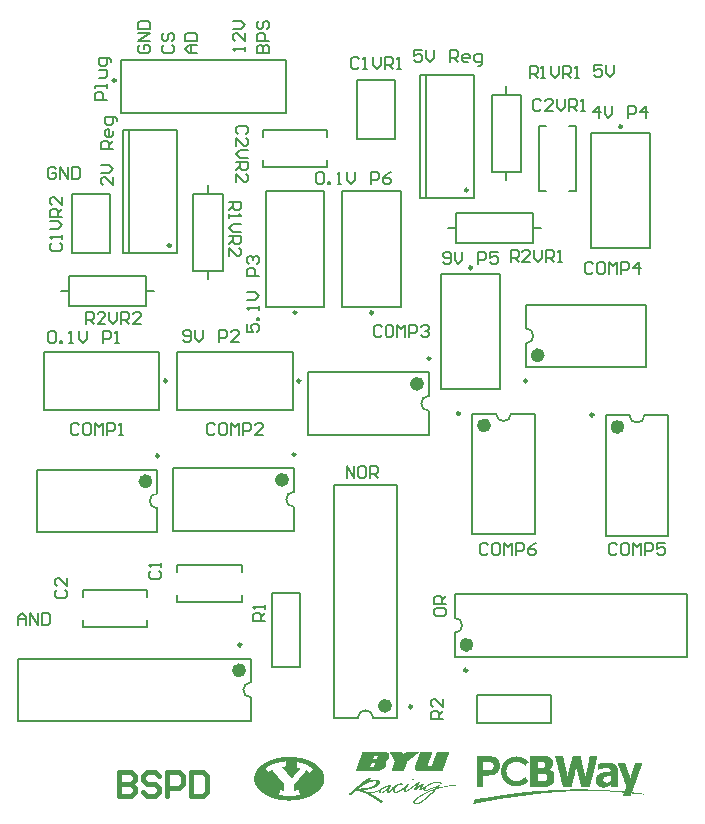
<source format=gbr>
%TF.GenerationSoftware,Altium Limited,Altium Designer,25.1.2 (22)*%
G04 Layer_Color=65535*
%FSLAX45Y45*%
%MOMM*%
%TF.SameCoordinates,1C06C3B9-49BF-4118-97EA-890E98B7FEE3*%
%TF.FilePolarity,Positive*%
%TF.FileFunction,Legend,Top*%
%TF.Part,Single*%
G01*
G75*
%TA.AperFunction,NonConductor*%
%ADD47C,0.25000*%
%ADD48C,0.60000*%
%ADD49C,0.20000*%
%ADD50C,0.20320*%
%ADD51C,0.38100*%
G36*
X6241591Y8162713D02*
X6270813D01*
Y8161879D01*
X6282502D01*
Y8160209D01*
X6281667D01*
Y8156869D01*
X6280832D01*
Y8154364D01*
X6279997D01*
Y8152695D01*
X6279162D01*
Y8149355D01*
X6278327D01*
Y8147685D01*
X6277492D01*
Y8145180D01*
X6276658D01*
Y8141841D01*
X6275823D01*
Y8141006D01*
X6274988D01*
Y8137666D01*
X6274153D01*
Y8135162D01*
X6273318D01*
Y8133492D01*
X6272483D01*
Y8130152D01*
X6271648D01*
Y8129317D01*
X6270813D01*
Y8125978D01*
X6269978D01*
Y8123473D01*
X6269143D01*
Y8121803D01*
X6268309D01*
Y8118463D01*
X6267474D01*
Y8116794D01*
X6266639D01*
Y8115124D01*
X6265804D01*
Y8111784D01*
X6264969D01*
Y8110114D01*
X6264134D01*
Y8107610D01*
X6263299D01*
Y8104270D01*
X6262464D01*
Y8103435D01*
X6261629D01*
Y8100095D01*
X6260794D01*
Y8098426D01*
X6259959D01*
Y8095921D01*
X6259124D01*
Y8092581D01*
X6258289D01*
Y8091746D01*
X6257455D01*
Y8088407D01*
X6256620D01*
Y8085902D01*
X6255785D01*
Y8084232D01*
X6254950D01*
Y8081728D01*
X6254115D01*
Y8079223D01*
X6253280D01*
Y8077553D01*
X6252445D01*
Y8074213D01*
X6251610D01*
Y8072543D01*
X6250775D01*
Y8070039D01*
X6249941D01*
Y8066699D01*
X6249106D01*
Y8065029D01*
X6248271D01*
Y8061690D01*
X6247436D01*
Y8060020D01*
X6246601D01*
Y8057515D01*
X6245766D01*
Y8055010D01*
X6244931D01*
Y8053341D01*
X6244096D01*
Y8050001D01*
X6243261D01*
Y8047496D01*
X6242426D01*
Y8045826D01*
X6241591D01*
Y8039982D01*
X6274988D01*
Y8040817D01*
X6275823D01*
Y8041652D01*
X6276658D01*
Y8044157D01*
X6277492D01*
Y8046661D01*
X6278327D01*
Y8048331D01*
X6279162D01*
Y8050836D01*
X6279997D01*
Y8053341D01*
X6280832D01*
Y8055010D01*
X6281667D01*
Y8058350D01*
X6282502D01*
Y8059185D01*
X6283337D01*
Y8062525D01*
X6284172D01*
Y8065029D01*
X6285006D01*
Y8066699D01*
X6285841D01*
Y8069204D01*
X6286676D01*
Y8071709D01*
X6287511D01*
Y8073378D01*
X6288346D01*
Y8076718D01*
X6289181D01*
Y8077553D01*
X6290016D01*
Y8080893D01*
X6290851D01*
Y8083397D01*
X6291686D01*
Y8085067D01*
X6292521D01*
Y8087572D01*
X6293356D01*
Y8089242D01*
X6294191D01*
Y8091746D01*
X6295026D01*
Y8095086D01*
X6295860D01*
Y8095921D01*
X6296695D01*
Y8099260D01*
X6297530D01*
Y8101765D01*
X6298365D01*
Y8102600D01*
X6299200D01*
Y8105940D01*
X6300035D01*
Y8107610D01*
X6300870D01*
Y8110114D01*
X6301705D01*
Y8112619D01*
X6302540D01*
Y8114289D01*
X6303374D01*
Y8116794D01*
X6304209D01*
Y8120133D01*
X6305044D01*
Y8120968D01*
X6305879D01*
Y8124308D01*
X6306714D01*
Y8125978D01*
X6307549D01*
Y8128482D01*
X6308384D01*
Y8130987D01*
X6309219D01*
Y8132657D01*
X6310054D01*
Y8135162D01*
X6310889D01*
Y8137666D01*
X6311724D01*
Y8139336D01*
X6312559D01*
Y8142676D01*
X6313394D01*
Y8143511D01*
X6314228D01*
Y8146015D01*
X6315063D01*
Y8149355D01*
X6315898D01*
Y8150190D01*
X6316733D01*
Y8153530D01*
X6317568D01*
Y8156034D01*
X6318403D01*
Y8157704D01*
X6319238D01*
Y8161044D01*
X6320073D01*
Y8161879D01*
X6339276D01*
Y8162713D01*
X6419427D01*
Y8161879D01*
X6426106D01*
Y8160209D01*
X6425271D01*
Y8157704D01*
X6424436D01*
Y8156034D01*
X6423601D01*
Y8152695D01*
X6422766D01*
Y8151025D01*
X6421931D01*
Y8148520D01*
X6421096D01*
Y8146015D01*
X6420261D01*
Y8144345D01*
X6419427D01*
Y8141841D01*
X6418592D01*
Y8138501D01*
X6417757D01*
Y8137666D01*
X6416922D01*
Y8134327D01*
X6416087D01*
Y8132657D01*
X6415252D01*
Y8130152D01*
X6414417D01*
Y8126813D01*
X6413582D01*
Y8125978D01*
X6412747D01*
Y8122638D01*
X6411912D01*
Y8120133D01*
X6411078D01*
Y8118463D01*
X6410243D01*
Y8115124D01*
X6409408D01*
Y8114289D01*
X6408573D01*
Y8111784D01*
X6407738D01*
Y8108445D01*
X6406903D01*
Y8106775D01*
X6406068D01*
Y8104270D01*
X6405233D01*
Y8101765D01*
X6404398D01*
Y8100095D01*
X6403564D01*
Y8096756D01*
X6402729D01*
Y8095921D01*
X6401894D01*
Y8092581D01*
X6401059D01*
Y8090077D01*
X6400224D01*
Y8088407D01*
X6399389D01*
Y8085902D01*
X6398554D01*
Y8083397D01*
X6397719D01*
Y8081728D01*
X6396884D01*
Y8078388D01*
X6396049D01*
Y8077553D01*
X6395214D01*
Y8074213D01*
X6394379D01*
Y8072543D01*
Y8071709D01*
X6393544D01*
Y8070874D01*
X6392710D01*
Y8067534D01*
X6391875D01*
Y8065029D01*
X6391040D01*
Y8063360D01*
X6390205D01*
Y8060020D01*
X6389370D01*
Y8059185D01*
X6388535D01*
Y8055845D01*
X6387700D01*
Y8053341D01*
X6386865D01*
Y8051671D01*
X6386030D01*
Y8049166D01*
X6385196D01*
Y8046661D01*
X6384361D01*
Y8044992D01*
X6383526D01*
Y8041652D01*
X6382691D01*
Y8040817D01*
X6381856D01*
Y8037477D01*
X6381021D01*
Y8034973D01*
X6380186D01*
Y8034138D01*
X6379351D01*
Y8030798D01*
X6378516D01*
Y8028293D01*
X6377681D01*
Y8026624D01*
X6376846D01*
Y8024119D01*
X6376011D01*
Y8022449D01*
X6375176D01*
Y8019944D01*
X6374342D01*
Y8016605D01*
X6373507D01*
Y8015770D01*
X6372672D01*
Y8012430D01*
X6371837D01*
Y8010760D01*
X6371002D01*
Y8009090D01*
X6370167D01*
Y8005751D01*
X6369332D01*
Y8004916D01*
X6368497D01*
Y8002411D01*
X6367662D01*
Y8001576D01*
X6359313D01*
Y8000741D01*
X6325917D01*
Y7999907D01*
X6312559D01*
Y8000741D01*
X6172294D01*
Y8001576D01*
X6148082D01*
Y8002411D01*
X6147247D01*
Y8003246D01*
X6146412D01*
Y8004081D01*
X6144742D01*
Y8004916D01*
X6143907D01*
Y8005751D01*
X6142237D01*
Y8006586D01*
X6141403D01*
Y8007421D01*
X6140568D01*
Y8008256D01*
X6139733D01*
Y8009925D01*
X6138898D01*
Y8010760D01*
X6138063D01*
Y8011595D01*
X6137228D01*
Y8013265D01*
X6136393D01*
Y8014100D01*
X6135558D01*
Y8015770D01*
X6134723D01*
Y8018275D01*
X6133888D01*
Y8019109D01*
X6133054D01*
Y8022449D01*
X6132219D01*
Y8029963D01*
X6133054D01*
Y8034138D01*
X6133888D01*
Y8034973D01*
X6134723D01*
Y8039147D01*
X6135558D01*
Y8041652D01*
X6136393D01*
Y8043322D01*
X6137228D01*
Y8046661D01*
X6138063D01*
Y8048331D01*
X6138898D01*
Y8050836D01*
X6139733D01*
Y8054175D01*
X6140568D01*
Y8055845D01*
X6141403D01*
Y8059185D01*
X6142237D01*
Y8061690D01*
X6143072D01*
Y8063360D01*
X6143907D01*
Y8066699D01*
X6144742D01*
Y8067534D01*
X6145577D01*
Y8070874D01*
X6146412D01*
Y8073378D01*
X6147247D01*
Y8075048D01*
X6148082D01*
Y8078388D01*
X6148917D01*
Y8080893D01*
X6149751D01*
Y8081728D01*
X6150586D01*
Y8085067D01*
X6151421D01*
Y8086737D01*
X6152256D01*
Y8089242D01*
X6153091D01*
Y8092581D01*
X6153926D01*
Y8093416D01*
X6154761D01*
Y8096756D01*
X6155596D01*
Y8099260D01*
X6156431D01*
Y8100930D01*
X6157266D01*
Y8104270D01*
X6158101D01*
Y8105105D01*
X6158936D01*
Y8108445D01*
X6159771D01*
Y8110949D01*
X6160605D01*
Y8112619D01*
X6161440D01*
Y8115124D01*
X6162275D01*
Y8117628D01*
X6163110D01*
Y8119298D01*
X6163945D01*
Y8122638D01*
X6164780D01*
Y8124308D01*
X6165615D01*
Y8126813D01*
X6166450D01*
Y8130152D01*
X6167285D01*
Y8130987D01*
X6168119D01*
Y8134327D01*
X6168954D01*
Y8136831D01*
X6169789D01*
Y8138501D01*
X6170624D01*
Y8141841D01*
X6171459D01*
Y8143511D01*
X6172294D01*
Y8146015D01*
X6173129D01*
Y8149355D01*
X6173964D01*
Y8150190D01*
X6174799D01*
Y8153530D01*
X6175634D01*
Y8156034D01*
X6176469D01*
Y8157704D01*
X6177304D01*
Y8161044D01*
X6176469D01*
Y8160209D01*
X6174799D01*
Y8159374D01*
X6173964D01*
Y8158539D01*
X6173129D01*
Y8157704D01*
X6171459D01*
Y8156869D01*
X6169789D01*
Y8156034D01*
X6168954D01*
Y8155199D01*
X6168119D01*
Y8154364D01*
X6167285D01*
Y8153530D01*
X6165615D01*
Y8152695D01*
X6163945D01*
Y8151025D01*
X6162275D01*
Y8150190D01*
X6161440D01*
Y8149355D01*
X6159771D01*
Y8148520D01*
X6158936D01*
Y8147685D01*
X6158101D01*
Y8146850D01*
X6157266D01*
Y8146015D01*
X6155596D01*
Y8145180D01*
X6154761D01*
Y8144345D01*
X6153091D01*
Y8143511D01*
X6152256D01*
Y8142676D01*
X6151421D01*
Y8141841D01*
X6149751D01*
Y8141006D01*
X6148917D01*
Y8140171D01*
X6148082D01*
Y8139336D01*
X6146412D01*
Y8138501D01*
X6145577D01*
Y8137666D01*
X6144742D01*
Y8136831D01*
X6143072D01*
Y8135996D01*
X6142237D01*
Y8135162D01*
X6141403D01*
Y8134327D01*
X6140568D01*
Y8133492D01*
X6138898D01*
Y8132657D01*
X6137228D01*
Y8130987D01*
X6135558D01*
Y8130152D01*
X6134723D01*
Y8129317D01*
X6133054D01*
Y8128482D01*
X6132219D01*
Y8127647D01*
X6131384D01*
Y8126813D01*
X6130549D01*
Y8125978D01*
X6128879D01*
Y8125142D01*
X6128044D01*
Y8124308D01*
X6126374D01*
Y8123473D01*
X6125539D01*
Y8122638D01*
X6124704D01*
Y8121803D01*
X6123034D01*
Y8120968D01*
X6122200D01*
Y8120133D01*
X6121365D01*
Y8119298D01*
X6119695D01*
Y8117628D01*
X6118025D01*
Y8116794D01*
X6116355D01*
Y8115959D01*
X6115520D01*
Y8115124D01*
X6114686D01*
Y8114289D01*
X6113851D01*
Y8113454D01*
X6112181D01*
Y8112619D01*
X6111346D01*
Y8111784D01*
X6110511D01*
Y8110949D01*
X6108841D01*
Y8110114D01*
X6108006D01*
Y8109279D01*
X6107171D01*
Y8108445D01*
X6105501D01*
Y8107610D01*
X6104666D01*
Y8106775D01*
X6103832D01*
Y8105940D01*
X6102997D01*
Y8105105D01*
X6102162D01*
Y8104270D01*
X6100492D01*
Y8103435D01*
X6098822D01*
Y8102600D01*
X6097987D01*
Y8101765D01*
X6097152D01*
Y8100930D01*
X6096317D01*
Y8100095D01*
X6094648D01*
Y8099260D01*
X6093813D01*
Y8098426D01*
X6092978D01*
Y8097591D01*
X6091308D01*
Y8096756D01*
X6090473D01*
Y8095921D01*
X6089638D01*
Y8095086D01*
X6087969D01*
Y8094251D01*
X6087134D01*
Y8093416D01*
X6086299D01*
Y8092581D01*
X6085464D01*
Y8091746D01*
X6084629D01*
Y8090911D01*
X6082959D01*
Y8090077D01*
X6082124D01*
Y8089242D01*
X6081289D01*
Y8088407D01*
X6079619D01*
Y8087572D01*
X6078784D01*
Y8086737D01*
X6077949D01*
Y8085902D01*
X6076280D01*
Y8085067D01*
X6075445D01*
Y8084232D01*
X6074610D01*
Y8083397D01*
X6073775D01*
Y8082562D01*
X6072940D01*
Y8081728D01*
X6071270D01*
Y8080893D01*
X6070435D01*
Y8079223D01*
X6069601D01*
Y8078388D01*
X6068766D01*
Y8075883D01*
X6067931D01*
Y8073378D01*
X6067096D01*
Y8072543D01*
X6066261D01*
Y8069204D01*
X6065426D01*
Y8067534D01*
X6064591D01*
Y8065864D01*
X6063756D01*
Y8062525D01*
X6062921D01*
Y8061690D01*
X6062086D01*
Y8058350D01*
X6061251D01*
Y8055845D01*
X6060416D01*
Y8055010D01*
X6059581D01*
Y8051671D01*
X6058747D01*
Y8050001D01*
X6057912D01*
Y8047496D01*
X6057077D01*
Y8044992D01*
X6056242D01*
Y8043322D01*
X6055407D01*
Y8040817D01*
X6054572D01*
Y8037477D01*
X6053737D01*
Y8036643D01*
X6052902D01*
Y8033303D01*
X6052067D01*
Y8031633D01*
X6051232D01*
Y8029128D01*
X6050398D01*
Y8026624D01*
X6049563D01*
Y8024954D01*
X6048728D01*
Y8022449D01*
X6047893D01*
Y8019109D01*
X6047058D01*
Y8018275D01*
X6046223D01*
Y8014935D01*
X6045388D01*
Y8013265D01*
X6044553D01*
Y8010760D01*
X6043718D01*
Y8007421D01*
X6042884D01*
Y8006586D01*
X6042049D01*
Y8003246D01*
X6041214D01*
Y8001576D01*
X6040379D01*
Y8000741D01*
X6032030D01*
Y7999907D01*
X5957723D01*
Y8000741D01*
X5938520D01*
Y8001576D01*
X5934346D01*
Y8002411D01*
X5935180D01*
Y8005751D01*
X5936015D01*
Y8007421D01*
X5936850D01*
Y8009925D01*
X5937685D01*
Y8013265D01*
X5938520D01*
Y8014100D01*
X5939355D01*
Y8017440D01*
X5940190D01*
Y8019944D01*
X5941025D01*
Y8021614D01*
X5941860D01*
Y8024119D01*
X5942694D01*
Y8025789D01*
X5943529D01*
Y8028293D01*
X5944364D01*
Y8031633D01*
X5945199D01*
Y8032468D01*
X5946034D01*
Y8035808D01*
X5946869D01*
Y8038312D01*
X5947704D01*
Y8039982D01*
X5948539D01*
Y8042487D01*
X5949374D01*
Y8044157D01*
X5950209D01*
Y8046661D01*
X5951044D01*
Y8050001D01*
X5951879D01*
Y8050836D01*
X5952714D01*
Y8054175D01*
X5953548D01*
Y8056680D01*
X5954383D01*
Y8058350D01*
X5955218D01*
Y8061690D01*
X5956053D01*
Y8062525D01*
X5956888D01*
Y8065864D01*
X5957723D01*
Y8068369D01*
X5958558D01*
Y8070039D01*
X5959393D01*
Y8072543D01*
X5960228D01*
Y8075883D01*
X5961062D01*
Y8077553D01*
X5961897D01*
Y8081728D01*
X5962732D01*
Y8082562D01*
X5961897D01*
Y8085902D01*
X5961062D01*
Y8087572D01*
X5960228D01*
Y8089242D01*
X5959393D01*
Y8090911D01*
X5958558D01*
Y8091746D01*
X5957723D01*
Y8093416D01*
X5956888D01*
Y8095086D01*
X5956053D01*
Y8095921D01*
X5955218D01*
Y8097591D01*
X5954383D01*
Y8099260D01*
X5953548D01*
Y8100095D01*
X5952714D01*
Y8101765D01*
X5951879D01*
Y8103435D01*
X5951044D01*
Y8104270D01*
X5950209D01*
Y8106775D01*
X5949374D01*
Y8107610D01*
X5948539D01*
Y8109279D01*
X5947704D01*
Y8110114D01*
X5946869D01*
Y8111784D01*
X5946034D01*
Y8113454D01*
X5945199D01*
Y8114289D01*
X5944364D01*
Y8115959D01*
X5943529D01*
Y8117628D01*
X5942694D01*
Y8118463D01*
X5941860D01*
Y8120133D01*
X5941025D01*
Y8121803D01*
X5940190D01*
Y8123473D01*
X5939355D01*
Y8124308D01*
X5938520D01*
Y8125978D01*
X5937685D01*
Y8127647D01*
X5936850D01*
Y8129317D01*
X5936015D01*
Y8130152D01*
X5935180D01*
Y8131822D01*
X5934346D01*
Y8132657D01*
X5933511D01*
Y8134327D01*
X5932676D01*
Y8135996D01*
X5931841D01*
Y8136831D01*
X5931006D01*
Y8138501D01*
X5930171D01*
Y8140171D01*
X5929336D01*
Y8141006D01*
X5928501D01*
Y8142676D01*
X5927666D01*
Y8144345D01*
X5926831D01*
Y8146015D01*
X5925996D01*
Y8146850D01*
X5925161D01*
Y8148520D01*
X5924326D01*
Y8150190D01*
X5923492D01*
Y8151860D01*
X5922657D01*
Y8152695D01*
X5921822D01*
Y8154364D01*
X5920987D01*
Y8156034D01*
X5920152D01*
Y8156869D01*
X5919317D01*
Y8158539D01*
X5918482D01*
Y8160209D01*
X5917647D01*
Y8161879D01*
X5918482D01*
Y8162713D01*
X6004478D01*
Y8161879D01*
X6024516D01*
Y8160209D01*
X6025350D01*
Y8159374D01*
X6026185D01*
Y8157704D01*
X6027020D01*
Y8156034D01*
X6027855D01*
Y8155199D01*
X6028690D01*
Y8153530D01*
X6029525D01*
Y8152695D01*
X6030360D01*
Y8151025D01*
X6031195D01*
Y8149355D01*
X6032030D01*
Y8148520D01*
X6032864D01*
Y8146850D01*
X6033699D01*
Y8146015D01*
X6034534D01*
Y8144345D01*
X6035369D01*
Y8143511D01*
X6036204D01*
Y8142676D01*
X6037039D01*
Y8141841D01*
X6037874D01*
Y8142676D01*
X6038709D01*
Y8143511D01*
X6040379D01*
Y8144345D01*
X6042049D01*
Y8146015D01*
X6043718D01*
Y8146850D01*
X6044553D01*
Y8147685D01*
X6046223D01*
Y8148520D01*
X6047058D01*
Y8149355D01*
X6047893D01*
Y8150190D01*
X6049563D01*
Y8151025D01*
X6050398D01*
Y8151860D01*
X6051232D01*
Y8152695D01*
X6052902D01*
Y8153530D01*
X6053737D01*
Y8154364D01*
X6054572D01*
Y8155199D01*
X6056242D01*
Y8156034D01*
X6057077D01*
Y8156869D01*
X6057912D01*
Y8157704D01*
X6058747D01*
Y8158539D01*
X6059581D01*
Y8159374D01*
X6061251D01*
Y8160209D01*
X6062086D01*
Y8161044D01*
X6063756D01*
Y8161879D01*
X6064591D01*
Y8162713D01*
X6065426D01*
Y8163548D01*
X6241591D01*
Y8162713D01*
D02*
G37*
G36*
X5752336D02*
X5834156D01*
Y8161879D01*
X5881746D01*
Y8161044D01*
X5887591D01*
Y8160209D01*
X5889261D01*
Y8159374D01*
X5892600D01*
Y8158539D01*
X5894270D01*
Y8157704D01*
X5896775D01*
Y8156869D01*
X5898444D01*
Y8156034D01*
X5900114D01*
Y8155199D01*
X5901784D01*
Y8154364D01*
X5903454D01*
Y8153530D01*
X5904289D01*
Y8152695D01*
X5905959D01*
Y8151860D01*
X5906794D01*
Y8151025D01*
X5908463D01*
Y8150190D01*
X5909298D01*
Y8149355D01*
X5910133D01*
Y8148520D01*
X5910968D01*
Y8146850D01*
X5911803D01*
Y8146015D01*
X5912638D01*
Y8145180D01*
X5913473D01*
Y8143511D01*
X5914308D01*
Y8141841D01*
X5915143D01*
Y8138501D01*
X5915978D01*
Y8123473D01*
X5915143D01*
Y8115959D01*
X5914308D01*
Y8114289D01*
X5913473D01*
Y8111784D01*
X5912638D01*
Y8109279D01*
X5911803D01*
Y8108445D01*
X5910968D01*
Y8105940D01*
X5910133D01*
Y8104270D01*
X5909298D01*
Y8103435D01*
X5908463D01*
Y8101765D01*
X5907629D01*
Y8100930D01*
X5906794D01*
Y8099260D01*
X5905959D01*
Y8098426D01*
X5905124D01*
Y8097591D01*
X5904289D01*
Y8095921D01*
X5903454D01*
Y8095086D01*
X5902619D01*
Y8093416D01*
X5901784D01*
Y8092581D01*
X5900949D01*
Y8091746D01*
X5900114D01*
Y8090911D01*
X5899279D01*
Y8090077D01*
X5898444D01*
Y8089242D01*
X5897609D01*
Y8088407D01*
X5896775D01*
Y8086737D01*
X5895940D01*
Y8085902D01*
X5895105D01*
Y8085067D01*
X5894270D01*
Y8084232D01*
X5892600D01*
Y8083397D01*
X5891765D01*
Y8082562D01*
X5890930D01*
Y8081728D01*
X5890095D01*
Y8080893D01*
X5889261D01*
Y8080057D01*
X5887591D01*
Y8079223D01*
X5886756D01*
Y8078388D01*
X5885921D01*
Y8075883D01*
X5886756D01*
Y8074213D01*
X5887591D01*
Y8073378D01*
X5888426D01*
Y8070874D01*
X5889261D01*
Y8069204D01*
X5890095D01*
Y8067534D01*
X5890930D01*
Y8064194D01*
X5891765D01*
Y8062525D01*
X5892600D01*
Y8055845D01*
X5891765D01*
Y8053341D01*
X5890930D01*
Y8049166D01*
X5890095D01*
Y8047496D01*
X5889261D01*
Y8044992D01*
X5888426D01*
Y8043322D01*
X5887591D01*
Y8041652D01*
X5886756D01*
Y8039982D01*
X5885921D01*
Y8038312D01*
X5885086D01*
Y8037477D01*
X5884251D01*
Y8034973D01*
X5883416D01*
Y8034138D01*
X5882581D01*
Y8033303D01*
X5881746D01*
Y8031633D01*
X5880911D01*
Y8030798D01*
X5880076D01*
Y8029128D01*
X5879241D01*
Y8028293D01*
X5878407D01*
Y8027458D01*
X5877572D01*
Y8026624D01*
X5876737D01*
Y8025789D01*
X5875902D01*
Y8024119D01*
X5874232D01*
Y8023284D01*
X5873397D01*
Y8022449D01*
X5872562D01*
Y8021614D01*
X5871727D01*
Y8020779D01*
X5870893D01*
Y8019944D01*
X5870058D01*
Y8019109D01*
X5869223D01*
Y8018275D01*
X5868388D01*
Y8017440D01*
X5866718D01*
Y8016605D01*
X5865883D01*
Y8015770D01*
X5864213D01*
Y8014935D01*
X5863378D01*
Y8014100D01*
X5861709D01*
Y8013265D01*
X5860039D01*
Y8012430D01*
X5858369D01*
Y8011595D01*
X5857534D01*
Y8010760D01*
X5855029D01*
Y8009925D01*
X5854194D01*
Y8009090D01*
X5851690D01*
Y8008256D01*
X5849185D01*
Y8007421D01*
X5848350D01*
Y8006586D01*
X5845010D01*
Y8005751D01*
X5842506D01*
Y8004916D01*
X5840001D01*
Y8004081D01*
X5835826D01*
Y8003246D01*
X5833322D01*
Y8002411D01*
X5825807D01*
Y8001576D01*
X5806605D01*
Y8000741D01*
X5783227D01*
Y7999907D01*
X5632944D01*
Y8003246D01*
X5633779D01*
Y8006586D01*
X5634614D01*
Y8008256D01*
X5635449D01*
Y8010760D01*
X5636284D01*
Y8013265D01*
X5637119D01*
Y8014935D01*
X5637953D01*
Y8018275D01*
X5638788D01*
Y8019944D01*
X5639623D01*
Y8022449D01*
X5640458D01*
Y8024954D01*
X5641293D01*
Y8026624D01*
X5642128D01*
Y8029963D01*
X5642963D01*
Y8031633D01*
X5643798D01*
Y8034138D01*
X5644633D01*
Y8037477D01*
X5645468D01*
Y8038312D01*
X5646302D01*
Y8041652D01*
X5647137D01*
Y8044157D01*
X5647972D01*
Y8045826D01*
X5648807D01*
Y8048331D01*
X5649642D01*
Y8050001D01*
X5650477D01*
Y8052506D01*
X5651312D01*
Y8055845D01*
X5652147D01*
Y8056680D01*
X5652982D01*
Y8060020D01*
X5653816D01*
Y8062525D01*
X5654651D01*
Y8064194D01*
X5655486D01*
Y8066699D01*
X5656321D01*
Y8068369D01*
X5657156D01*
Y8070874D01*
X5657991D01*
Y8074213D01*
X5658826D01*
Y8075048D01*
X5659661D01*
Y8078388D01*
X5660496D01*
Y8080893D01*
X5661331D01*
Y8082562D01*
X5662166D01*
Y8085067D01*
X5663001D01*
Y8086737D01*
X5663836D01*
Y8089242D01*
X5664670D01*
Y8092581D01*
X5665505D01*
Y8093416D01*
X5666340D01*
Y8096756D01*
X5667175D01*
Y8098426D01*
X5668010D01*
Y8100930D01*
X5668845D01*
Y8103435D01*
X5669680D01*
Y8105105D01*
X5670515D01*
Y8107610D01*
X5671350D01*
Y8110949D01*
X5672184D01*
Y8111784D01*
X5673019D01*
Y8115124D01*
X5673854D01*
Y8117628D01*
X5674689D01*
Y8119298D01*
X5675524D01*
Y8121803D01*
X5676359D01*
Y8123473D01*
X5677194D01*
Y8125978D01*
X5678029D01*
Y8128482D01*
X5678864D01*
Y8130152D01*
X5679699D01*
Y8133492D01*
X5680534D01*
Y8135162D01*
X5681369D01*
Y8136831D01*
X5682204D01*
Y8140171D01*
X5683038D01*
Y8141841D01*
X5683873D01*
Y8144345D01*
X5684708D01*
Y8146850D01*
X5685543D01*
Y8148520D01*
X5686378D01*
Y8151025D01*
X5687213D01*
Y8153530D01*
X5688048D01*
Y8155199D01*
X5688883D01*
Y8158539D01*
X5689718D01*
Y8160209D01*
X5690552D01*
Y8162713D01*
X5691387D01*
Y8163548D01*
X5752336D01*
Y8162713D01*
D02*
G37*
G36*
X6124704Y7933949D02*
X6125539D01*
Y7932279D01*
X6127209D01*
Y7930609D01*
X6128044D01*
Y7928939D01*
X6127209D01*
Y7927270D01*
X6125539D01*
Y7925600D01*
X6123869D01*
Y7924765D01*
X6122200D01*
Y7923095D01*
X6118860D01*
Y7921425D01*
X6116355D01*
Y7920590D01*
X6111346D01*
Y7918920D01*
X6104666D01*
Y7919755D01*
X6103832D01*
Y7920590D01*
X6102162D01*
Y7921425D01*
X6100492D01*
Y7923095D01*
X6098822D01*
Y7924765D01*
X6099657D01*
Y7925600D01*
X6102997D01*
Y7927270D01*
X6108006D01*
Y7928105D01*
X6112181D01*
Y7929774D01*
X6115520D01*
Y7931444D01*
X6118025D01*
Y7932279D01*
X6118860D01*
Y7933949D01*
X6120530D01*
Y7934784D01*
X6124704D01*
Y7933949D01*
D02*
G37*
G36*
X5751501Y7938123D02*
X5756510D01*
Y7936454D01*
X5760685D01*
Y7934784D01*
X5759015D01*
Y7933949D01*
X5758180D01*
Y7932279D01*
X5755675D01*
Y7931444D01*
X5754006D01*
Y7929774D01*
X5752336D01*
Y7928105D01*
X5750666D01*
Y7927270D01*
X5748996D01*
Y7926435D01*
X5748161D01*
Y7925600D01*
X5747326D01*
Y7921425D01*
X5755675D01*
Y7922260D01*
X5756510D01*
Y7923095D01*
X5764859D01*
Y7924765D01*
X5772374D01*
Y7925600D01*
X5812449D01*
Y7924765D01*
X5819128D01*
Y7923095D01*
X5823303D01*
Y7922260D01*
X5824138D01*
Y7921425D01*
X5826642D01*
Y7920590D01*
X5829147D01*
Y7918920D01*
X5831652D01*
Y7918086D01*
X5832487D01*
Y7916416D01*
X5834156D01*
Y7915581D01*
X5834991D01*
Y7914746D01*
X5835826D01*
Y7913911D01*
X5836661D01*
Y7912241D01*
X5838331D01*
Y7908067D01*
X5839166D01*
Y7903057D01*
X5838331D01*
Y7898883D01*
X5836661D01*
Y7896378D01*
X5835826D01*
Y7893873D01*
X5834156D01*
Y7892203D01*
X5833322D01*
Y7891369D01*
X5832487D01*
Y7889699D01*
X5831652D01*
Y7888029D01*
X5829982D01*
Y7887194D01*
X5829147D01*
Y7884689D01*
X5827477D01*
Y7883020D01*
X5825807D01*
Y7881350D01*
X5824973D01*
Y7880515D01*
X5823303D01*
Y7878845D01*
X5822468D01*
Y7878010D01*
X5820798D01*
Y7876340D01*
X5819128D01*
Y7874670D01*
X5816624D01*
Y7873835D01*
X5815789D01*
Y7872166D01*
X5814119D01*
Y7871331D01*
X5813284D01*
Y7870496D01*
X5812449D01*
Y7869661D01*
X5809944D01*
Y7867991D01*
X5809109D01*
Y7867156D01*
X5805770D01*
Y7865486D01*
X5804935D01*
Y7864652D01*
X5802430D01*
Y7862982D01*
X5799091D01*
Y7861312D01*
X5796586D01*
Y7860477D01*
X5794081D01*
Y7858807D01*
X5790741D01*
Y7857972D01*
X5789906D01*
Y7857137D01*
X5787402D01*
Y7856303D01*
X5784897D01*
Y7854632D01*
X5780723D01*
Y7853798D01*
X5776548D01*
Y7852128D01*
X5772374D01*
Y7850458D01*
X5768199D01*
Y7849623D01*
X5764024D01*
Y7848788D01*
X5763189D01*
Y7847953D01*
X5759015D01*
Y7847118D01*
X5754006D01*
Y7845449D01*
X5747326D01*
Y7843779D01*
X5740647D01*
Y7842944D01*
X5733133D01*
Y7842109D01*
X5732298D01*
Y7841274D01*
X5724784D01*
Y7840439D01*
X5713930D01*
Y7838769D01*
X5704746D01*
Y7837100D01*
X5698901D01*
Y7833760D01*
X5701406D01*
Y7832090D01*
X5704746D01*
Y7831255D01*
X5705581D01*
Y7830420D01*
X5708086D01*
Y7829585D01*
X5712260D01*
Y7827916D01*
X5716435D01*
Y7827081D01*
X5721444D01*
Y7825411D01*
X5725619D01*
Y7824576D01*
X5726454D01*
Y7823741D01*
X5731463D01*
Y7822906D01*
X5736472D01*
Y7821236D01*
X5743152D01*
Y7820401D01*
X5774043D01*
Y7821236D01*
X5781557D01*
Y7822906D01*
X5787402D01*
Y7823741D01*
X5792411D01*
Y7825411D01*
X5796586D01*
Y7827081D01*
X5800760D01*
Y7827916D01*
X5804935D01*
Y7829585D01*
X5808274D01*
Y7830420D01*
X5810779D01*
Y7831255D01*
X5811614D01*
Y7832090D01*
X5814954D01*
Y7832925D01*
X5815789D01*
Y7833760D01*
X5818293D01*
Y7834595D01*
X5820798D01*
Y7835430D01*
X5821633D01*
Y7836265D01*
X5824973D01*
Y7837100D01*
X5826642D01*
Y7837935D01*
X5827477D01*
Y7838769D01*
X5829982D01*
Y7840439D01*
X5832487D01*
Y7841274D01*
X5834156D01*
Y7842109D01*
X5834991D01*
Y7842944D01*
X5836661D01*
Y7843779D01*
X5838331D01*
Y7844614D01*
X5839166D01*
Y7845449D01*
X5840836D01*
Y7847118D01*
X5843341D01*
Y7847953D01*
X5845010D01*
Y7849623D01*
X5845845D01*
Y7850458D01*
X5846680D01*
Y7851293D01*
X5848350D01*
Y7852128D01*
X5850020D01*
Y7853798D01*
X5851690D01*
Y7854632D01*
X5854194D01*
Y7856303D01*
X5855864D01*
Y7857972D01*
X5858369D01*
Y7858807D01*
X5860874D01*
Y7860477D01*
X5863378D01*
Y7861312D01*
X5865048D01*
Y7862147D01*
X5865883D01*
Y7862982D01*
X5868388D01*
Y7863817D01*
X5869223D01*
Y7864652D01*
X5871727D01*
Y7865486D01*
X5874232D01*
Y7867156D01*
X5878407D01*
Y7867991D01*
X5880911D01*
Y7869661D01*
X5885086D01*
Y7871331D01*
X5889261D01*
Y7872166D01*
X5892600D01*
Y7873835D01*
X5896775D01*
Y7874670D01*
X5900949D01*
Y7875505D01*
X5902619D01*
Y7876340D01*
X5905959D01*
Y7877175D01*
X5906794D01*
Y7878010D01*
X5911803D01*
Y7878845D01*
X5916812D01*
Y7880515D01*
X5929336D01*
Y7878845D01*
X5930171D01*
Y7875505D01*
X5929336D01*
Y7872166D01*
X5927666D01*
Y7869661D01*
X5926831D01*
Y7867156D01*
X5925161D01*
Y7864652D01*
X5924326D01*
Y7863817D01*
X5923492D01*
Y7861312D01*
X5922657D01*
Y7858807D01*
X5920987D01*
Y7854632D01*
X5920152D01*
Y7852128D01*
X5918482D01*
Y7847953D01*
X5916812D01*
Y7843779D01*
X5915978D01*
Y7838769D01*
X5914308D01*
Y7827916D01*
X5918482D01*
Y7829585D01*
X5920152D01*
Y7831255D01*
X5920987D01*
Y7832090D01*
X5921822D01*
Y7832925D01*
X5922657D01*
Y7834595D01*
X5923492D01*
Y7836265D01*
X5925161D01*
Y7837100D01*
X5925996D01*
Y7837935D01*
X5926831D01*
Y7838769D01*
X5927666D01*
Y7840439D01*
X5928501D01*
Y7841274D01*
X5929336D01*
Y7842944D01*
X5930171D01*
Y7843779D01*
X5931006D01*
Y7844614D01*
X5931841D01*
Y7845449D01*
X5932676D01*
Y7846284D01*
X5933511D01*
Y7847953D01*
X5934346D01*
Y7849623D01*
X5936015D01*
Y7851293D01*
X5936850D01*
Y7852128D01*
X5938520D01*
Y7853798D01*
X5940190D01*
Y7855468D01*
X5941025D01*
Y7857972D01*
X5942694D01*
Y7858807D01*
X5943529D01*
Y7860477D01*
X5945199D01*
Y7861312D01*
X5946869D01*
Y7862982D01*
X5947704D01*
Y7864652D01*
X5949374D01*
Y7865486D01*
X5950209D01*
Y7867156D01*
X5951879D01*
Y7867991D01*
X5953548D01*
Y7869661D01*
X5956053D01*
Y7871331D01*
X5956888D01*
Y7872166D01*
X5958558D01*
Y7873835D01*
X5961062D01*
Y7874670D01*
X5962732D01*
Y7875505D01*
X5963567D01*
Y7876340D01*
X5965237D01*
Y7878010D01*
X5967742D01*
Y7878845D01*
X5970246D01*
Y7880515D01*
X5973586D01*
Y7881350D01*
X5976091D01*
Y7883020D01*
X5978596D01*
Y7884689D01*
X5982770D01*
Y7885524D01*
X5985275D01*
Y7887194D01*
X5989449D01*
Y7888029D01*
X5992789D01*
Y7888864D01*
X5993624D01*
Y7889699D01*
X5996964D01*
Y7891369D01*
X6001138D01*
Y7892203D01*
X6005313D01*
Y7893873D01*
X6010322D01*
Y7894708D01*
X6021176D01*
Y7893873D01*
X6027020D01*
Y7892203D01*
X6031195D01*
Y7891369D01*
X6034534D01*
Y7890534D01*
X6035369D01*
Y7889699D01*
X6037874D01*
Y7888029D01*
X6038709D01*
Y7887194D01*
X6037874D01*
Y7885524D01*
X6032030D01*
Y7884689D01*
X6008652D01*
Y7883854D01*
X6007817D01*
Y7883020D01*
X6001973D01*
Y7882185D01*
X6001138D01*
Y7881350D01*
X5997799D01*
Y7880515D01*
X5994459D01*
Y7878845D01*
X5991954D01*
Y7878010D01*
X5989449D01*
Y7876340D01*
X5986945D01*
Y7874670D01*
X5985275D01*
Y7873835D01*
X5984440D01*
Y7872166D01*
X5981935D01*
Y7871331D01*
X5981100D01*
Y7870496D01*
X5980265D01*
Y7869661D01*
X5979431D01*
Y7868826D01*
X5978596D01*
Y7867156D01*
X5977761D01*
Y7866321D01*
X5976926D01*
Y7865486D01*
X5976091D01*
Y7863817D01*
X5974421D01*
Y7861312D01*
X5973586D01*
Y7860477D01*
X5971916D01*
Y7857137D01*
X5970246D01*
Y7854632D01*
X5969411D01*
Y7852128D01*
X5967742D01*
Y7847953D01*
X5966907D01*
Y7838769D01*
X5966072D01*
Y7837935D01*
X5965237D01*
Y7831255D01*
X5966907D01*
Y7823741D01*
X5967742D01*
Y7822906D01*
X5979431D01*
Y7823741D01*
X5981935D01*
Y7824576D01*
X5982770D01*
Y7825411D01*
X5985275D01*
Y7827081D01*
X5987779D01*
Y7827916D01*
X5990284D01*
Y7829585D01*
X5993624D01*
Y7830420D01*
X5995294D01*
Y7831255D01*
X5996129D01*
Y7832090D01*
X5998633D01*
Y7833760D01*
X6001138D01*
Y7834595D01*
X6002808D01*
Y7836265D01*
X6005313D01*
Y7837100D01*
X6006982D01*
Y7837935D01*
X6007817D01*
Y7838769D01*
X6009487D01*
Y7840439D01*
X6011992D01*
Y7841274D01*
X6013662D01*
Y7842109D01*
X6014496D01*
Y7842944D01*
X6016166D01*
Y7843779D01*
X6017001D01*
Y7844614D01*
X6018671D01*
Y7845449D01*
X6020341D01*
Y7847118D01*
X6022011D01*
Y7847953D01*
X6023681D01*
Y7848788D01*
X6024516D01*
Y7849623D01*
X6025350D01*
Y7850458D01*
X6026185D01*
Y7851293D01*
X6027855D01*
Y7852128D01*
X6029525D01*
Y7853798D01*
X6031195D01*
Y7854632D01*
X6033699D01*
Y7856303D01*
X6034534D01*
Y7857972D01*
X6036204D01*
Y7858807D01*
X6038709D01*
Y7860477D01*
X6040379D01*
Y7861312D01*
X6041214D01*
Y7862982D01*
X6043718D01*
Y7864652D01*
X6045388D01*
Y7865486D01*
X6047058D01*
Y7867156D01*
X6047893D01*
Y7867991D01*
X6049563D01*
Y7868826D01*
X6050398D01*
Y7869661D01*
X6052067D01*
Y7871331D01*
X6053737D01*
Y7872166D01*
X6054572D01*
Y7873835D01*
X6056242D01*
Y7874670D01*
X6057912D01*
Y7876340D01*
X6059581D01*
Y7878010D01*
X6061251D01*
Y7878845D01*
X6062921D01*
Y7880515D01*
X6064591D01*
Y7881350D01*
X6065426D01*
Y7883020D01*
X6067931D01*
Y7884689D01*
X6069601D01*
Y7885524D01*
X6072105D01*
Y7887194D01*
X6080454D01*
Y7885524D01*
X6084629D01*
Y7883854D01*
X6082959D01*
Y7881350D01*
X6082124D01*
Y7880515D01*
X6080454D01*
Y7878845D01*
X6078784D01*
Y7877175D01*
X6077949D01*
Y7875505D01*
X6077115D01*
Y7874670D01*
X6076280D01*
Y7873835D01*
X6075445D01*
Y7873001D01*
X6074610D01*
Y7872166D01*
X6073775D01*
Y7871331D01*
X6072940D01*
Y7870496D01*
X6072105D01*
Y7869661D01*
X6071270D01*
Y7867991D01*
X6069601D01*
Y7865486D01*
X6067931D01*
Y7864652D01*
X6067096D01*
Y7862982D01*
X6065426D01*
Y7861312D01*
X6064591D01*
Y7860477D01*
X6063756D01*
Y7859642D01*
X6062921D01*
Y7857137D01*
X6061251D01*
Y7856303D01*
X6060416D01*
Y7854632D01*
X6059581D01*
Y7853798D01*
X6058747D01*
Y7852128D01*
X6057912D01*
Y7849623D01*
X6056242D01*
Y7846284D01*
X6055407D01*
Y7845449D01*
X6054572D01*
Y7832090D01*
X6061251D01*
Y7833760D01*
X6064591D01*
Y7834595D01*
X6067096D01*
Y7836265D01*
X6067931D01*
Y7837100D01*
X6069601D01*
Y7837935D01*
X6071270D01*
Y7838769D01*
X6072105D01*
Y7840439D01*
X6074610D01*
Y7841274D01*
X6076280D01*
Y7842944D01*
X6077949D01*
Y7843779D01*
X6079619D01*
Y7844614D01*
X6080454D01*
Y7845449D01*
X6081289D01*
Y7847118D01*
X6084629D01*
Y7847953D01*
X6085464D01*
Y7849623D01*
X6087134D01*
Y7850458D01*
X6087969D01*
Y7851293D01*
X6089638D01*
Y7852128D01*
X6091308D01*
Y7853798D01*
X6093813D01*
Y7854632D01*
X6094648D01*
Y7855468D01*
X6095483D01*
Y7856303D01*
X6096317D01*
Y7857972D01*
X6098822D01*
Y7858807D01*
X6100492D01*
Y7860477D01*
X6102162D01*
Y7861312D01*
X6103832D01*
Y7862147D01*
X6104666D01*
Y7862982D01*
X6105501D01*
Y7864652D01*
X6107171D01*
Y7865486D01*
X6109676D01*
Y7867156D01*
X6111346D01*
Y7867991D01*
X6112181D01*
Y7869661D01*
X6114686D01*
Y7870496D01*
X6115520D01*
Y7871331D01*
X6116355D01*
Y7872166D01*
X6118025D01*
Y7873835D01*
X6120530D01*
Y7874670D01*
X6121365D01*
Y7875505D01*
X6122200D01*
Y7876340D01*
X6123034D01*
Y7878010D01*
X6125539D01*
Y7878845D01*
X6127209D01*
Y7880515D01*
X6128879D01*
Y7881350D01*
X6130549D01*
Y7882185D01*
X6131384D01*
Y7883020D01*
X6132219D01*
Y7884689D01*
X6134723D01*
Y7885524D01*
X6136393D01*
Y7887194D01*
X6138063D01*
Y7888029D01*
X6139733D01*
Y7888864D01*
X6140568D01*
Y7889699D01*
X6142237D01*
Y7891369D01*
X6143072D01*
Y7892203D01*
X6145577D01*
Y7893873D01*
X6147247D01*
Y7894708D01*
X6148917D01*
Y7895543D01*
X6149751D01*
Y7896378D01*
X6151421D01*
Y7898048D01*
X6152256D01*
Y7898883D01*
X6155596D01*
Y7900553D01*
X6156431D01*
Y7901388D01*
X6158936D01*
Y7903057D01*
X6162275D01*
Y7904727D01*
X6164780D01*
Y7905562D01*
X6171459D01*
Y7904727D01*
X6173964D01*
Y7903057D01*
X6175634D01*
Y7900553D01*
X6173964D01*
Y7898048D01*
X6173129D01*
Y7896378D01*
X6172294D01*
Y7894708D01*
X6171459D01*
Y7892203D01*
X6169789D01*
Y7890534D01*
X6168954D01*
Y7888029D01*
X6167285D01*
Y7885524D01*
X6165615D01*
Y7883020D01*
X6164780D01*
Y7881350D01*
X6163945D01*
Y7880515D01*
X6163110D01*
Y7878845D01*
X6162275D01*
Y7873835D01*
X6165615D01*
Y7874670D01*
X6168119D01*
Y7875505D01*
X6168954D01*
Y7876340D01*
X6169789D01*
Y7878010D01*
X6171459D01*
Y7878845D01*
X6173964D01*
Y7880515D01*
X6175634D01*
Y7881350D01*
X6177304D01*
Y7882185D01*
X6178139D01*
Y7883020D01*
X6178973D01*
Y7884689D01*
X6182313D01*
Y7885524D01*
X6184818D01*
Y7887194D01*
X6187322D01*
Y7888029D01*
X6189827D01*
Y7889699D01*
X6194002D01*
Y7891369D01*
X6199011D01*
Y7892203D01*
X6209865D01*
Y7891369D01*
X6213204D01*
Y7889699D01*
X6214039D01*
Y7887194D01*
X6213204D01*
Y7885524D01*
X6211535D01*
Y7884689D01*
X6210700D01*
Y7883854D01*
X6209865D01*
Y7883020D01*
X6209030D01*
Y7881350D01*
X6207360D01*
Y7878845D01*
X6206525D01*
Y7878010D01*
X6205690D01*
Y7877175D01*
X6204856D01*
Y7876340D01*
X6204021D01*
Y7874670D01*
X6203186D01*
Y7873835D01*
X6202351D01*
Y7872166D01*
X6201516D01*
Y7871331D01*
X6200681D01*
Y7869661D01*
X6199846D01*
Y7867156D01*
X6198176D01*
Y7864652D01*
X6197341D01*
Y7863817D01*
X6196506D01*
Y7857972D01*
X6200681D01*
Y7858807D01*
X6203186D01*
Y7860477D01*
X6204856D01*
Y7861312D01*
X6207360D01*
Y7862982D01*
X6209030D01*
Y7864652D01*
X6211535D01*
Y7865486D01*
X6213204D01*
Y7866321D01*
X6214039D01*
Y7867156D01*
X6215709D01*
Y7867991D01*
X6218214D01*
Y7869661D01*
X6219884D01*
Y7871331D01*
X6222389D01*
Y7872166D01*
X6224058D01*
Y7873001D01*
X6224893D01*
Y7873835D01*
X6226563D01*
Y7874670D01*
X6229068D01*
Y7876340D01*
X6231573D01*
Y7878010D01*
X6233242D01*
Y7878845D01*
X6235747D01*
Y7880515D01*
X6238252D01*
Y7881350D01*
X6239921D01*
Y7883020D01*
X6242426D01*
Y7884689D01*
X6244931D01*
Y7885524D01*
X6246601D01*
Y7886359D01*
X6247436D01*
Y7887194D01*
X6249106D01*
Y7888029D01*
X6251610D01*
Y7889699D01*
X6254115D01*
Y7891369D01*
X6256620D01*
Y7892203D01*
X6259124D01*
Y7893038D01*
X6259959D01*
Y7893873D01*
X6262464D01*
Y7894708D01*
X6264969D01*
Y7896378D01*
X6269143D01*
Y7898048D01*
X6272483D01*
Y7898883D01*
X6276658D01*
Y7900553D01*
X6280832D01*
Y7901388D01*
X6285841D01*
Y7902222D01*
X6286676D01*
Y7903057D01*
X6292521D01*
Y7903892D01*
X6293356D01*
Y7904727D01*
X6300035D01*
Y7905562D01*
X6308384D01*
Y7906397D01*
X6309219D01*
Y7907232D01*
X6338441D01*
Y7905562D01*
X6342615D01*
Y7904727D01*
X6346790D01*
Y7903057D01*
X6350964D01*
Y7901388D01*
X6353469D01*
Y7900553D01*
X6355139D01*
Y7899717D01*
X6355974D01*
Y7898883D01*
X6357644D01*
Y7898048D01*
X6358479D01*
Y7896378D01*
X6360148D01*
Y7895543D01*
X6360983D01*
Y7893873D01*
X6360148D01*
Y7892203D01*
X6357644D01*
Y7891369D01*
X6351799D01*
Y7892203D01*
X6347625D01*
Y7893038D01*
X6346790D01*
Y7893873D01*
X6342615D01*
Y7894708D01*
X6338441D01*
Y7896378D01*
X6331761D01*
Y7898048D01*
X6301705D01*
Y7897213D01*
X6300870D01*
Y7896378D01*
X6294191D01*
Y7894708D01*
X6290851D01*
Y7893873D01*
X6286676D01*
Y7892203D01*
X6282502D01*
Y7891369D01*
X6279997D01*
Y7889699D01*
X6275823D01*
Y7888029D01*
X6273318D01*
Y7887194D01*
X6270813D01*
Y7886359D01*
X6269143D01*
Y7885524D01*
X6266639D01*
Y7884689D01*
X6264134D01*
Y7883020D01*
X6260794D01*
Y7881350D01*
X6258289D01*
Y7880515D01*
X6255785D01*
Y7878845D01*
X6254115D01*
Y7878010D01*
X6251610D01*
Y7876340D01*
X6249106D01*
Y7874670D01*
X6247436D01*
Y7873835D01*
X6244931D01*
Y7872166D01*
X6243261D01*
Y7871331D01*
X6242426D01*
Y7869661D01*
X6239921D01*
Y7867991D01*
X6238252D01*
Y7867156D01*
X6237417D01*
Y7866321D01*
X6236582D01*
Y7865486D01*
X6235747D01*
Y7863817D01*
X6234077D01*
Y7862982D01*
X6233242D01*
Y7861312D01*
X6231573D01*
Y7860477D01*
X6230738D01*
Y7859642D01*
X6229903D01*
Y7858807D01*
X6229068D01*
Y7857137D01*
X6227398D01*
Y7854632D01*
X6226563D01*
Y7853798D01*
X6224893D01*
Y7852128D01*
X6223224D01*
Y7849623D01*
X6222389D01*
Y7847953D01*
X6220719D01*
Y7838769D01*
X6232407D01*
Y7840439D01*
X6236582D01*
Y7841274D01*
X6240756D01*
Y7842944D01*
X6244931D01*
Y7843779D01*
X6247436D01*
Y7844614D01*
X6249106D01*
Y7845449D01*
X6252445D01*
Y7847118D01*
X6255785D01*
Y7847953D01*
X6259959D01*
Y7849623D01*
X6263299D01*
Y7850458D01*
X6264134D01*
Y7851293D01*
X6266639D01*
Y7852128D01*
X6269978D01*
Y7853798D01*
X6273318D01*
Y7854632D01*
X6276658D01*
Y7856303D01*
X6280832D01*
Y7857972D01*
X6283337D01*
Y7858807D01*
X6286676D01*
Y7859642D01*
X6287511D01*
Y7860477D01*
X6290016D01*
Y7861312D01*
X6293356D01*
Y7862982D01*
X6296695D01*
Y7864652D01*
X6300035D01*
Y7865486D01*
X6302540D01*
Y7866321D01*
X6303374D01*
Y7867156D01*
X6306714D01*
Y7867991D01*
X6309219D01*
Y7869661D01*
X6311724D01*
Y7871331D01*
X6315898D01*
Y7872166D01*
X6318403D01*
Y7873835D01*
X6320908D01*
Y7874670D01*
X6323412D01*
Y7875505D01*
X6324247D01*
Y7876340D01*
X6326752D01*
Y7878010D01*
X6330091D01*
Y7878845D01*
X6333431D01*
Y7880515D01*
X6336771D01*
Y7881350D01*
X6346790D01*
Y7880515D01*
X6349294D01*
Y7878845D01*
X6348459D01*
Y7877175D01*
X6347625D01*
Y7876340D01*
X6346790D01*
Y7874670D01*
X6345120D01*
Y7873835D01*
X6344285D01*
Y7872166D01*
X6342615D01*
Y7870496D01*
X6341780D01*
Y7869661D01*
X6340945D01*
Y7867991D01*
X6340111D01*
Y7867156D01*
X6338441D01*
Y7865486D01*
X6337606D01*
Y7861312D01*
X6344285D01*
Y7862147D01*
X6345120D01*
Y7862982D01*
X6351799D01*
Y7864652D01*
X6357644D01*
Y7865486D01*
X6363488D01*
Y7866321D01*
X6364323D01*
Y7867156D01*
X6370167D01*
Y7867991D01*
X6376011D01*
Y7869661D01*
X6382691D01*
Y7871331D01*
X6389370D01*
Y7872166D01*
X6396884D01*
Y7873001D01*
X6397719D01*
Y7873835D01*
X6404398D01*
Y7874670D01*
X6411912D01*
Y7876340D01*
X6420261D01*
Y7878010D01*
X6429446D01*
Y7878845D01*
X6438629D01*
Y7880515D01*
X6449483D01*
Y7881350D01*
X6462007D01*
Y7882185D01*
X6462842D01*
Y7883020D01*
X6479540D01*
Y7876340D01*
X6468686D01*
Y7874670D01*
X6455328D01*
Y7873835D01*
X6444474D01*
Y7872166D01*
X6433620D01*
Y7871331D01*
X6425271D01*
Y7870496D01*
X6424436D01*
Y7869661D01*
X6416087D01*
Y7867991D01*
X6407738D01*
Y7867156D01*
X6400224D01*
Y7865486D01*
X6393544D01*
Y7864652D01*
X6388535D01*
Y7863817D01*
X6386865D01*
Y7862982D01*
X6380186D01*
Y7861312D01*
X6374342D01*
Y7860477D01*
X6368497D01*
Y7858807D01*
X6362653D01*
Y7857972D01*
X6360148D01*
Y7857137D01*
X6357644D01*
Y7856303D01*
X6351799D01*
Y7854632D01*
X6346790D01*
Y7853798D01*
X6341780D01*
Y7852963D01*
X6340945D01*
Y7852128D01*
X6335936D01*
Y7850458D01*
X6331761D01*
Y7849623D01*
X6327587D01*
Y7847953D01*
X6324247D01*
Y7847118D01*
X6321742D01*
Y7846284D01*
X6320908D01*
Y7845449D01*
X6318403D01*
Y7843779D01*
X6317568D01*
Y7842944D01*
X6315898D01*
Y7841274D01*
X6314228D01*
Y7840439D01*
X6313394D01*
Y7838769D01*
X6311724D01*
Y7837100D01*
X6310889D01*
Y7836265D01*
X6309219D01*
Y7834595D01*
X6307549D01*
Y7833760D01*
X6306714D01*
Y7832090D01*
X6305044D01*
Y7830420D01*
X6304209D01*
Y7829585D01*
X6302540D01*
Y7827916D01*
X6300870D01*
Y7827081D01*
X6300035D01*
Y7825411D01*
X6298365D01*
Y7823741D01*
X6297530D01*
Y7822906D01*
X6295860D01*
Y7821236D01*
X6294191D01*
Y7820401D01*
X6293356D01*
Y7818732D01*
X6291686D01*
Y7817062D01*
X6290851D01*
Y7816227D01*
X6289181D01*
Y7814557D01*
X6287511D01*
Y7813722D01*
X6286676D01*
Y7812052D01*
X6285006D01*
Y7810383D01*
X6284172D01*
Y7809547D01*
X6282502D01*
Y7807878D01*
X6280832D01*
Y7807043D01*
X6279997D01*
Y7805373D01*
X6278327D01*
Y7803703D01*
X6277492D01*
Y7802868D01*
X6274988D01*
Y7801199D01*
X6273318D01*
Y7800364D01*
X6272483D01*
Y7799529D01*
X6271648D01*
Y7798694D01*
X6270813D01*
Y7797024D01*
X6269143D01*
Y7796189D01*
X6267474D01*
Y7794519D01*
X6266639D01*
Y7793684D01*
X6264969D01*
Y7792015D01*
X6263299D01*
Y7790345D01*
X6262464D01*
Y7789510D01*
X6260794D01*
Y7787840D01*
X6258289D01*
Y7786170D01*
X6257455D01*
Y7785335D01*
X6255785D01*
Y7783665D01*
X6254115D01*
Y7782831D01*
X6253280D01*
Y7781161D01*
X6251610D01*
Y7780326D01*
X6250775D01*
Y7779491D01*
X6249941D01*
Y7778656D01*
X6249106D01*
Y7776986D01*
X6246601D01*
Y7776151D01*
X6244931D01*
Y7774482D01*
X6243261D01*
Y7773647D01*
X6242426D01*
Y7771977D01*
X6240756D01*
Y7770307D01*
X6239921D01*
Y7769472D01*
X6238252D01*
Y7768637D01*
X6237417D01*
Y7767802D01*
X6235747D01*
Y7766133D01*
X6234077D01*
Y7765298D01*
X6233242D01*
Y7763628D01*
X6231573D01*
Y7762793D01*
X6229903D01*
Y7761958D01*
X6229068D01*
Y7761123D01*
X6227398D01*
Y7759453D01*
X6226563D01*
Y7758618D01*
X6224893D01*
Y7756948D01*
X6223224D01*
Y7756114D01*
X6221554D01*
Y7755279D01*
X6220719D01*
Y7754444D01*
X6219884D01*
Y7752774D01*
X6218214D01*
Y7751939D01*
X6216544D01*
Y7750269D01*
X6214039D01*
Y7749434D01*
X6213204D01*
Y7747765D01*
X6211535D01*
Y7746095D01*
X6209030D01*
Y7745260D01*
X6207360D01*
Y7743590D01*
X6206525D01*
Y7742755D01*
X6204021D01*
Y7741920D01*
X6203186D01*
Y7741085D01*
X6202351D01*
Y7739415D01*
X6199846D01*
Y7738580D01*
X6198176D01*
Y7736911D01*
X6195671D01*
Y7736076D01*
X6194002D01*
Y7735241D01*
X6193167D01*
Y7734406D01*
X6191497D01*
Y7732736D01*
X6188992D01*
Y7731901D01*
X6186487D01*
Y7730231D01*
X6183983D01*
Y7729397D01*
X6182313D01*
Y7728562D01*
X6180643D01*
Y7727727D01*
X6178139D01*
Y7726057D01*
X6175634D01*
Y7725222D01*
X6173129D01*
Y7723552D01*
X6169789D01*
Y7722717D01*
X6166450D01*
Y7721882D01*
X6165615D01*
Y7721048D01*
X6162275D01*
Y7719378D01*
X6158101D01*
Y7718543D01*
X6152256D01*
Y7717708D01*
X6151421D01*
Y7716873D01*
X6135558D01*
Y7717708D01*
X6134723D01*
Y7718543D01*
X6131384D01*
Y7719378D01*
X6128044D01*
Y7721048D01*
X6125539D01*
Y7722717D01*
X6124704D01*
Y7723552D01*
X6123034D01*
Y7724387D01*
X6122200D01*
Y7726057D01*
X6120530D01*
Y7727727D01*
X6118860D01*
Y7732736D01*
X6118025D01*
Y7736911D01*
X6118860D01*
Y7742755D01*
X6120530D01*
Y7745260D01*
X6121365D01*
Y7746095D01*
X6122200D01*
Y7747765D01*
X6123034D01*
Y7749434D01*
X6123869D01*
Y7750269D01*
X6124704D01*
Y7751939D01*
X6125539D01*
Y7752774D01*
X6126374D01*
Y7753609D01*
X6127209D01*
Y7754444D01*
X6128879D01*
Y7756114D01*
X6129714D01*
Y7756948D01*
X6131384D01*
Y7758618D01*
X6132219D01*
Y7760288D01*
X6133888D01*
Y7761123D01*
X6135558D01*
Y7762793D01*
X6136393D01*
Y7763628D01*
X6138898D01*
Y7765298D01*
X6140568D01*
Y7766967D01*
X6142237D01*
Y7767802D01*
X6143072D01*
Y7769472D01*
X6145577D01*
Y7770307D01*
X6147247D01*
Y7771977D01*
X6148917D01*
Y7773647D01*
X6151421D01*
Y7774482D01*
X6152256D01*
Y7776151D01*
X6154761D01*
Y7776986D01*
X6156431D01*
Y7778656D01*
X6158101D01*
Y7780326D01*
X6160605D01*
Y7781161D01*
X6162275D01*
Y7782831D01*
X6164780D01*
Y7783665D01*
X6165615D01*
Y7784500D01*
X6167285D01*
Y7785335D01*
X6168954D01*
Y7787005D01*
X6171459D01*
Y7787840D01*
X6172294D01*
Y7789510D01*
X6175634D01*
Y7790345D01*
X6176469D01*
Y7791180D01*
X6177304D01*
Y7792015D01*
X6178973D01*
Y7793684D01*
X6182313D01*
Y7794519D01*
X6183983D01*
Y7795354D01*
X6184818D01*
Y7796189D01*
X6185653D01*
Y7797024D01*
X6188157D01*
Y7797859D01*
X6188992D01*
Y7798694D01*
X6191497D01*
Y7800364D01*
X6193167D01*
Y7801199D01*
X6195671D01*
Y7802868D01*
X6198176D01*
Y7803703D01*
X6200681D01*
Y7805373D01*
X6203186D01*
Y7807043D01*
X6205690D01*
Y7807878D01*
X6207360D01*
Y7809547D01*
X6209865D01*
Y7810383D01*
X6212370D01*
Y7811218D01*
X6213204D01*
Y7812052D01*
X6215709D01*
Y7813722D01*
X6218214D01*
Y7814557D01*
X6220719D01*
Y7816227D01*
X6223224D01*
Y7817062D01*
X6225728D01*
Y7817897D01*
X6226563D01*
Y7818732D01*
X6229068D01*
Y7820401D01*
X6231573D01*
Y7821236D01*
X6234077D01*
Y7822906D01*
X6238252D01*
Y7823741D01*
X6239921D01*
Y7824576D01*
X6240756D01*
Y7825411D01*
X6243261D01*
Y7827081D01*
X6246601D01*
Y7827916D01*
X6249106D01*
Y7829585D01*
X6252445D01*
Y7830420D01*
X6254950D01*
Y7831255D01*
X6255785D01*
Y7832090D01*
X6258289D01*
Y7833760D01*
X6262464D01*
Y7834595D01*
X6264969D01*
Y7836265D01*
X6268309D01*
Y7837100D01*
X6270813D01*
Y7837935D01*
X6271648D01*
Y7838769D01*
X6274988D01*
Y7839604D01*
X6275823D01*
Y7840439D01*
X6278327D01*
Y7841274D01*
X6282502D01*
Y7842944D01*
X6285841D01*
Y7843779D01*
X6288346D01*
Y7844614D01*
X6289181D01*
Y7845449D01*
X6293356D01*
Y7847118D01*
X6297530D01*
Y7847953D01*
X6300870D01*
Y7849623D01*
X6304209D01*
Y7850458D01*
X6305044D01*
Y7851293D01*
X6306714D01*
Y7852128D01*
X6309219D01*
Y7853798D01*
X6310054D01*
Y7854632D01*
X6311724D01*
Y7858807D01*
X6307549D01*
Y7857972D01*
X6305879D01*
Y7857137D01*
X6303374D01*
Y7856303D01*
X6300035D01*
Y7854632D01*
X6295860D01*
Y7853798D01*
X6292521D01*
Y7852963D01*
X6291686D01*
Y7852128D01*
X6289181D01*
Y7850458D01*
X6285006D01*
Y7849623D01*
X6281667D01*
Y7847953D01*
X6278327D01*
Y7847118D01*
X6274988D01*
Y7846284D01*
X6274153D01*
Y7845449D01*
X6271648D01*
Y7843779D01*
X6267474D01*
Y7842944D01*
X6264969D01*
Y7842109D01*
X6264134D01*
Y7841274D01*
X6260794D01*
Y7840439D01*
X6257455D01*
Y7838769D01*
X6253280D01*
Y7837100D01*
X6249941D01*
Y7836265D01*
X6246601D01*
Y7835430D01*
X6245766D01*
Y7834595D01*
X6240756D01*
Y7833760D01*
X6237417D01*
Y7832925D01*
X6236582D01*
Y7832090D01*
X6231573D01*
Y7830420D01*
X6214039D01*
Y7832090D01*
X6209865D01*
Y7833760D01*
X6207360D01*
Y7834595D01*
X6204856D01*
Y7836265D01*
X6203186D01*
Y7839604D01*
X6202351D01*
Y7842944D01*
X6195671D01*
Y7841274D01*
X6193167D01*
Y7840439D01*
X6191497D01*
Y7838769D01*
X6188992D01*
Y7837100D01*
X6187322D01*
Y7836265D01*
X6183983D01*
Y7835430D01*
X6183148D01*
Y7834595D01*
X6171459D01*
Y7842944D01*
X6172294D01*
Y7847118D01*
X6173964D01*
Y7851293D01*
X6175634D01*
Y7854632D01*
X6176469D01*
Y7858807D01*
X6177304D01*
Y7859642D01*
X6178139D01*
Y7863817D01*
X6175634D01*
Y7862982D01*
X6173129D01*
Y7861312D01*
X6171459D01*
Y7860477D01*
X6169789D01*
Y7858807D01*
X6168954D01*
Y7857137D01*
X6167285D01*
Y7856303D01*
X6166450D01*
Y7855468D01*
X6165615D01*
Y7854632D01*
X6164780D01*
Y7853798D01*
X6163110D01*
Y7852128D01*
X6162275D01*
Y7850458D01*
X6160605D01*
Y7849623D01*
X6158101D01*
Y7847953D01*
X6156431D01*
Y7847118D01*
X6155596D01*
Y7845449D01*
X6153091D01*
Y7843779D01*
X6151421D01*
Y7842944D01*
X6148917D01*
Y7841274D01*
X6147247D01*
Y7840439D01*
X6144742D01*
Y7838769D01*
X6142237D01*
Y7837100D01*
X6138898D01*
Y7836265D01*
X6124704D01*
Y7837100D01*
X6123034D01*
Y7838769D01*
X6124704D01*
Y7841274D01*
X6125539D01*
Y7843779D01*
X6126374D01*
Y7844614D01*
X6127209D01*
Y7847118D01*
X6128879D01*
Y7849623D01*
X6129714D01*
Y7851293D01*
X6131384D01*
Y7853798D01*
X6132219D01*
Y7856303D01*
X6133888D01*
Y7858807D01*
X6135558D01*
Y7861312D01*
X6136393D01*
Y7862982D01*
X6137228D01*
Y7863817D01*
X6138063D01*
Y7865486D01*
X6138898D01*
Y7868826D01*
X6140568D01*
Y7873835D01*
X6136393D01*
Y7872166D01*
X6133888D01*
Y7871331D01*
X6133054D01*
Y7870496D01*
X6132219D01*
Y7869661D01*
X6130549D01*
Y7868826D01*
X6129714D01*
Y7867991D01*
X6128879D01*
Y7867156D01*
X6127209D01*
Y7865486D01*
X6124704D01*
Y7864652D01*
X6123869D01*
Y7863817D01*
X6123034D01*
Y7862982D01*
X6122200D01*
Y7862147D01*
X6120530D01*
Y7861312D01*
X6118860D01*
Y7860477D01*
X6118025D01*
Y7858807D01*
X6116355D01*
Y7857137D01*
X6113851D01*
Y7856303D01*
X6112181D01*
Y7854632D01*
X6111346D01*
Y7853798D01*
X6108841D01*
Y7852128D01*
X6107171D01*
Y7850458D01*
X6104666D01*
Y7849623D01*
X6102997D01*
Y7847953D01*
X6102162D01*
Y7847118D01*
X6099657D01*
Y7846284D01*
X6098822D01*
Y7845449D01*
X6097987D01*
Y7843779D01*
X6096317D01*
Y7842944D01*
X6093813D01*
Y7841274D01*
X6092143D01*
Y7840439D01*
X6091308D01*
Y7839604D01*
X6089638D01*
Y7838769D01*
X6088803D01*
Y7837100D01*
X6087134D01*
Y7836265D01*
X6084629D01*
Y7834595D01*
X6082959D01*
Y7833760D01*
X6080454D01*
Y7832090D01*
X6078784D01*
Y7830420D01*
X6076280D01*
Y7829585D01*
X6075445D01*
Y7828750D01*
X6074610D01*
Y7827916D01*
X6072105D01*
Y7827081D01*
X6071270D01*
Y7826246D01*
X6070435D01*
Y7825411D01*
X6067931D01*
Y7823741D01*
X6064591D01*
Y7822906D01*
X6060416D01*
Y7821236D01*
X6045388D01*
Y7822906D01*
X6043718D01*
Y7823741D01*
X6041214D01*
Y7825411D01*
X6040379D01*
Y7827916D01*
X6038709D01*
Y7830420D01*
X6037874D01*
Y7835430D01*
X6037039D01*
Y7837100D01*
X6036204D01*
Y7841274D01*
X6031195D01*
Y7840439D01*
X6028690D01*
Y7839604D01*
X6027855D01*
Y7838769D01*
X6027020D01*
Y7837100D01*
X6024516D01*
Y7836265D01*
X6022846D01*
Y7835430D01*
X6022011D01*
Y7834595D01*
X6020341D01*
Y7833760D01*
X6017836D01*
Y7832090D01*
X6016166D01*
Y7830420D01*
X6013662D01*
Y7829585D01*
X6011157D01*
Y7827916D01*
X6007817D01*
Y7827081D01*
X6005313D01*
Y7825411D01*
X6002808D01*
Y7823741D01*
X6000303D01*
Y7822906D01*
X5997799D01*
Y7821236D01*
X5994459D01*
Y7820401D01*
X5991954D01*
Y7818732D01*
X5988614D01*
Y7817062D01*
X5985275D01*
Y7816227D01*
X5981935D01*
Y7815392D01*
X5981100D01*
Y7814557D01*
X5977761D01*
Y7813722D01*
X5963567D01*
Y7814557D01*
X5960228D01*
Y7816227D01*
X5958558D01*
Y7817062D01*
X5956053D01*
Y7818732D01*
X5954383D01*
Y7820401D01*
X5953548D01*
Y7821236D01*
X5952714D01*
Y7822906D01*
X5951879D01*
Y7823741D01*
X5950209D01*
Y7827081D01*
X5949374D01*
Y7832925D01*
X5948539D01*
Y7833760D01*
X5947704D01*
Y7840439D01*
X5944364D01*
Y7839604D01*
X5943529D01*
Y7838769D01*
X5942694D01*
Y7837100D01*
X5941025D01*
Y7836265D01*
X5940190D01*
Y7834595D01*
X5938520D01*
Y7832090D01*
X5936850D01*
Y7830420D01*
X5936015D01*
Y7829585D01*
X5934346D01*
Y7827081D01*
X5933511D01*
Y7825411D01*
X5931841D01*
Y7823741D01*
X5930171D01*
Y7822906D01*
X5929336D01*
Y7821236D01*
X5927666D01*
Y7820401D01*
X5926831D01*
Y7818732D01*
X5925161D01*
Y7817062D01*
X5922657D01*
Y7816227D01*
X5920987D01*
Y7815392D01*
X5920152D01*
Y7814557D01*
X5917647D01*
Y7813722D01*
X5914308D01*
Y7812887D01*
X5913473D01*
Y7812052D01*
X5901784D01*
Y7812887D01*
X5900949D01*
Y7813722D01*
X5899279D01*
Y7814557D01*
X5898444D01*
Y7816227D01*
X5896775D01*
Y7822906D01*
X5895940D01*
Y7830420D01*
X5890095D01*
Y7829585D01*
X5887591D01*
Y7827916D01*
X5886756D01*
Y7827081D01*
X5884251D01*
Y7826246D01*
X5883416D01*
Y7825411D01*
X5882581D01*
Y7823741D01*
X5880076D01*
Y7822906D01*
X5878407D01*
Y7821236D01*
X5875902D01*
Y7820401D01*
X5873397D01*
Y7818732D01*
X5870058D01*
Y7817062D01*
X5867553D01*
Y7816227D01*
X5865048D01*
Y7814557D01*
X5862544D01*
Y7813722D01*
X5860039D01*
Y7812887D01*
X5859204D01*
Y7812052D01*
X5855029D01*
Y7811218D01*
X5854194D01*
Y7810383D01*
X5835826D01*
Y7811218D01*
X5834991D01*
Y7812052D01*
X5832487D01*
Y7812887D01*
X5831652D01*
Y7813722D01*
X5829982D01*
Y7814557D01*
X5829147D01*
Y7817062D01*
X5827477D01*
Y7821236D01*
X5825807D01*
Y7827081D01*
X5820798D01*
Y7826246D01*
X5819963D01*
Y7825411D01*
X5816624D01*
Y7823741D01*
X5812449D01*
Y7822906D01*
X5809109D01*
Y7821236D01*
X5804935D01*
Y7820401D01*
X5800760D01*
Y7818732D01*
X5796586D01*
Y7817062D01*
X5791576D01*
Y7816227D01*
X5785732D01*
Y7814557D01*
X5779053D01*
Y7813722D01*
X5767364D01*
Y7812887D01*
X5765694D01*
Y7812052D01*
X5759015D01*
Y7807878D01*
X5761520D01*
Y7807043D01*
X5763189D01*
Y7805373D01*
X5765694D01*
Y7803703D01*
X5768199D01*
Y7802868D01*
X5769869D01*
Y7801199D01*
X5772374D01*
Y7800364D01*
X5774878D01*
Y7798694D01*
X5777383D01*
Y7797859D01*
X5778218D01*
Y7797024D01*
X5779053D01*
Y7796189D01*
X5781557D01*
Y7795354D01*
X5782392D01*
Y7794519D01*
X5784897D01*
Y7793684D01*
X5785732D01*
Y7792015D01*
X5789071D01*
Y7790345D01*
X5791576D01*
Y7789510D01*
X5792411D01*
Y7787840D01*
X5795751D01*
Y7787005D01*
X5796586D01*
Y7785335D01*
X5799091D01*
Y7783665D01*
X5802430D01*
Y7782831D01*
X5803265D01*
Y7781161D01*
X5805770D01*
Y7780326D01*
X5807439D01*
Y7778656D01*
X5809944D01*
Y7776986D01*
X5811614D01*
Y7776151D01*
X5814119D01*
Y7774482D01*
X5815789D01*
Y7773647D01*
X5818293D01*
Y7771977D01*
X5819963D01*
Y7771142D01*
X5820798D01*
Y7770307D01*
X5822468D01*
Y7769472D01*
X5823303D01*
Y7768637D01*
X5824138D01*
Y7767802D01*
X5825807D01*
Y7766967D01*
X5827477D01*
Y7765298D01*
X5829982D01*
Y7763628D01*
X5831652D01*
Y7762793D01*
X5834156D01*
Y7761123D01*
X5835826D01*
Y7760288D01*
X5838331D01*
Y7758618D01*
X5839166D01*
Y7757783D01*
X5840001D01*
Y7756948D01*
X5842506D01*
Y7756114D01*
X5843341D01*
Y7754444D01*
X5845845D01*
Y7753609D01*
X5846680D01*
Y7752774D01*
X5847515D01*
Y7751939D01*
X5849185D01*
Y7750269D01*
X5851690D01*
Y7749434D01*
X5852524D01*
Y7747765D01*
X5854194D01*
Y7746930D01*
X5855864D01*
Y7746095D01*
X5856699D01*
Y7745260D01*
X5858369D01*
Y7743590D01*
X5860039D01*
Y7742755D01*
X5860874D01*
Y7741920D01*
X5862544D01*
Y7741085D01*
X5863378D01*
Y7739415D01*
X5862544D01*
Y7736911D01*
X5860874D01*
Y7736076D01*
X5858369D01*
Y7734406D01*
X5855864D01*
Y7732736D01*
X5852524D01*
Y7731901D01*
X5845010D01*
Y7732736D01*
X5840836D01*
Y7734406D01*
X5838331D01*
Y7736076D01*
X5836661D01*
Y7736911D01*
X5834156D01*
Y7738580D01*
X5831652D01*
Y7739415D01*
X5829982D01*
Y7741085D01*
X5827477D01*
Y7742755D01*
X5825807D01*
Y7743590D01*
X5823303D01*
Y7745260D01*
X5822468D01*
Y7746095D01*
X5819128D01*
Y7747765D01*
X5818293D01*
Y7749434D01*
X5815789D01*
Y7750269D01*
X5814119D01*
Y7751939D01*
X5812449D01*
Y7752774D01*
X5809944D01*
Y7754444D01*
X5808274D01*
Y7755279D01*
X5807439D01*
Y7756114D01*
X5805770D01*
Y7756948D01*
X5804935D01*
Y7757783D01*
X5804100D01*
Y7758618D01*
X5801595D01*
Y7759453D01*
X5800760D01*
Y7760288D01*
X5799925D01*
Y7761123D01*
X5798256D01*
Y7762793D01*
X5795751D01*
Y7763628D01*
X5794081D01*
Y7765298D01*
X5791576D01*
Y7766133D01*
X5790741D01*
Y7766967D01*
X5789906D01*
Y7767802D01*
X5787402D01*
Y7769472D01*
X5785732D01*
Y7770307D01*
X5783227D01*
Y7771977D01*
X5781557D01*
Y7772812D01*
X5780723D01*
Y7773647D01*
X5779053D01*
Y7774482D01*
X5776548D01*
Y7776151D01*
X5774878D01*
Y7776986D01*
X5772374D01*
Y7778656D01*
X5771539D01*
Y7779491D01*
X5769869D01*
Y7780326D01*
X5768199D01*
Y7781161D01*
X5765694D01*
Y7782831D01*
X5764859D01*
Y7783665D01*
X5761520D01*
Y7785335D01*
X5759015D01*
Y7787005D01*
X5757345D01*
Y7787840D01*
X5754840D01*
Y7789510D01*
X5752336D01*
Y7790345D01*
X5749831D01*
Y7792015D01*
X5748161D01*
Y7792850D01*
X5747326D01*
Y7793684D01*
X5745656D01*
Y7794519D01*
X5743152D01*
Y7796189D01*
X5740647D01*
Y7797024D01*
X5738142D01*
Y7798694D01*
X5734803D01*
Y7800364D01*
X5732298D01*
Y7801199D01*
X5729793D01*
Y7802868D01*
X5727289D01*
Y7803703D01*
X5724784D01*
Y7805373D01*
X5721444D01*
Y7807043D01*
X5718939D01*
Y7807878D01*
X5716435D01*
Y7809547D01*
X5713095D01*
Y7810383D01*
X5709755D01*
Y7812052D01*
X5707251D01*
Y7812887D01*
X5705581D01*
Y7813722D01*
X5703076D01*
Y7814557D01*
X5698901D01*
Y7816227D01*
X5696397D01*
Y7817062D01*
X5692222D01*
Y7818732D01*
X5688048D01*
Y7820401D01*
X5683873D01*
Y7821236D01*
X5679699D01*
Y7822906D01*
X5674689D01*
Y7823741D01*
X5670515D01*
Y7825411D01*
X5665505D01*
Y7827081D01*
X5661331D01*
Y7827916D01*
X5655486D01*
Y7828750D01*
X5654651D01*
Y7829585D01*
X5648807D01*
Y7830420D01*
X5633779D01*
Y7829585D01*
X5632109D01*
Y7827916D01*
X5629604D01*
Y7827081D01*
X5627934D01*
Y7825411D01*
X5627099D01*
Y7823741D01*
X5625430D01*
Y7822906D01*
X5623760D01*
Y7821236D01*
X5622925D01*
Y7820401D01*
X5621255D01*
Y7819567D01*
X5620420D01*
Y7818732D01*
X5618751D01*
Y7817062D01*
X5617081D01*
Y7816227D01*
X5616246D01*
Y7814557D01*
X5614576D01*
Y7813722D01*
X5613741D01*
Y7812052D01*
X5612071D01*
Y7810383D01*
X5610401D01*
Y7809547D01*
X5609566D01*
Y7807878D01*
X5607897D01*
Y7807043D01*
X5607062D01*
Y7805373D01*
X5605392D01*
Y7803703D01*
X5602887D01*
Y7802868D01*
X5601217D01*
Y7801199D01*
X5600382D01*
Y7800364D01*
X5598713D01*
Y7798694D01*
X5595373D01*
Y7797024D01*
X5581180D01*
Y7797859D01*
X5580345D01*
Y7798694D01*
X5577840D01*
Y7807043D01*
X5578675D01*
Y7807878D01*
X5579510D01*
Y7809547D01*
X5581180D01*
Y7810383D01*
X5582849D01*
Y7812052D01*
X5583684D01*
Y7813722D01*
X5585354D01*
Y7814557D01*
X5586189D01*
Y7816227D01*
X5587859D01*
Y7817062D01*
X5589529D01*
Y7818732D01*
X5590364D01*
Y7820401D01*
X5592034D01*
Y7821236D01*
X5592868D01*
Y7822071D01*
X5594538D01*
Y7822906D01*
X5595373D01*
Y7823741D01*
X5596208D01*
Y7824576D01*
X5597043D01*
Y7825411D01*
X5598713D01*
Y7827081D01*
X5599548D01*
Y7827916D01*
X5601217D01*
Y7829585D01*
X5602887D01*
Y7830420D01*
X5603722D01*
Y7832090D01*
X5605392D01*
Y7833760D01*
X5606227D01*
Y7834595D01*
X5607897D01*
Y7836265D01*
X5609566D01*
Y7837100D01*
X5610401D01*
Y7837935D01*
X5611236D01*
Y7838769D01*
X5612906D01*
Y7840439D01*
X5614576D01*
Y7841274D01*
X5616246D01*
Y7842944D01*
X5617081D01*
Y7843779D01*
X5617916D01*
Y7844614D01*
X5618751D01*
Y7845449D01*
X5620420D01*
Y7847118D01*
X5621255D01*
Y7847953D01*
X5622925D01*
Y7849623D01*
X5625430D01*
Y7851293D01*
X5626265D01*
Y7852128D01*
X5627934D01*
Y7853798D01*
X5629604D01*
Y7854632D01*
X5630439D01*
Y7856303D01*
X5632109D01*
Y7857972D01*
X5633779D01*
Y7858807D01*
X5635449D01*
Y7859642D01*
X5636284D01*
Y7860477D01*
X5637119D01*
Y7861312D01*
X5638788D01*
Y7862982D01*
X5640458D01*
Y7864652D01*
X5641293D01*
Y7865486D01*
X5642963D01*
Y7867156D01*
X5645468D01*
Y7867991D01*
X5646302D01*
Y7868826D01*
X5647137D01*
Y7869661D01*
X5647972D01*
Y7871331D01*
X5649642D01*
Y7872166D01*
X5650477D01*
Y7873835D01*
X5652147D01*
Y7874670D01*
X5653816D01*
Y7875505D01*
X5654651D01*
Y7876340D01*
X5656321D01*
Y7878010D01*
X5657156D01*
Y7878845D01*
X5658826D01*
Y7880515D01*
X5660496D01*
Y7881350D01*
X5662166D01*
Y7882185D01*
X5663001D01*
Y7883020D01*
X5663836D01*
Y7884689D01*
X5665505D01*
Y7885524D01*
X5667175D01*
Y7887194D01*
X5668845D01*
Y7888029D01*
X5670515D01*
Y7889699D01*
X5672184D01*
Y7891369D01*
X5673854D01*
Y7892203D01*
X5675524D01*
Y7893038D01*
X5676359D01*
Y7893873D01*
X5677194D01*
Y7894708D01*
X5678864D01*
Y7896378D01*
X5680534D01*
Y7898048D01*
X5683038D01*
Y7898883D01*
X5683873D01*
Y7900553D01*
X5685543D01*
Y7901388D01*
X5687213D01*
Y7902222D01*
X5688048D01*
Y7903057D01*
X5689718D01*
Y7904727D01*
X5690552D01*
Y7905562D01*
X5692222D01*
Y7907232D01*
X5694727D01*
Y7908067D01*
X5696397D01*
Y7909737D01*
X5697232D01*
Y7911406D01*
X5699736D01*
Y7912241D01*
X5701406D01*
Y7913911D01*
X5703076D01*
Y7914746D01*
X5703911D01*
Y7915581D01*
X5705581D01*
Y7916416D01*
X5707251D01*
Y7918086D01*
X5708086D01*
Y7918920D01*
X5709755D01*
Y7920590D01*
X5712260D01*
Y7921425D01*
X5713095D01*
Y7922260D01*
X5713930D01*
Y7923095D01*
X5714765D01*
Y7924765D01*
X5717269D01*
Y7925600D01*
X5718939D01*
Y7927270D01*
X5720609D01*
Y7928105D01*
X5721444D01*
Y7928939D01*
X5723114D01*
Y7929774D01*
X5724784D01*
Y7931444D01*
X5725619D01*
Y7932279D01*
X5728123D01*
Y7933949D01*
X5729793D01*
Y7934784D01*
X5730628D01*
Y7935619D01*
X5732298D01*
Y7936454D01*
X5733968D01*
Y7938123D01*
X5738142D01*
Y7938958D01*
X5751501D01*
Y7938123D01*
D02*
G37*
G36*
X5086991Y8117784D02*
X5103937D01*
Y8116842D01*
X5104879D01*
Y8117784D01*
X5105821D01*
Y8116842D01*
X5118060D01*
Y8115901D01*
X5126533D01*
Y8114959D01*
X5133124D01*
Y8114018D01*
X5138773D01*
Y8113076D01*
X5146304D01*
Y8112135D01*
X5151953D01*
Y8111193D01*
X5157602D01*
Y8110252D01*
X5161368D01*
Y8109310D01*
X5165134D01*
Y8108369D01*
X5170783D01*
Y8107428D01*
X5174549D01*
Y8106486D01*
X5179256D01*
Y8105545D01*
X5182081D01*
Y8104603D01*
X5184905D01*
Y8103661D01*
X5189612D01*
Y8102720D01*
X5193378D01*
Y8101779D01*
X5196203D01*
Y8100837D01*
X5199027D01*
Y8099896D01*
X5202793D01*
Y8098954D01*
X5205618D01*
Y8098013D01*
X5208442D01*
Y8097071D01*
X5211267D01*
Y8096130D01*
X5213150D01*
Y8095188D01*
X5216915D01*
Y8094247D01*
X5219740D01*
Y8093305D01*
X5222564D01*
Y8092364D01*
X5224447D01*
Y8091422D01*
X5226330D01*
Y8090481D01*
X5229155D01*
Y8089539D01*
X5231979D01*
Y8088598D01*
X5234804D01*
Y8087656D01*
X5235745D01*
Y8086715D01*
X5238570D01*
Y8085774D01*
X5240453D01*
Y8084832D01*
X5243277D01*
Y8083890D01*
X5245160D01*
Y8082949D01*
X5247043D01*
Y8082007D01*
X5248926D01*
Y8081066D01*
X5251750D01*
Y8080125D01*
X5253633D01*
Y8079183D01*
X5254575D01*
Y8078242D01*
X5256458D01*
Y8077300D01*
X5259282D01*
Y8076358D01*
X5261165D01*
Y8075417D01*
X5263048D01*
Y8074476D01*
X5263990D01*
Y8073534D01*
X5265873D01*
Y8072593D01*
X5267756D01*
Y8071651D01*
X5269638D01*
Y8070710D01*
X5271522D01*
Y8069768D01*
X5272463D01*
Y8068827D01*
X5274346D01*
Y8067885D01*
X5276229D01*
Y8066944D01*
X5278112D01*
Y8066002D01*
X5279053D01*
Y8065061D01*
X5280936D01*
Y8064119D01*
X5281878D01*
Y8063178D01*
X5283761D01*
Y8062236D01*
X5285644D01*
Y8061295D01*
X5286585D01*
Y8060353D01*
X5287527D01*
Y8059412D01*
X5289410D01*
Y8058470D01*
X5290351D01*
Y8057529D01*
X5292234D01*
Y8056587D01*
X5293176D01*
Y8055646D01*
X5294117D01*
Y8054704D01*
X5296000D01*
Y8053763D01*
X5297883D01*
Y8052822D01*
X5298825D01*
Y8051880D01*
X5299766D01*
Y8050938D01*
X5300707D01*
Y8049997D01*
X5302590D01*
Y8049056D01*
X5303532D01*
Y8048114D01*
X5304474D01*
Y8047173D01*
X5305415D01*
Y8046231D01*
X5307298D01*
Y8045290D01*
X5308239D01*
Y8044348D01*
X5309181D01*
Y8043407D01*
X5310122D01*
Y8042465D01*
X5311064D01*
Y8041524D01*
X5312947D01*
Y8040582D01*
X5313888D01*
Y8039641D01*
X5314830D01*
Y8038699D01*
X5315771D01*
Y8037758D01*
X5316713D01*
Y8036816D01*
X5317654D01*
Y8035875D01*
X5318596D01*
Y8034933D01*
X5319537D01*
Y8033992D01*
X5320479D01*
Y8033050D01*
X5321420D01*
Y8032109D01*
X5322361D01*
Y8031167D01*
X5323303D01*
Y8030226D01*
X5324245D01*
Y8029284D01*
X5325186D01*
Y8028343D01*
X5326128D01*
Y8027402D01*
X5327069D01*
Y8026460D01*
X5328010D01*
Y8025519D01*
X5328952D01*
Y8024577D01*
X5329893D01*
Y8023635D01*
X5330835D01*
Y8022694D01*
X5331776D01*
Y8021753D01*
X5332718D01*
Y8020811D01*
X5333659D01*
Y8018928D01*
X5334601D01*
Y8017987D01*
X5335542D01*
Y8017045D01*
X5336484D01*
Y8016104D01*
X5337425D01*
Y8014221D01*
X5338367D01*
Y8013279D01*
X5339308D01*
Y8012338D01*
X5340250D01*
Y8010455D01*
X5341191D01*
Y8009513D01*
X5342133D01*
Y8008572D01*
X5343074D01*
Y8006689D01*
X5344016D01*
Y8005748D01*
X5344957D01*
Y8004806D01*
X5345899D01*
Y8002923D01*
X5346840D01*
Y8001981D01*
X5347782D01*
Y8000099D01*
X5348723D01*
Y7998216D01*
X5349665D01*
Y7996332D01*
X5350606D01*
Y7995391D01*
X5351548D01*
Y7993508D01*
X5352489D01*
Y7991625D01*
X5353430D01*
Y7989742D01*
X5354372D01*
Y7987859D01*
X5355313D01*
Y7985976D01*
X5356255D01*
Y7984093D01*
X5357197D01*
Y7981269D01*
X5358138D01*
Y7979386D01*
X5359079D01*
Y7977503D01*
X5360021D01*
Y7974678D01*
X5360962D01*
Y7971854D01*
X5361904D01*
Y7968088D01*
X5362845D01*
Y7965264D01*
X5363787D01*
Y7961498D01*
X5364728D01*
Y7957732D01*
X5365670D01*
Y7952083D01*
X5366611D01*
Y7942668D01*
X5367553D01*
Y7925721D01*
X5366611D01*
Y7916306D01*
X5365670D01*
Y7910658D01*
X5364728D01*
Y7905950D01*
X5363787D01*
Y7903126D01*
X5362845D01*
Y7900301D01*
X5361904D01*
Y7896535D01*
X5360962D01*
Y7893711D01*
X5360021D01*
Y7890886D01*
X5359079D01*
Y7889004D01*
X5358138D01*
Y7887121D01*
X5357197D01*
Y7884296D01*
X5356255D01*
Y7882413D01*
X5355313D01*
Y7880530D01*
X5354372D01*
Y7878647D01*
X5353430D01*
Y7876764D01*
X5352489D01*
Y7874881D01*
X5351548D01*
Y7872998D01*
X5350606D01*
Y7872057D01*
X5349665D01*
Y7870174D01*
X5348723D01*
Y7868291D01*
X5347782D01*
Y7867350D01*
X5346840D01*
Y7865466D01*
X5345899D01*
Y7863583D01*
X5344957D01*
Y7862642D01*
X5344016D01*
Y7861701D01*
X5343074D01*
Y7859818D01*
X5342133D01*
Y7858876D01*
X5341191D01*
Y7857934D01*
X5340250D01*
Y7856052D01*
X5339308D01*
Y7855110D01*
X5338367D01*
Y7854169D01*
X5337425D01*
Y7852286D01*
X5336484D01*
Y7851344D01*
X5335542D01*
Y7850403D01*
X5334601D01*
Y7849461D01*
X5333659D01*
Y7847578D01*
X5332718D01*
Y7846637D01*
X5331776D01*
Y7845695D01*
X5330835D01*
Y7844754D01*
X5329893D01*
Y7843812D01*
X5328952D01*
Y7842871D01*
X5328010D01*
Y7841929D01*
X5327069D01*
Y7840988D01*
X5326128D01*
Y7840047D01*
X5325186D01*
Y7839105D01*
X5324245D01*
Y7838163D01*
X5323303D01*
Y7837222D01*
X5322361D01*
Y7836280D01*
X5321420D01*
Y7835339D01*
X5320479D01*
Y7834398D01*
X5319537D01*
Y7833456D01*
X5318596D01*
Y7832515D01*
X5317654D01*
Y7831573D01*
X5316713D01*
Y7830632D01*
X5315771D01*
Y7829690D01*
X5314830D01*
Y7828749D01*
X5313888D01*
Y7827807D01*
X5312005D01*
Y7826866D01*
X5311064D01*
Y7825924D01*
X5310122D01*
Y7824983D01*
X5309181D01*
Y7824041D01*
X5308239D01*
Y7823100D01*
X5307298D01*
Y7822158D01*
X5305415D01*
Y7821217D01*
X5304474D01*
Y7820275D01*
X5303532D01*
Y7819334D01*
X5301649D01*
Y7818392D01*
X5300707D01*
Y7817451D01*
X5299766D01*
Y7816509D01*
X5298825D01*
Y7815568D01*
X5296942D01*
Y7814626D01*
X5296000D01*
Y7813685D01*
X5294117D01*
Y7812743D01*
X5293176D01*
Y7811802D01*
X5292234D01*
Y7810860D01*
X5290351D01*
Y7809919D01*
X5289410D01*
Y7808978D01*
X5287527D01*
Y7808036D01*
X5286585D01*
Y7807095D01*
X5284702D01*
Y7806153D01*
X5283761D01*
Y7805211D01*
X5281878D01*
Y7804270D01*
X5279995D01*
Y7803329D01*
X5279053D01*
Y7802387D01*
X5277170D01*
Y7801446D01*
X5275287D01*
Y7800504D01*
X5273404D01*
Y7799563D01*
X5272463D01*
Y7798621D01*
X5271522D01*
Y7797680D01*
X5269638D01*
Y7796738D01*
X5267756D01*
Y7795797D01*
X5265873D01*
Y7794855D01*
X5263990D01*
Y7793914D01*
X5262107D01*
Y7792972D01*
X5260224D01*
Y7792031D01*
X5258341D01*
Y7791089D01*
X5256458D01*
Y7790148D01*
X5254575D01*
Y7789206D01*
X5253633D01*
Y7788265D01*
X5250809D01*
Y7787324D01*
X5248926D01*
Y7786382D01*
X5247043D01*
Y7785440D01*
X5245160D01*
Y7784499D01*
X5243277D01*
Y7783557D01*
X5240453D01*
Y7782616D01*
X5237628D01*
Y7781675D01*
X5235745D01*
Y7780733D01*
X5233862D01*
Y7779792D01*
X5231979D01*
Y7778850D01*
X5229155D01*
Y7777908D01*
X5226330D01*
Y7776967D01*
X5224447D01*
Y7776026D01*
X5221623D01*
Y7775084D01*
X5219740D01*
Y7774143D01*
X5216915D01*
Y7773201D01*
X5213150D01*
Y7772260D01*
X5211267D01*
Y7771318D01*
X5208442D01*
Y7770377D01*
X5205618D01*
Y7769435D01*
X5201852D01*
Y7768494D01*
X5199027D01*
Y7767552D01*
X5196203D01*
Y7766611D01*
X5193378D01*
Y7765669D01*
X5189612D01*
Y7764728D01*
X5184905D01*
Y7763786D01*
X5182081D01*
Y7762845D01*
X5179256D01*
Y7761903D01*
X5174549D01*
Y7760962D01*
X5169841D01*
Y7760020D01*
X5165134D01*
Y7759079D01*
X5161368D01*
Y7758137D01*
X5156661D01*
Y7757196D01*
X5151012D01*
Y7756254D01*
X5144421D01*
Y7755313D01*
X5137831D01*
Y7754372D01*
X5133124D01*
Y7753430D01*
X5125592D01*
Y7752488D01*
X5117118D01*
Y7751547D01*
X5104879D01*
Y7750606D01*
X5086991D01*
Y7749664D01*
X5053098D01*
Y7750606D01*
X5052156D01*
Y7749664D01*
X5051215D01*
Y7750606D01*
X5035209D01*
Y7751547D01*
X5022029D01*
Y7752488D01*
X5013555D01*
Y7753430D01*
X5006965D01*
Y7754372D01*
X5001316D01*
Y7755313D01*
X4993784D01*
Y7756254D01*
X4988135D01*
Y7757196D01*
X4982486D01*
Y7758137D01*
X4977779D01*
Y7759079D01*
X4974954D01*
Y7760020D01*
X4969306D01*
Y7760962D01*
X4964598D01*
Y7761903D01*
X4960832D01*
Y7762845D01*
X4958008D01*
Y7763786D01*
X4954242D01*
Y7764728D01*
X4950476D01*
Y7765669D01*
X4946710D01*
Y7766611D01*
X4942944D01*
Y7767552D01*
X4940120D01*
Y7768494D01*
X4937295D01*
Y7769435D01*
X4933529D01*
Y7770377D01*
X4930705D01*
Y7771318D01*
X4927880D01*
Y7772260D01*
X4925997D01*
Y7773201D01*
X4923173D01*
Y7774143D01*
X4920349D01*
Y7775084D01*
X4917524D01*
Y7776026D01*
X4915641D01*
Y7776967D01*
X4912817D01*
Y7777908D01*
X4910934D01*
Y7778850D01*
X4908109D01*
Y7779792D01*
X4905285D01*
Y7780733D01*
X4903402D01*
Y7781675D01*
X4901519D01*
Y7782616D01*
X4899636D01*
Y7783557D01*
X4896811D01*
Y7784499D01*
X4894928D01*
Y7785440D01*
X4893046D01*
Y7786382D01*
X4891162D01*
Y7787324D01*
X4888338D01*
Y7788265D01*
X4886455D01*
Y7789206D01*
X4884572D01*
Y7790148D01*
X4882689D01*
Y7791089D01*
X4880806D01*
Y7792031D01*
X4878923D01*
Y7792972D01*
X4877040D01*
Y7793914D01*
X4876099D01*
Y7794855D01*
X4874216D01*
Y7795797D01*
X4872333D01*
Y7796738D01*
X4870450D01*
Y7797680D01*
X4868567D01*
Y7798621D01*
X4867626D01*
Y7799563D01*
X4865742D01*
Y7800504D01*
X4863859D01*
Y7801446D01*
X4861977D01*
Y7802387D01*
X4861035D01*
Y7803329D01*
X4859152D01*
Y7804270D01*
X4858211D01*
Y7805211D01*
X4856328D01*
Y7806153D01*
X4854445D01*
Y7807095D01*
X4853503D01*
Y7808036D01*
X4851620D01*
Y7808978D01*
X4850679D01*
Y7809919D01*
X4848796D01*
Y7810860D01*
X4847854D01*
Y7811802D01*
X4845971D01*
Y7812743D01*
X4845030D01*
Y7813685D01*
X4844088D01*
Y7814626D01*
X4842205D01*
Y7815568D01*
X4841264D01*
Y7816509D01*
X4840323D01*
Y7817451D01*
X4838439D01*
Y7818392D01*
X4837498D01*
Y7819334D01*
X4836556D01*
Y7820275D01*
X4834674D01*
Y7821217D01*
X4833732D01*
Y7822158D01*
X4832791D01*
Y7823100D01*
X4831849D01*
Y7824041D01*
X4829966D01*
Y7824983D01*
X4829025D01*
Y7825924D01*
X4828083D01*
Y7826866D01*
X4827142D01*
Y7827807D01*
X4826200D01*
Y7828749D01*
X4825259D01*
Y7829690D01*
X4824317D01*
Y7830632D01*
X4823376D01*
Y7831573D01*
X4821493D01*
Y7832515D01*
X4820551D01*
Y7833456D01*
X4819610D01*
Y7834398D01*
X4818668D01*
Y7836280D01*
X4816785D01*
Y7837222D01*
X4815844D01*
Y7838163D01*
X4814902D01*
Y7839105D01*
X4813961D01*
Y7840047D01*
X4813019D01*
Y7840988D01*
X4812078D01*
Y7841929D01*
X4811136D01*
Y7843812D01*
X4810195D01*
Y7844754D01*
X4809254D01*
Y7845695D01*
X4808312D01*
Y7846637D01*
X4807371D01*
Y7847578D01*
X4806429D01*
Y7848520D01*
X4805487D01*
Y7850403D01*
X4804546D01*
Y7851344D01*
X4803605D01*
Y7852286D01*
X4802663D01*
Y7853227D01*
X4801722D01*
Y7854169D01*
X4800780D01*
Y7856052D01*
X4799839D01*
Y7856993D01*
X4798897D01*
Y7857934D01*
X4797956D01*
Y7859818D01*
X4797014D01*
Y7860759D01*
X4796073D01*
Y7862642D01*
X4795131D01*
Y7863583D01*
X4794190D01*
Y7864525D01*
X4793248D01*
Y7866408D01*
X4792307D01*
Y7868291D01*
X4791365D01*
Y7869232D01*
X4790424D01*
Y7871115D01*
X4789482D01*
Y7872057D01*
X4788541D01*
Y7874881D01*
X4787600D01*
Y7876764D01*
X4786658D01*
Y7877706D01*
X4785716D01*
Y7879589D01*
X4784775D01*
Y7881472D01*
X4783833D01*
Y7884296D01*
X4782892D01*
Y7886179D01*
X4781951D01*
Y7888062D01*
X4781009D01*
Y7889945D01*
X4780068D01*
Y7892770D01*
X4779126D01*
Y7896535D01*
X4778184D01*
Y7898418D01*
X4777243D01*
Y7901243D01*
X4776302D01*
Y7905009D01*
X4775360D01*
Y7908775D01*
X4774419D01*
Y7913482D01*
X4773477D01*
Y7921014D01*
X4772536D01*
Y7947376D01*
X4773477D01*
Y7954907D01*
X4774419D01*
Y7959615D01*
X4775360D01*
Y7963381D01*
X4776302D01*
Y7967147D01*
X4777243D01*
Y7969971D01*
X4778184D01*
Y7972796D01*
X4779126D01*
Y7975620D01*
X4780068D01*
Y7978444D01*
X4781009D01*
Y7980327D01*
X4781951D01*
Y7982210D01*
X4782892D01*
Y7985035D01*
X4783833D01*
Y7986918D01*
X4784775D01*
Y7988801D01*
X4785716D01*
Y7990684D01*
X4786658D01*
Y7992567D01*
X4787600D01*
Y7994450D01*
X4788541D01*
Y7996332D01*
X4789482D01*
Y7997274D01*
X4790424D01*
Y7999157D01*
X4791365D01*
Y8001040D01*
X4792307D01*
Y8001981D01*
X4793248D01*
Y8003864D01*
X4794190D01*
Y8004806D01*
X4795131D01*
Y8005748D01*
X4796073D01*
Y8007630D01*
X4797014D01*
Y8009513D01*
X4797956D01*
Y8010455D01*
X4798897D01*
Y8011396D01*
X4799839D01*
Y8012338D01*
X4800780D01*
Y8014221D01*
X4801722D01*
Y8015162D01*
X4802663D01*
Y8017045D01*
X4803605D01*
Y8017987D01*
X4804546D01*
Y8018928D01*
X4805487D01*
Y8019870D01*
X4806429D01*
Y8020811D01*
X4807371D01*
Y8021753D01*
X4808312D01*
Y8022694D01*
X4809254D01*
Y8023635D01*
X4810195D01*
Y8025519D01*
X4811136D01*
Y8026460D01*
X4812078D01*
Y8027402D01*
X4813019D01*
Y8028343D01*
X4813961D01*
Y8029284D01*
X4814902D01*
Y8030226D01*
X4815844D01*
Y8031167D01*
X4816785D01*
Y8032109D01*
X4817727D01*
Y8033050D01*
X4818668D01*
Y8033992D01*
X4819610D01*
Y8034933D01*
X4820551D01*
Y8035875D01*
X4821493D01*
Y8036816D01*
X4823376D01*
Y8038699D01*
X4824317D01*
Y8039641D01*
X4825259D01*
Y8040582D01*
X4827142D01*
Y8041524D01*
X4828083D01*
Y8042465D01*
X4829025D01*
Y8043407D01*
X4829966D01*
Y8044348D01*
X4830908D01*
Y8045290D01*
X4832791D01*
Y8046231D01*
X4833732D01*
Y8047173D01*
X4834674D01*
Y8048114D01*
X4835615D01*
Y8049056D01*
X4837498D01*
Y8049997D01*
X4838439D01*
Y8050938D01*
X4839381D01*
Y8051880D01*
X4841264D01*
Y8052822D01*
X4842205D01*
Y8053763D01*
X4843147D01*
Y8054704D01*
X4845030D01*
Y8055646D01*
X4845971D01*
Y8056587D01*
X4846913D01*
Y8057529D01*
X4848796D01*
Y8058470D01*
X4850679D01*
Y8059412D01*
X4851620D01*
Y8060353D01*
X4853503D01*
Y8061295D01*
X4854445D01*
Y8062236D01*
X4855386D01*
Y8063178D01*
X4857269D01*
Y8064119D01*
X4859152D01*
Y8065061D01*
X4860094D01*
Y8066002D01*
X4861977D01*
Y8066944D01*
X4863859D01*
Y8067885D01*
X4865742D01*
Y8068827D01*
X4866684D01*
Y8069768D01*
X4868567D01*
Y8070710D01*
X4869508D01*
Y8071651D01*
X4871391D01*
Y8072593D01*
X4874216D01*
Y8073534D01*
X4875157D01*
Y8074476D01*
X4877040D01*
Y8075417D01*
X4878923D01*
Y8076358D01*
X4880806D01*
Y8077300D01*
X4882689D01*
Y8078242D01*
X4884572D01*
Y8079183D01*
X4886455D01*
Y8080125D01*
X4888338D01*
Y8081066D01*
X4890221D01*
Y8082007D01*
X4892104D01*
Y8082949D01*
X4893987D01*
Y8083890D01*
X4896811D01*
Y8084832D01*
X4898694D01*
Y8085774D01*
X4901519D01*
Y8086715D01*
X4903402D01*
Y8087656D01*
X4905285D01*
Y8088598D01*
X4908109D01*
Y8089539D01*
X4909992D01*
Y8090481D01*
X4912817D01*
Y8091422D01*
X4914700D01*
Y8092364D01*
X4917524D01*
Y8093305D01*
X4920349D01*
Y8094247D01*
X4923173D01*
Y8095188D01*
X4925997D01*
Y8096130D01*
X4927880D01*
Y8097071D01*
X4930705D01*
Y8098013D01*
X4934471D01*
Y8098954D01*
X4937295D01*
Y8099896D01*
X4940120D01*
Y8100837D01*
X4942944D01*
Y8101779D01*
X4946710D01*
Y8102720D01*
X4950476D01*
Y8103661D01*
X4954242D01*
Y8104603D01*
X4958008D01*
Y8105545D01*
X4960832D01*
Y8106486D01*
X4964598D01*
Y8107428D01*
X4969306D01*
Y8108369D01*
X4974013D01*
Y8109310D01*
X4977779D01*
Y8110252D01*
X4982486D01*
Y8111193D01*
X4987194D01*
Y8112135D01*
X4992843D01*
Y8113076D01*
X5000375D01*
Y8114018D01*
X5006024D01*
Y8114959D01*
X5012614D01*
Y8115901D01*
X5021087D01*
Y8116842D01*
X5031443D01*
Y8117784D01*
X5052156D01*
Y8118725D01*
X5086991D01*
Y8117784D01*
D02*
G37*
G36*
X6997315Y8119726D02*
X7021561D01*
Y8117032D01*
X7032336D01*
Y8114338D01*
X7040418D01*
Y8111644D01*
X7045806D01*
Y8108950D01*
X7053888D01*
Y8106256D01*
X7059276D01*
Y8103562D01*
X7064664D01*
Y8100868D01*
X7067358D01*
Y8098174D01*
X7072746D01*
Y8095480D01*
X7075439D01*
Y8092786D01*
X7080827D01*
Y8090093D01*
X7083521D01*
Y8087398D01*
X7086215D01*
Y8084704D01*
X7088909D01*
Y8079317D01*
X7091603D01*
Y8076623D01*
X7094297D01*
Y8073929D01*
X7096991D01*
Y8071235D01*
X7094297D01*
Y8068541D01*
X7091603D01*
Y8065847D01*
X7088909D01*
Y8063153D01*
X7086215D01*
Y8060459D01*
X7083521D01*
Y8057765D01*
X7080827D01*
Y8055071D01*
X7078133D01*
Y8052377D01*
X7075439D01*
Y8049683D01*
X7072746D01*
Y8046989D01*
X7070052D01*
Y8044296D01*
X7064664D01*
Y8046989D01*
X7061970D01*
Y8049683D01*
X7056582D01*
Y8052377D01*
X7053888D01*
Y8055071D01*
X7051194D01*
Y8057765D01*
X7048500D01*
Y8060459D01*
X7043112D01*
Y8063153D01*
X7037724D01*
Y8065847D01*
X7035030D01*
Y8068541D01*
X7026949D01*
Y8071235D01*
X7021561D01*
Y8073929D01*
X7008091D01*
Y8076623D01*
X6975764D01*
Y8073929D01*
X6962294D01*
Y8071235D01*
X6956906D01*
Y8068541D01*
X6951518D01*
Y8065847D01*
X6946130D01*
Y8063153D01*
X6943436D01*
Y8060459D01*
X6940743D01*
Y8057765D01*
X6935355D01*
Y8055071D01*
X6932661D01*
Y8052377D01*
X6929967D01*
Y8049683D01*
X6927273D01*
Y8046989D01*
X6924579D01*
Y8041601D01*
X6921885D01*
Y8038907D01*
X6919191D01*
Y8033520D01*
X6916497D01*
Y8028132D01*
X6913803D01*
Y8020050D01*
X6911109D01*
Y8003886D01*
X6908415D01*
Y7987723D01*
X6911109D01*
Y7971559D01*
X6913803D01*
Y7963477D01*
X6916497D01*
Y7958089D01*
X6919191D01*
Y7952701D01*
X6921885D01*
Y7947314D01*
X6924579D01*
Y7944620D01*
X6927273D01*
Y7941926D01*
X6929967D01*
Y7939232D01*
X6932661D01*
Y7936538D01*
X6935355D01*
Y7933844D01*
X6938049D01*
Y7931150D01*
X6940743D01*
Y7928456D01*
X6946130D01*
Y7925762D01*
X6948824D01*
Y7923068D01*
X6954212D01*
Y7920374D01*
X6962294D01*
Y7917680D01*
X6970376D01*
Y7914986D01*
X7013479D01*
Y7917680D01*
X7024255D01*
Y7920374D01*
X7032336D01*
Y7923068D01*
X7035030D01*
Y7925762D01*
X7040418D01*
Y7928456D01*
X7045806D01*
Y7931150D01*
X7048500D01*
Y7933844D01*
X7051194D01*
Y7936538D01*
X7053888D01*
Y7939232D01*
X7059276D01*
Y7941926D01*
X7061970D01*
Y7944620D01*
X7064664D01*
Y7947314D01*
X7067358D01*
Y7944620D01*
X7070052D01*
Y7941926D01*
X7072746D01*
Y7939232D01*
X7075439D01*
Y7936538D01*
X7078133D01*
Y7933844D01*
X7080827D01*
Y7931150D01*
X7083521D01*
Y7928456D01*
X7086215D01*
Y7925762D01*
X7088909D01*
Y7923068D01*
X7091603D01*
Y7920374D01*
X7094297D01*
Y7912293D01*
X7091603D01*
Y7909598D01*
X7088909D01*
Y7906904D01*
X7086215D01*
Y7904211D01*
X7080827D01*
Y7901517D01*
X7078133D01*
Y7898823D01*
X7075439D01*
Y7896129D01*
X7072746D01*
Y7893435D01*
X7070052D01*
Y7890741D01*
X7064664D01*
Y7888047D01*
X7061970D01*
Y7885353D01*
X7053888D01*
Y7882659D01*
X7051194D01*
Y7879965D01*
X7043112D01*
Y7877271D01*
X7035030D01*
Y7874577D01*
X7024255D01*
Y7871883D01*
X7008091D01*
Y7869189D01*
X6975764D01*
Y7871883D01*
X6959600D01*
Y7874577D01*
X6948824D01*
Y7877271D01*
X6940743D01*
Y7879965D01*
X6935355D01*
Y7882659D01*
X6929967D01*
Y7885353D01*
X6924579D01*
Y7888047D01*
X6919191D01*
Y7890741D01*
X6913803D01*
Y7893435D01*
X6911109D01*
Y7896129D01*
X6908415D01*
Y7898823D01*
X6905721D01*
Y7901517D01*
X6903027D01*
Y7904211D01*
X6900333D01*
Y7906904D01*
X6897639D01*
Y7909598D01*
X6894946D01*
Y7912293D01*
X6892252D01*
Y7914986D01*
X6889558D01*
Y7917680D01*
X6886864D01*
Y7923068D01*
X6884170D01*
Y7925762D01*
X6881476D01*
Y7928456D01*
X6878782D01*
Y7933844D01*
X6876088D01*
Y7939232D01*
X6873394D01*
Y7947314D01*
X6870700D01*
Y7955396D01*
X6868006D01*
Y7966171D01*
X6865312D01*
Y7987723D01*
X6862618D01*
Y8003886D01*
X6865312D01*
Y8025438D01*
X6868006D01*
Y8033520D01*
X6870700D01*
Y8044296D01*
X6873394D01*
Y8049683D01*
X6876088D01*
Y8055071D01*
X6878782D01*
Y8060459D01*
X6881476D01*
Y8063153D01*
X6884170D01*
Y8068541D01*
X6886864D01*
Y8071235D01*
X6889558D01*
Y8073929D01*
X6892252D01*
Y8076623D01*
X6894946D01*
Y8079317D01*
X6897639D01*
Y8084704D01*
X6900333D01*
Y8087398D01*
X6903027D01*
Y8090093D01*
X6905721D01*
Y8092786D01*
X6911109D01*
Y8095480D01*
X6913803D01*
Y8098174D01*
X6916497D01*
Y8100868D01*
X6921885D01*
Y8103562D01*
X6927273D01*
Y8106256D01*
X6932661D01*
Y8108950D01*
X6938049D01*
Y8111644D01*
X6946130D01*
Y8114338D01*
X6954212D01*
Y8117032D01*
X6962294D01*
Y8119726D01*
X6989233D01*
Y8122420D01*
X6997315D01*
Y8119726D01*
D02*
G37*
G36*
X7681576Y8122420D02*
X7678882D01*
Y8111644D01*
X7676188D01*
Y8100868D01*
X7673494D01*
Y8090093D01*
X7670800D01*
Y8079317D01*
X7668106D01*
Y8068541D01*
X7665412D01*
Y8057765D01*
X7662718D01*
Y8046989D01*
X7660024D01*
Y8033520D01*
X7657330D01*
Y8025438D01*
X7654636D01*
Y8014662D01*
X7651943D01*
Y8003886D01*
X7649249D01*
Y7993111D01*
X7646555D01*
Y7979641D01*
X7643861D01*
Y7968865D01*
X7641167D01*
Y7960783D01*
X7638473D01*
Y7950007D01*
X7635779D01*
Y7941926D01*
X7633085D01*
Y7931150D01*
X7630391D01*
Y7920374D01*
X7627697D01*
Y7909598D01*
X7625003D01*
Y7898823D01*
X7622309D01*
Y7885353D01*
X7619615D01*
Y7874577D01*
X7616921D01*
Y7866496D01*
X7614227D01*
Y7863801D01*
X7541491D01*
Y7871883D01*
X7538797D01*
Y7882659D01*
X7536103D01*
Y7893435D01*
X7533409D01*
Y7904211D01*
X7530715D01*
Y7914986D01*
X7528021D01*
Y7925762D01*
X7525327D01*
Y7936538D01*
X7522633D01*
Y7947314D01*
X7519939D01*
Y7958089D01*
X7517246D01*
Y7968865D01*
X7514552D01*
Y7979641D01*
X7511858D01*
Y7987723D01*
X7509164D01*
Y8001193D01*
X7506470D01*
Y8011968D01*
X7503776D01*
Y8017356D01*
X7501082D01*
Y8022744D01*
X7498388D01*
Y8014662D01*
X7495694D01*
Y8003886D01*
X7493000D01*
Y7995804D01*
X7490306D01*
Y7982335D01*
X7487612D01*
Y7971559D01*
X7484918D01*
Y7960783D01*
X7482224D01*
Y7950007D01*
X7479530D01*
Y7939232D01*
X7476836D01*
Y7928456D01*
X7474143D01*
Y7917680D01*
X7471449D01*
Y7906904D01*
X7468755D01*
Y7896129D01*
X7466061D01*
Y7882659D01*
X7463367D01*
Y7871883D01*
X7460673D01*
Y7863801D01*
X7387936D01*
Y7866496D01*
X7385243D01*
Y7877271D01*
X7382549D01*
Y7885353D01*
X7379855D01*
Y7898823D01*
X7377161D01*
Y7909598D01*
X7374467D01*
Y7920374D01*
X7371773D01*
Y7928456D01*
X7369079D01*
Y7936538D01*
X7366385D01*
Y7947314D01*
X7363691D01*
Y7958089D01*
X7360997D01*
Y7968865D01*
X7358303D01*
Y7979641D01*
X7355609D01*
Y7990417D01*
X7352915D01*
Y8001193D01*
X7350221D01*
Y8006580D01*
Y8009274D01*
Y8011968D01*
X7347527D01*
Y8025438D01*
X7344833D01*
Y8033520D01*
X7342139D01*
Y8046989D01*
X7339446D01*
Y8057765D01*
X7336752D01*
Y8065847D01*
X7334058D01*
Y8079317D01*
X7331364D01*
Y8090093D01*
X7328670D01*
Y8100868D01*
X7325976D01*
Y8106256D01*
X7323282D01*
Y8117032D01*
X7320588D01*
Y8127807D01*
X7387936D01*
Y8125114D01*
X7390630D01*
Y8111644D01*
X7393324D01*
Y8098174D01*
X7396018D01*
Y8084704D01*
X7398712D01*
Y8071235D01*
X7401406D01*
Y8057765D01*
X7404100D01*
Y8044296D01*
X7406794D01*
Y8030826D01*
X7409488D01*
Y8017356D01*
X7412182D01*
Y8003886D01*
X7414876D01*
Y7995804D01*
X7417570D01*
Y7982335D01*
X7420264D01*
Y7968865D01*
X7422958D01*
Y7955396D01*
X7425652D01*
Y7958089D01*
X7428346D01*
Y7968865D01*
X7431039D01*
Y7979641D01*
X7433733D01*
Y7990417D01*
X7436427D01*
Y8001193D01*
X7439121D01*
Y8011968D01*
X7441815D01*
Y8022744D01*
X7444509D01*
Y8036214D01*
X7447203D01*
Y8046989D01*
X7449897D01*
Y8057765D01*
X7452591D01*
Y8068541D01*
X7455285D01*
Y8079317D01*
X7457979D01*
Y8087398D01*
X7460673D01*
Y8098174D01*
X7463367D01*
Y8106256D01*
X7466061D01*
Y8117032D01*
X7468755D01*
Y8127807D01*
X7533409D01*
Y8125114D01*
X7536103D01*
Y8114338D01*
X7538797D01*
Y8103562D01*
X7541491D01*
Y8092786D01*
X7544185D01*
Y8079317D01*
X7546879D01*
Y8071235D01*
X7549573D01*
Y8060459D01*
X7552267D01*
Y8049683D01*
X7554961D01*
Y8038907D01*
X7557655D01*
Y8025438D01*
X7560349D01*
Y8014662D01*
X7563043D01*
Y8003886D01*
X7565736D01*
Y7993111D01*
X7568430D01*
Y7979641D01*
X7571124D01*
Y7968865D01*
X7573818D01*
Y7958089D01*
X7576512D01*
Y7955396D01*
X7579206D01*
Y7968865D01*
X7581900D01*
Y7982335D01*
X7584594D01*
Y7993111D01*
X7587288D01*
Y8006580D01*
X7589982D01*
Y8020050D01*
X7592676D01*
Y8028132D01*
X7595370D01*
Y8041601D01*
X7598064D01*
Y8052377D01*
X7600758D01*
Y8065847D01*
X7603452D01*
Y8079317D01*
X7606146D01*
Y8092786D01*
X7608839D01*
Y8103562D01*
X7611533D01*
Y8117032D01*
X7614227D01*
Y8127807D01*
X7681576D01*
Y8122420D01*
D02*
G37*
G36*
X8058727Y8055071D02*
X8056033D01*
Y8046989D01*
X8053339D01*
Y8038907D01*
X8050646D01*
Y8030826D01*
X8047952D01*
Y8022744D01*
X8045258D01*
Y8017356D01*
X8042564D01*
Y8009274D01*
X8039870D01*
Y8001193D01*
X8037176D01*
Y7995804D01*
X8034482D01*
Y7987723D01*
X8031788D01*
Y7982335D01*
X8029094D01*
Y7974253D01*
X8026400D01*
Y7966171D01*
X8023706D01*
Y7958089D01*
X8021012D01*
Y7952701D01*
X8018318D01*
Y7944620D01*
X8015624D01*
Y7936538D01*
X8012930D01*
Y7928456D01*
X8010236D01*
Y7920374D01*
X8007543D01*
Y7914986D01*
X8004849D01*
Y7906904D01*
X8002155D01*
Y7898823D01*
X7999461D01*
Y7890741D01*
X7996767D01*
Y7885353D01*
X7994073D01*
Y7877271D01*
X7991379D01*
Y7871883D01*
X7988685D01*
Y7866496D01*
X7985991D01*
Y7858414D01*
X7983297D01*
Y7850332D01*
X7980603D01*
Y7842250D01*
X7977909D01*
Y7834168D01*
X7975215D01*
Y7828780D01*
X7972521D01*
Y7818004D01*
X7988685D01*
Y7815311D01*
X8010236D01*
Y7812617D01*
X8031788D01*
Y7809923D01*
X8056033D01*
Y7807229D01*
X8080279D01*
Y7804535D01*
X8077585D01*
Y7801841D01*
X8074891D01*
Y7799147D01*
X8064115D01*
Y7801841D01*
X8034482D01*
Y7804535D01*
X8012930D01*
Y7807229D01*
X7983297D01*
Y7809923D01*
X7980603D01*
Y7807229D01*
X7975215D01*
Y7809923D01*
X7967133D01*
Y7807229D01*
X7964439D01*
Y7796453D01*
X7961746D01*
Y7791065D01*
X7894397D01*
Y7796453D01*
X7897091D01*
Y7804535D01*
X7899785D01*
Y7809923D01*
X7902479D01*
Y7815311D01*
X7886315D01*
Y7818004D01*
X7851294D01*
Y7820698D01*
X7821661D01*
Y7823393D01*
X7786639D01*
Y7826086D01*
X7732761D01*
Y7828780D01*
X7649249D01*
Y7831474D01*
X7579206D01*
Y7828780D01*
X7482224D01*
Y7826086D01*
X7412182D01*
Y7823393D01*
X7371773D01*
Y7820698D01*
X7336752D01*
Y7818004D01*
X7293649D01*
Y7815311D01*
X7261321D01*
Y7812617D01*
X7234382D01*
Y7809923D01*
X7204749D01*
Y7807229D01*
X7172421D01*
Y7804535D01*
X7158952D01*
Y7801841D01*
X7137400D01*
Y7799147D01*
X7110461D01*
Y7796453D01*
X7086215D01*
Y7793759D01*
X7070052D01*
Y7791065D01*
X7045806D01*
Y7788371D01*
X7021561D01*
Y7785677D01*
X7005397D01*
Y7782983D01*
X6986539D01*
Y7780289D01*
X6964988D01*
Y7777596D01*
X6948824D01*
Y7774901D01*
X6932661D01*
Y7772207D01*
X6913803D01*
Y7769514D01*
X6894946D01*
Y7766820D01*
X6878782D01*
Y7764126D01*
X6862618D01*
Y7761432D01*
X6843761D01*
Y7758738D01*
X6827597D01*
Y7756044D01*
X6819515D01*
Y7753350D01*
X6800658D01*
Y7750656D01*
X6784494D01*
Y7747962D01*
X6771024D01*
Y7745268D01*
X6754861D01*
Y7742574D01*
X6738697D01*
Y7739880D01*
X6725227D01*
Y7737186D01*
X6714452D01*
Y7734493D01*
X6695594D01*
Y7731798D01*
X6682124D01*
Y7729104D01*
X6668655D01*
Y7726411D01*
X6649797D01*
Y7723717D01*
X6639021D01*
Y7721023D01*
X6628246D01*
Y7729104D01*
X6630939D01*
Y7742574D01*
X6633633D01*
Y7753350D01*
X6636327D01*
Y7756044D01*
X6641715D01*
Y7758738D01*
X6655185D01*
Y7761432D01*
X6668655D01*
Y7764126D01*
X6687512D01*
Y7766820D01*
X6700982D01*
Y7769514D01*
X6714452D01*
Y7772207D01*
X6733309D01*
Y7774901D01*
X6752167D01*
Y7777596D01*
X6765636D01*
Y7780289D01*
X6784494D01*
Y7782983D01*
X6803352D01*
Y7785677D01*
X6819515D01*
Y7788371D01*
X6835679D01*
Y7791065D01*
X6857230D01*
Y7793759D01*
X6876088D01*
Y7796453D01*
X6894946D01*
Y7799147D01*
X6913803D01*
Y7801841D01*
X6929967D01*
Y7804535D01*
X6948824D01*
Y7807229D01*
X6970376D01*
Y7809923D01*
X6997315D01*
Y7812617D01*
X7016173D01*
Y7815311D01*
X7018867D01*
Y7812617D01*
X7021561D01*
Y7815311D01*
X7040418D01*
Y7818004D01*
X7072746D01*
Y7820698D01*
X7099685D01*
Y7823393D01*
X7126624D01*
Y7826086D01*
X7153564D01*
Y7828780D01*
X7191279D01*
Y7831474D01*
X7226300D01*
Y7834168D01*
X7261321D01*
Y7836862D01*
X7312506D01*
Y7839556D01*
X7366385D01*
Y7842250D01*
X7447203D01*
Y7844944D01*
X7600758D01*
Y7842250D01*
X7670800D01*
Y7839556D01*
X7673494D01*
Y7842250D01*
X7678882D01*
Y7839556D01*
X7735455D01*
Y7836862D01*
X7783946D01*
Y7834168D01*
X7816273D01*
Y7831474D01*
X7845906D01*
Y7828780D01*
X7883621D01*
Y7826086D01*
X7907867D01*
Y7828780D01*
X7910561D01*
Y7836862D01*
X7913255D01*
Y7844944D01*
X7915949D01*
Y7850332D01*
X7918643D01*
Y7858414D01*
X7921336D01*
Y7863801D01*
X7924030D01*
Y7871883D01*
X7921336D01*
Y7879965D01*
X7918643D01*
Y7885353D01*
X7915949D01*
Y7893435D01*
X7913255D01*
Y7901517D01*
X7910561D01*
Y7909598D01*
X7907867D01*
Y7914986D01*
X7905173D01*
Y7923068D01*
X7902479D01*
Y7928456D01*
X7899785D01*
Y7936538D01*
X7897091D01*
Y7941926D01*
X7894397D01*
Y7950007D01*
X7891703D01*
Y7958089D01*
X7889009D01*
Y7966171D01*
X7886315D01*
Y7971559D01*
X7883621D01*
Y7979641D01*
X7880927D01*
Y7985029D01*
X7878233D01*
Y7993111D01*
X7875539D01*
Y8001193D01*
X7872846D01*
Y8009274D01*
X7870152D01*
Y8014662D01*
X7867458D01*
Y8022744D01*
X7864764D01*
Y8030826D01*
X7862070D01*
Y8038907D01*
X7859376D01*
Y8044296D01*
X7856682D01*
Y8049683D01*
X7853988D01*
Y8057765D01*
X7851294D01*
Y8063153D01*
X7915949D01*
Y8060459D01*
X7918643D01*
Y8052377D01*
X7921336D01*
Y8044296D01*
X7924030D01*
Y8033520D01*
X7926724D01*
Y8025438D01*
X7929418D01*
Y8017356D01*
X7932112D01*
Y8009274D01*
X7934806D01*
Y8001193D01*
X7937500D01*
Y7993111D01*
X7940194D01*
Y7985029D01*
X7942888D01*
Y7976947D01*
X7945582D01*
Y7968865D01*
X7948276D01*
Y7963477D01*
X7950970D01*
Y7955396D01*
X7953664D01*
Y7947314D01*
X7956358D01*
Y7941926D01*
X7959052D01*
Y7944620D01*
X7961746D01*
Y7955396D01*
X7964439D01*
Y7963477D01*
X7967133D01*
Y7971559D01*
X7969827D01*
Y7979641D01*
X7972521D01*
Y7987723D01*
X7975215D01*
Y7998498D01*
X7977909D01*
Y8006580D01*
X7980603D01*
Y8014662D01*
X7983297D01*
Y8022744D01*
X7985991D01*
Y8033520D01*
X7988685D01*
Y8041601D01*
X7991379D01*
Y8049683D01*
X7994073D01*
Y8055071D01*
X7996767D01*
Y8063153D01*
X8058727D01*
Y8055071D01*
D02*
G37*
G36*
X7778558Y8065847D02*
X7797415D01*
Y8063153D01*
X7808191D01*
Y8060459D01*
X7816273D01*
Y8057765D01*
X7821661D01*
Y8055071D01*
X7827049D01*
Y8052377D01*
X7829743D01*
Y8049683D01*
X7835130D01*
Y8046989D01*
X7837824D01*
Y8044296D01*
X7840518D01*
Y8041601D01*
X7843212D01*
Y8036214D01*
X7845906D01*
Y8030826D01*
X7848600D01*
Y8022744D01*
X7851294D01*
Y8009274D01*
X7853988D01*
Y7863801D01*
X7792027D01*
Y7869189D01*
Y7871883D01*
Y7882659D01*
X7789333D01*
Y7879965D01*
X7783946D01*
Y7877271D01*
X7781252D01*
Y7874577D01*
X7778558D01*
Y7871883D01*
X7773170D01*
Y7869189D01*
X7767782D01*
Y7866496D01*
X7762394D01*
Y7863801D01*
X7757006D01*
Y7861107D01*
X7746230D01*
Y7858414D01*
X7716597D01*
Y7861107D01*
X7705821D01*
Y7863801D01*
X7700433D01*
Y7866496D01*
X7695046D01*
Y7869189D01*
X7692352D01*
Y7871883D01*
X7689658D01*
Y7874577D01*
X7684270D01*
Y7877271D01*
X7681576D01*
Y7879965D01*
X7678882D01*
Y7885353D01*
X7676188D01*
Y7888047D01*
X7673494D01*
Y7893435D01*
X7670800D01*
Y7904211D01*
X7668106D01*
Y7939232D01*
X7670800D01*
Y7950007D01*
X7673494D01*
Y7955396D01*
X7676188D01*
Y7958089D01*
X7678882D01*
Y7963477D01*
X7684270D01*
Y7966171D01*
X7686964D01*
Y7968865D01*
X7689658D01*
Y7971559D01*
X7692352D01*
Y7974253D01*
X7697739D01*
Y7976947D01*
X7703127D01*
Y7979641D01*
X7708515D01*
Y7982335D01*
X7716597D01*
Y7985029D01*
X7727373D01*
Y7987723D01*
X7740843D01*
Y7990417D01*
X7757006D01*
Y7993111D01*
X7786639D01*
Y7995804D01*
X7792027D01*
Y8006580D01*
X7789333D01*
Y8011968D01*
X7786639D01*
Y8014662D01*
X7783946D01*
Y8017356D01*
X7781252D01*
Y8020050D01*
X7773170D01*
Y8022744D01*
X7754312D01*
Y8025438D01*
X7738149D01*
Y8022744D01*
X7721985D01*
Y8020050D01*
X7711209D01*
Y8017356D01*
X7703127D01*
Y8014662D01*
X7695046D01*
Y8011968D01*
X7689658D01*
Y8009274D01*
X7686964D01*
Y8011968D01*
X7684270D01*
Y8057765D01*
X7686964D01*
Y8060459D01*
X7697739D01*
Y8063153D01*
X7713903D01*
Y8065847D01*
X7735455D01*
Y8068541D01*
X7778558D01*
Y8065847D01*
D02*
G37*
G36*
X7215524Y8125114D02*
X7250546D01*
Y8122420D01*
X7261321D01*
Y8119726D01*
X7269403D01*
Y8117032D01*
X7274791D01*
Y8114338D01*
X7277485D01*
Y8111644D01*
X7282873D01*
Y8108950D01*
X7285567D01*
Y8106256D01*
X7288261D01*
Y8103562D01*
X7290955D01*
Y8100868D01*
X7293649D01*
Y8098174D01*
X7296343D01*
Y8092786D01*
X7299036D01*
Y8084704D01*
X7301730D01*
Y8071235D01*
X7304424D01*
Y8060459D01*
X7301730D01*
Y8046989D01*
X7299036D01*
Y8038907D01*
X7296343D01*
Y8033520D01*
X7293649D01*
Y8028132D01*
X7290955D01*
Y8025438D01*
X7288261D01*
Y8022744D01*
X7285567D01*
Y8020050D01*
X7282873D01*
Y8017356D01*
X7277485D01*
Y8014662D01*
X7274791D01*
Y8011968D01*
X7269403D01*
Y8006580D01*
X7277485D01*
Y8003886D01*
X7285567D01*
Y8001193D01*
X7290955D01*
Y7998498D01*
X7293649D01*
Y7995804D01*
X7299036D01*
Y7993111D01*
X7301730D01*
Y7990417D01*
X7304424D01*
Y7987723D01*
X7307118D01*
Y7982335D01*
X7309812D01*
Y7979641D01*
X7312506D01*
Y7971559D01*
X7315200D01*
Y7912293D01*
X7312506D01*
Y7906904D01*
X7309812D01*
Y7901517D01*
X7307118D01*
Y7898823D01*
X7304424D01*
Y7893435D01*
X7301730D01*
Y7890741D01*
X7299036D01*
Y7888047D01*
X7296343D01*
Y7885353D01*
X7293649D01*
Y7882659D01*
X7288261D01*
Y7879965D01*
X7285567D01*
Y7877271D01*
X7280179D01*
Y7874577D01*
X7274791D01*
Y7871883D01*
X7266709D01*
Y7869189D01*
X7258627D01*
Y7866496D01*
X7245158D01*
Y7863801D01*
X7110461D01*
Y8125114D01*
X7113155D01*
Y8127807D01*
X7215524D01*
Y8125114D01*
D02*
G37*
G36*
X6789882Y8119726D02*
X6803352D01*
Y8117032D01*
X6811433D01*
Y8114338D01*
X6816821D01*
Y8111644D01*
X6822209D01*
Y8108950D01*
X6824903D01*
Y8106256D01*
X6827597D01*
Y8103562D01*
X6830291D01*
Y8100868D01*
X6832985D01*
Y8098174D01*
X6835679D01*
Y8095480D01*
X6838373D01*
Y8092786D01*
X6841067D01*
Y8090093D01*
X6843761D01*
Y8084704D01*
X6846455D01*
Y8076623D01*
X6849149D01*
Y8068541D01*
X6851843D01*
Y8052377D01*
X6854536D01*
Y8033520D01*
X6851843D01*
Y8017356D01*
X6849149D01*
Y8009274D01*
X6846455D01*
Y8003886D01*
X6843761D01*
Y7998498D01*
X6841067D01*
Y7995804D01*
X6838373D01*
Y7990417D01*
X6835679D01*
Y7987723D01*
X6832985D01*
Y7985029D01*
X6830291D01*
Y7982335D01*
X6827597D01*
Y7979641D01*
X6822209D01*
Y7976947D01*
X6819515D01*
Y7974253D01*
X6814127D01*
Y7971559D01*
X6808739D01*
Y7968865D01*
X6803352D01*
Y7966171D01*
X6792576D01*
Y7963477D01*
X6757555D01*
Y7960783D01*
X6706370D01*
Y7863801D01*
X6655185D01*
Y7879965D01*
Y7882659D01*
Y8122420D01*
X6789882D01*
Y8119726D01*
D02*
G37*
%LPC*%
G36*
X5817459Y8128482D02*
X5791576D01*
Y8127647D01*
X5790741D01*
Y8125978D01*
X5789906D01*
Y8124308D01*
X5789071D01*
Y8122638D01*
X5788237D01*
Y8120133D01*
X5787402D01*
Y8119298D01*
X5786567D01*
Y8116794D01*
X5785732D01*
Y8114289D01*
X5784897D01*
Y8112619D01*
X5784062D01*
Y8110114D01*
X5783227D01*
Y8109279D01*
X5782392D01*
Y8105940D01*
X5781557D01*
Y8103435D01*
X5780723D01*
Y8102600D01*
X5779888D01*
Y8099260D01*
X5805770D01*
Y8100095D01*
X5807439D01*
Y8100930D01*
X5808274D01*
Y8101765D01*
X5809109D01*
Y8102600D01*
X5809944D01*
Y8103435D01*
X5810779D01*
Y8105940D01*
X5811614D01*
Y8106775D01*
X5812449D01*
Y8109279D01*
X5813284D01*
Y8111784D01*
X5814119D01*
Y8112619D01*
X5814954D01*
Y8115959D01*
X5815789D01*
Y8120133D01*
X5816624D01*
Y8120968D01*
X5817459D01*
Y8128482D01*
D02*
G37*
G36*
X5794081Y8063360D02*
X5767364D01*
Y8062525D01*
X5766529D01*
Y8061690D01*
X5765694D01*
Y8060020D01*
X5764859D01*
Y8057515D01*
X5764024D01*
Y8055010D01*
X5763189D01*
Y8054175D01*
X5762354D01*
Y8051671D01*
X5761520D01*
Y8049166D01*
X5760685D01*
Y8047496D01*
X5759850D01*
Y8044992D01*
X5759015D01*
Y8043322D01*
X5758180D01*
Y8040817D01*
X5757345D01*
Y8037477D01*
X5785732D01*
Y8038312D01*
X5786567D01*
Y8040817D01*
X5787402D01*
Y8041652D01*
X5788237D01*
Y8044157D01*
X5789071D01*
Y8045826D01*
X5789906D01*
Y8046661D01*
X5790741D01*
Y8049166D01*
X5791576D01*
Y8051671D01*
X5792411D01*
Y8052506D01*
Y8053341D01*
X5793246D01*
Y8056680D01*
X5794081D01*
Y8058350D01*
X5794916D01*
Y8062525D01*
X5794081D01*
Y8063360D01*
D02*
G37*
G36*
X5805770Y7911406D02*
X5777383D01*
Y7910571D01*
X5776548D01*
Y7909737D01*
X5769869D01*
Y7908067D01*
X5764859D01*
Y7907232D01*
X5760685D01*
Y7905562D01*
X5755675D01*
Y7904727D01*
X5752336D01*
Y7903057D01*
X5748161D01*
Y7901388D01*
X5744821D01*
Y7900553D01*
X5741482D01*
Y7898883D01*
X5738977D01*
Y7898048D01*
X5736472D01*
Y7897213D01*
X5735637D01*
Y7896378D01*
X5732298D01*
Y7894708D01*
X5729793D01*
Y7893873D01*
X5727289D01*
Y7892203D01*
X5724784D01*
Y7891369D01*
X5722279D01*
Y7890534D01*
X5721444D01*
Y7889699D01*
X5718939D01*
Y7888029D01*
X5716435D01*
Y7887194D01*
X5713930D01*
Y7885524D01*
X5711425D01*
Y7884689D01*
X5708921D01*
Y7883854D01*
X5708086D01*
Y7883020D01*
X5706416D01*
Y7882185D01*
X5705581D01*
Y7881350D01*
X5704746D01*
Y7880515D01*
X5701406D01*
Y7878845D01*
X5698901D01*
Y7878010D01*
X5697232D01*
Y7877175D01*
X5696397D01*
Y7876340D01*
X5694727D01*
Y7875505D01*
X5693892D01*
Y7874670D01*
X5692222D01*
Y7873835D01*
X5689718D01*
Y7872166D01*
X5687213D01*
Y7871331D01*
X5685543D01*
Y7869661D01*
X5683038D01*
Y7867991D01*
X5680534D01*
Y7867156D01*
X5678864D01*
Y7865486D01*
X5676359D01*
Y7864652D01*
X5675524D01*
Y7863817D01*
X5673854D01*
Y7862982D01*
X5672184D01*
Y7861312D01*
X5669680D01*
Y7860477D01*
X5668010D01*
Y7859642D01*
X5667175D01*
Y7858807D01*
X5665505D01*
Y7857137D01*
X5663001D01*
Y7856303D01*
X5661331D01*
Y7855468D01*
X5660496D01*
Y7854632D01*
X5658826D01*
Y7849623D01*
X5673019D01*
Y7850458D01*
X5680534D01*
Y7851293D01*
X5685543D01*
Y7852128D01*
X5696397D01*
Y7853798D01*
X5707251D01*
Y7854632D01*
X5716435D01*
Y7856303D01*
X5725619D01*
Y7857972D01*
X5732298D01*
Y7858807D01*
X5739812D01*
Y7859642D01*
X5740647D01*
Y7860477D01*
X5745656D01*
Y7861312D01*
X5750666D01*
Y7862147D01*
X5751501D01*
Y7862982D01*
X5756510D01*
Y7864652D01*
X5760685D01*
Y7865486D01*
X5764859D01*
Y7867156D01*
X5768199D01*
Y7867991D01*
X5772374D01*
Y7869661D01*
X5774878D01*
Y7871331D01*
X5778218D01*
Y7872166D01*
X5780723D01*
Y7873835D01*
X5783227D01*
Y7874670D01*
X5784897D01*
Y7875505D01*
X5785732D01*
Y7876340D01*
X5787402D01*
Y7878010D01*
X5789906D01*
Y7878845D01*
X5791576D01*
Y7880515D01*
X5792411D01*
Y7881350D01*
X5794081D01*
Y7883020D01*
X5795751D01*
Y7883854D01*
X5796586D01*
Y7884689D01*
X5797421D01*
Y7885524D01*
X5798256D01*
Y7887194D01*
X5799091D01*
Y7888029D01*
X5800760D01*
Y7889699D01*
X5801595D01*
Y7891369D01*
X5802430D01*
Y7892203D01*
X5803265D01*
Y7893873D01*
X5804935D01*
Y7896378D01*
X5805770D01*
Y7898883D01*
X5807439D01*
Y7909737D01*
X5805770D01*
Y7911406D01*
D02*
G37*
G36*
X5903454Y7864652D02*
X5897609D01*
Y7863817D01*
X5896775D01*
Y7862982D01*
X5894270D01*
Y7861312D01*
X5890930D01*
Y7860477D01*
X5887591D01*
Y7858807D01*
X5885086D01*
Y7857972D01*
X5884251D01*
Y7857137D01*
X5882581D01*
Y7856303D01*
X5880076D01*
Y7855468D01*
X5879241D01*
Y7854632D01*
X5876737D01*
Y7853798D01*
X5874232D01*
Y7852128D01*
X5871727D01*
Y7850458D01*
X5869223D01*
Y7849623D01*
X5866718D01*
Y7848788D01*
X5865883D01*
Y7847953D01*
X5863378D01*
Y7847118D01*
X5861709D01*
Y7846284D01*
X5860874D01*
Y7845449D01*
X5859204D01*
Y7843779D01*
X5856699D01*
Y7842944D01*
X5854194D01*
Y7841274D01*
X5852524D01*
Y7840439D01*
X5851690D01*
Y7838769D01*
X5850020D01*
Y7837100D01*
X5849185D01*
Y7834595D01*
X5847515D01*
Y7832090D01*
X5845845D01*
Y7829585D01*
X5845010D01*
Y7817062D01*
X5850855D01*
Y7817897D01*
X5851690D01*
Y7818732D01*
X5854194D01*
Y7820401D01*
X5856699D01*
Y7821236D01*
X5859204D01*
Y7822906D01*
X5862544D01*
Y7823741D01*
X5863378D01*
Y7825411D01*
X5865883D01*
Y7827081D01*
X5867553D01*
Y7827916D01*
X5870058D01*
Y7829585D01*
X5871727D01*
Y7830420D01*
X5872562D01*
Y7832090D01*
X5875902D01*
Y7833760D01*
X5876737D01*
Y7834595D01*
X5878407D01*
Y7836265D01*
X5879241D01*
Y7837100D01*
X5880911D01*
Y7837935D01*
X5882581D01*
Y7838769D01*
X5883416D01*
Y7840439D01*
X5885086D01*
Y7841274D01*
X5885921D01*
Y7842944D01*
X5887591D01*
Y7843779D01*
X5888426D01*
Y7844614D01*
X5889261D01*
Y7845449D01*
X5890095D01*
Y7847118D01*
X5891765D01*
Y7847953D01*
X5892600D01*
Y7849623D01*
X5894270D01*
Y7851293D01*
X5895940D01*
Y7852128D01*
X5896775D01*
Y7853798D01*
X5898444D01*
Y7854632D01*
X5899279D01*
Y7856303D01*
X5900949D01*
Y7857972D01*
X5901784D01*
Y7858807D01*
X5902619D01*
Y7860477D01*
X5903454D01*
Y7864652D01*
D02*
G37*
G36*
X6285006Y7832090D02*
X6277492D01*
Y7830420D01*
X6273318D01*
Y7829585D01*
X6270813D01*
Y7827916D01*
X6267474D01*
Y7827081D01*
X6264134D01*
Y7825411D01*
X6260794D01*
Y7823741D01*
X6258289D01*
Y7822906D01*
X6254950D01*
Y7822071D01*
X6254115D01*
Y7821236D01*
X6251610D01*
Y7820401D01*
X6249106D01*
Y7818732D01*
X6246601D01*
Y7817062D01*
X6243261D01*
Y7816227D01*
X6240756D01*
Y7814557D01*
X6238252D01*
Y7813722D01*
X6235747D01*
Y7812052D01*
X6233242D01*
Y7810383D01*
X6229903D01*
Y7809547D01*
X6227398D01*
Y7807878D01*
X6224893D01*
Y7807043D01*
X6222389D01*
Y7805373D01*
X6219884D01*
Y7803703D01*
X6216544D01*
Y7802868D01*
X6214874D01*
Y7802033D01*
X6214039D01*
Y7801199D01*
X6213204D01*
Y7800364D01*
X6210700D01*
Y7799529D01*
X6209865D01*
Y7798694D01*
X6207360D01*
Y7797024D01*
X6204856D01*
Y7796189D01*
X6203186D01*
Y7794519D01*
X6200681D01*
Y7793684D01*
X6199011D01*
Y7792850D01*
X6198176D01*
Y7792015D01*
X6196506D01*
Y7790345D01*
X6194002D01*
Y7789510D01*
X6191497D01*
Y7787840D01*
X6189827D01*
Y7787005D01*
X6188157D01*
Y7786170D01*
X6187322D01*
Y7785335D01*
X6185653D01*
Y7784500D01*
X6184818D01*
Y7783665D01*
X6183148D01*
Y7782831D01*
X6180643D01*
Y7781161D01*
X6179808D01*
Y7780326D01*
X6178139D01*
Y7779491D01*
X6176469D01*
Y7778656D01*
X6175634D01*
Y7776986D01*
X6173129D01*
Y7776151D01*
X6171459D01*
Y7774482D01*
X6168954D01*
Y7773647D01*
X6168119D01*
Y7772812D01*
X6167285D01*
Y7771977D01*
X6164780D01*
Y7770307D01*
X6163110D01*
Y7769472D01*
X6162275D01*
Y7767802D01*
X6159771D01*
Y7766967D01*
X6158936D01*
Y7766133D01*
X6158101D01*
Y7765298D01*
X6156431D01*
Y7763628D01*
X6153926D01*
Y7762793D01*
X6153091D01*
Y7761958D01*
X6152256D01*
Y7761123D01*
X6151421D01*
Y7759453D01*
X6149751D01*
Y7758618D01*
X6148917D01*
Y7757783D01*
X6147247D01*
Y7756948D01*
X6146412D01*
Y7756114D01*
X6144742D01*
Y7754444D01*
X6143072D01*
Y7752774D01*
X6142237D01*
Y7751104D01*
X6140568D01*
Y7749434D01*
X6138898D01*
Y7747765D01*
X6138063D01*
Y7746095D01*
X6137228D01*
Y7745260D01*
X6136393D01*
Y7743590D01*
X6135558D01*
Y7738580D01*
X6133888D01*
Y7733571D01*
X6134723D01*
Y7732736D01*
X6135558D01*
Y7729397D01*
X6136393D01*
Y7726892D01*
X6137228D01*
Y7726057D01*
X6138063D01*
Y7725222D01*
X6143072D01*
Y7724387D01*
X6143907D01*
Y7723552D01*
X6144742D01*
Y7724387D01*
X6145577D01*
Y7725222D01*
X6153926D01*
Y7726057D01*
X6157266D01*
Y7726892D01*
X6158101D01*
Y7727727D01*
X6160605D01*
Y7729397D01*
X6163110D01*
Y7730231D01*
X6166450D01*
Y7731066D01*
X6167285D01*
Y7731901D01*
X6168954D01*
Y7732736D01*
X6171459D01*
Y7734406D01*
X6173964D01*
Y7736076D01*
X6176469D01*
Y7736911D01*
X6178973D01*
Y7738580D01*
X6181478D01*
Y7739415D01*
X6183148D01*
Y7741085D01*
X6185653D01*
Y7742755D01*
X6187322D01*
Y7743590D01*
X6189827D01*
Y7745260D01*
X6191497D01*
Y7746095D01*
X6192332D01*
Y7746930D01*
X6194002D01*
Y7747765D01*
X6195671D01*
Y7749434D01*
X6196506D01*
Y7750269D01*
X6199011D01*
Y7751939D01*
X6200681D01*
Y7752774D01*
X6201516D01*
Y7753609D01*
X6202351D01*
Y7754444D01*
X6204021D01*
Y7755279D01*
X6204856D01*
Y7756114D01*
X6206525D01*
Y7756948D01*
X6207360D01*
Y7758618D01*
X6209030D01*
Y7760288D01*
X6210700D01*
Y7761123D01*
X6212370D01*
Y7761958D01*
X6213204D01*
Y7762793D01*
X6214039D01*
Y7763628D01*
X6215709D01*
Y7765298D01*
X6216544D01*
Y7766967D01*
X6218214D01*
Y7767802D01*
X6220719D01*
Y7769472D01*
X6222389D01*
Y7770307D01*
X6223224D01*
Y7771977D01*
X6224893D01*
Y7773647D01*
X6226563D01*
Y7774482D01*
X6227398D01*
Y7776151D01*
X6229068D01*
Y7776986D01*
X6230738D01*
Y7777821D01*
X6231573D01*
Y7778656D01*
X6232407D01*
Y7779491D01*
X6233242D01*
Y7780326D01*
X6234077D01*
Y7781161D01*
X6235747D01*
Y7782831D01*
X6236582D01*
Y7783665D01*
X6238252D01*
Y7785335D01*
X6239921D01*
Y7787005D01*
X6240756D01*
Y7787840D01*
X6242426D01*
Y7789510D01*
X6244931D01*
Y7790345D01*
X6245766D01*
Y7791180D01*
X6246601D01*
Y7792015D01*
X6247436D01*
Y7793684D01*
X6249106D01*
Y7794519D01*
X6249941D01*
Y7796189D01*
X6251610D01*
Y7797024D01*
X6253280D01*
Y7798694D01*
X6254115D01*
Y7800364D01*
X6255785D01*
Y7801199D01*
X6256620D01*
Y7802868D01*
X6258289D01*
Y7803703D01*
X6259959D01*
Y7804538D01*
X6260794D01*
Y7805373D01*
X6262464D01*
Y7807043D01*
X6263299D01*
Y7807878D01*
X6264969D01*
Y7809547D01*
X6266639D01*
Y7810383D01*
X6267474D01*
Y7812052D01*
X6269143D01*
Y7813722D01*
X6269978D01*
Y7814557D01*
X6271648D01*
Y7816227D01*
X6273318D01*
Y7817062D01*
X6274153D01*
Y7818732D01*
X6275823D01*
Y7820401D01*
X6276658D01*
Y7821236D01*
X6278327D01*
Y7822906D01*
X6279997D01*
Y7823741D01*
X6280832D01*
Y7825411D01*
X6282502D01*
Y7827916D01*
X6283337D01*
Y7828750D01*
X6284172D01*
Y7829585D01*
X6285006D01*
Y7832090D01*
D02*
G37*
G36*
X5041800Y8080125D02*
X5034268D01*
Y8079183D01*
X5022970D01*
Y8078242D01*
X5017321D01*
Y8077300D01*
X5008848D01*
Y8076358D01*
X5004140D01*
Y8075417D01*
X4999433D01*
Y8074476D01*
X4993784D01*
Y8073534D01*
X4989077D01*
Y8072593D01*
X4983428D01*
Y8071651D01*
X4979662D01*
Y8070710D01*
X4975896D01*
Y8069768D01*
X4971188D01*
Y8068827D01*
X4968364D01*
Y8067885D01*
X4964598D01*
Y8066944D01*
X4961774D01*
Y8066002D01*
X4958008D01*
Y8065061D01*
X4955183D01*
Y8064119D01*
X4950476D01*
Y8063178D01*
X4948593D01*
Y8062236D01*
X4945769D01*
Y8061295D01*
X4942944D01*
Y8060353D01*
X4940120D01*
Y8059412D01*
X4937295D01*
Y8058470D01*
X4934471D01*
Y8057529D01*
X4932588D01*
Y8056587D01*
X4930705D01*
Y8055646D01*
X4927880D01*
Y8054704D01*
X4925056D01*
Y8053763D01*
X4923173D01*
Y8052822D01*
X4921290D01*
Y8051880D01*
X4918465D01*
Y8050938D01*
X4917524D01*
Y8049997D01*
X4914700D01*
Y8049056D01*
X4912817D01*
Y8048114D01*
X4910934D01*
Y8047173D01*
X4909051D01*
Y8046231D01*
X4906226D01*
Y8045290D01*
X4904343D01*
Y8044348D01*
X4903402D01*
Y8043407D01*
X4901519D01*
Y8042465D01*
X4899636D01*
Y8041524D01*
X4897753D01*
Y8040582D01*
X4896811D01*
Y8039641D01*
X4894928D01*
Y8038699D01*
X4893987D01*
Y8037758D01*
X4892104D01*
Y8036816D01*
X4890221D01*
Y8035875D01*
X4888338D01*
Y8034933D01*
X4887397D01*
Y8033992D01*
X4886455D01*
Y8033050D01*
X4884572D01*
Y8032109D01*
X4882689D01*
Y8031167D01*
X4881748D01*
Y8030226D01*
X4880806D01*
Y8029284D01*
X4879865D01*
Y8028343D01*
X4877040D01*
Y8027402D01*
X4876099D01*
Y8026460D01*
X4875157D01*
Y8025519D01*
X4874216D01*
Y8024577D01*
X4872333D01*
Y8023635D01*
X4871391D01*
Y8022694D01*
X4870450D01*
Y8021753D01*
X4869508D01*
Y8020811D01*
X4868567D01*
Y8018928D01*
X4869508D01*
Y8017987D01*
X4870450D01*
Y8017045D01*
X4871391D01*
Y8016104D01*
X4872333D01*
Y8014221D01*
X4873274D01*
Y8013279D01*
X4874216D01*
Y8012338D01*
X4875157D01*
Y8010455D01*
X4876099D01*
Y8009513D01*
X4877040D01*
Y8008572D01*
X4877982D01*
Y8007630D01*
X4878923D01*
Y8006689D01*
X4879865D01*
Y8005748D01*
X4880806D01*
Y8004806D01*
X4881748D01*
Y8002923D01*
X4882689D01*
Y8001040D01*
X4884572D01*
Y7999157D01*
X4885514D01*
Y7998216D01*
X4886455D01*
Y7996332D01*
X4887397D01*
Y7995391D01*
X4888338D01*
Y7994450D01*
X4889280D01*
Y7993508D01*
X4890221D01*
Y7992567D01*
X4891162D01*
Y7990684D01*
X4893987D01*
Y7991625D01*
X4894928D01*
Y7992567D01*
X4896811D01*
Y7993508D01*
X4897753D01*
Y7994450D01*
X4898694D01*
Y7995391D01*
X4900577D01*
Y7996332D01*
X4902460D01*
Y7997274D01*
X4903402D01*
Y7998216D01*
X4905285D01*
Y7999157D01*
X4906226D01*
Y8000099D01*
X4908109D01*
Y8001040D01*
X4909051D01*
Y8001981D01*
X4910934D01*
Y8002923D01*
X4912817D01*
Y8003864D01*
X4914700D01*
Y8004806D01*
X4915641D01*
Y8005748D01*
X4917524D01*
Y8006689D01*
X4920349D01*
Y8007630D01*
X4921290D01*
Y8008572D01*
X4924114D01*
Y8007630D01*
X4925056D01*
Y8006689D01*
X4925997D01*
Y8005748D01*
X4926939D01*
Y8004806D01*
X4927880D01*
Y8002923D01*
X4928822D01*
Y8001981D01*
X4929763D01*
Y8001040D01*
X4930705D01*
Y7999157D01*
X4931646D01*
Y7998216D01*
X4932588D01*
Y7997274D01*
X4933529D01*
Y7996332D01*
X4934471D01*
Y7995391D01*
X4935412D01*
Y7994450D01*
X4936354D01*
Y7992567D01*
X4937295D01*
Y7991625D01*
X4938237D01*
Y7990684D01*
X4939178D01*
Y7989742D01*
X4940120D01*
Y7988801D01*
X4941061D01*
Y7987859D01*
X4942003D01*
Y7986918D01*
X4942944D01*
Y7985976D01*
X4943885D01*
Y7984093D01*
X4944827D01*
Y7983152D01*
X4945769D01*
Y7982210D01*
X4946710D01*
Y7981269D01*
X4947652D01*
Y7979386D01*
X4948593D01*
Y7978444D01*
X4949534D01*
Y7977503D01*
X4950476D01*
Y7975620D01*
X4952359D01*
Y7974678D01*
X4953300D01*
Y7972796D01*
X4954242D01*
Y7971854D01*
X4955183D01*
Y7969971D01*
X4957066D01*
Y7969030D01*
X4958008D01*
Y7967147D01*
X4958949D01*
Y7966205D01*
X4959891D01*
Y7965264D01*
X4960832D01*
Y7964322D01*
X4961774D01*
Y7963381D01*
X4962715D01*
Y7961498D01*
X4963657D01*
Y7960556D01*
X4964598D01*
Y7959615D01*
X4965540D01*
Y7958673D01*
X4966481D01*
Y7957732D01*
X4967423D01*
Y7956790D01*
X4968364D01*
Y7955849D01*
X4969306D01*
Y7953966D01*
X4970247D01*
Y7953024D01*
X4971188D01*
Y7952083D01*
X4972130D01*
Y7950200D01*
X4973072D01*
Y7949258D01*
X4974013D01*
Y7948317D01*
X4974954D01*
Y7947376D01*
X4975896D01*
Y7946434D01*
X4976837D01*
Y7944551D01*
X4977779D01*
Y7943609D01*
X4978720D01*
Y7942668D01*
X4979662D01*
Y7941727D01*
X4980603D01*
Y7940785D01*
X4981545D01*
Y7939844D01*
X4982486D01*
Y7938902D01*
X4983428D01*
Y7937961D01*
X4984369D01*
Y7937019D01*
X4985311D01*
Y7935136D01*
X4986252D01*
Y7934195D01*
X4987194D01*
Y7933253D01*
X4988135D01*
Y7932312D01*
X4989077D01*
Y7931370D01*
X4990018D01*
Y7929487D01*
X4990960D01*
Y7928546D01*
X4991901D01*
Y7927604D01*
X4992843D01*
Y7926663D01*
X4993784D01*
Y7925721D01*
X4994726D01*
Y7923838D01*
X4995667D01*
Y7922897D01*
X4996608D01*
Y7921955D01*
X4997550D01*
Y7921014D01*
X4998492D01*
Y7920073D01*
X4999433D01*
Y7918189D01*
X5000375D01*
Y7917248D01*
X5001316D01*
Y7916306D01*
X5002257D01*
Y7915365D01*
X5003199D01*
Y7913482D01*
X5004140D01*
Y7912541D01*
X5005082D01*
Y7911599D01*
X5006024D01*
Y7910658D01*
X5006965D01*
Y7909716D01*
X5007906D01*
Y7908775D01*
X5008848D01*
Y7907833D01*
X5009789D01*
Y7905950D01*
X5010731D01*
Y7905009D01*
X5011672D01*
Y7904067D01*
X5012614D01*
Y7903126D01*
X5013555D01*
Y7902184D01*
X5014497D01*
Y7901243D01*
X5015438D01*
Y7900301D01*
X5016380D01*
Y7898418D01*
X5017321D01*
Y7897477D01*
X5018263D01*
Y7896535D01*
X5019204D01*
Y7895594D01*
X5020146D01*
Y7894652D01*
X5021087D01*
Y7892770D01*
X5022029D01*
Y7891828D01*
X5022970D01*
Y7890886D01*
X5023911D01*
Y7889945D01*
X5024853D01*
Y7889004D01*
X5025795D01*
Y7832515D01*
X5019204D01*
Y7833456D01*
X5009789D01*
Y7834398D01*
X5003199D01*
Y7835339D01*
X4993784D01*
Y7836280D01*
X4990960D01*
Y7834398D01*
X4990018D01*
Y7826866D01*
X4989077D01*
Y7823100D01*
X4988135D01*
Y7820275D01*
X4987194D01*
Y7816509D01*
X4986252D01*
Y7809919D01*
X4985311D01*
Y7804270D01*
X4984369D01*
Y7800504D01*
X4983428D01*
Y7797680D01*
X4985311D01*
Y7796738D01*
X4989077D01*
Y7795797D01*
X4993784D01*
Y7794855D01*
X4998492D01*
Y7793914D01*
X5004140D01*
Y7792972D01*
X5008848D01*
Y7792031D01*
X5012614D01*
Y7791089D01*
X5024853D01*
Y7790148D01*
X5031443D01*
Y7789206D01*
X5046507D01*
Y7788265D01*
X5093581D01*
Y7789206D01*
X5110528D01*
Y7790148D01*
X5119001D01*
Y7791089D01*
X5130299D01*
Y7792031D01*
X5135006D01*
Y7792972D01*
X5139714D01*
Y7793914D01*
X5146304D01*
Y7794855D01*
X5151012D01*
Y7795797D01*
X5158544D01*
Y7796738D01*
X5159485D01*
Y7802387D01*
X5158544D01*
Y7808036D01*
X5157602D01*
Y7812743D01*
X5156661D01*
Y7815568D01*
X5155719D01*
Y7819334D01*
X5154778D01*
Y7824983D01*
X5153836D01*
Y7829690D01*
X5152895D01*
Y7832515D01*
X5151953D01*
Y7836280D01*
X5142538D01*
Y7835339D01*
X5134065D01*
Y7834398D01*
X5128416D01*
Y7833456D01*
X5117118D01*
Y7832515D01*
X5113352D01*
Y7886179D01*
X5114294D01*
Y7888062D01*
X5115235D01*
Y7889004D01*
X5116177D01*
Y7889945D01*
X5117118D01*
Y7890886D01*
X5118060D01*
Y7891828D01*
X5119001D01*
Y7893711D01*
X5119943D01*
Y7894652D01*
X5120884D01*
Y7895594D01*
X5121826D01*
Y7896535D01*
X5122767D01*
Y7897477D01*
X5123709D01*
Y7898418D01*
X5124650D01*
Y7900301D01*
X5125592D01*
Y7901243D01*
X5126533D01*
Y7902184D01*
X5127475D01*
Y7903126D01*
X5128416D01*
Y7905009D01*
X5129358D01*
Y7905950D01*
X5130299D01*
Y7906892D01*
X5131241D01*
Y7907833D01*
X5132182D01*
Y7908775D01*
X5133124D01*
Y7909716D01*
X5134065D01*
Y7911599D01*
X5135948D01*
Y7913482D01*
X5136889D01*
Y7914424D01*
X5137831D01*
Y7915365D01*
X5138773D01*
Y7916306D01*
X5139714D01*
Y7917248D01*
X5140655D01*
Y7918189D01*
X5141597D01*
Y7920073D01*
X5142538D01*
Y7921014D01*
X5143480D01*
Y7921955D01*
X5144421D01*
Y7922897D01*
X5145363D01*
Y7923838D01*
X5146304D01*
Y7925721D01*
X5147246D01*
Y7926663D01*
X5148187D01*
Y7927604D01*
X5149129D01*
Y7928546D01*
X5150070D01*
Y7929487D01*
X5151012D01*
Y7931370D01*
X5151953D01*
Y7932312D01*
X5152895D01*
Y7933253D01*
X5153836D01*
Y7934195D01*
X5154778D01*
Y7935136D01*
X5155719D01*
Y7936078D01*
X5156661D01*
Y7937961D01*
X5157602D01*
Y7938902D01*
X5158544D01*
Y7939844D01*
X5159485D01*
Y7940785D01*
X5160427D01*
Y7941727D01*
X5161368D01*
Y7942668D01*
X5162309D01*
Y7943609D01*
X5163251D01*
Y7944551D01*
X5164192D01*
Y7946434D01*
X5165134D01*
Y7947376D01*
X5166076D01*
Y7948317D01*
X5167017D01*
Y7949258D01*
X5167958D01*
Y7950200D01*
X5168900D01*
Y7952083D01*
X5169841D01*
Y7953024D01*
X5170783D01*
Y7953966D01*
X5171724D01*
Y7954907D01*
X5172666D01*
Y7956790D01*
X5173607D01*
Y7957732D01*
X5174549D01*
Y7958673D01*
X5175490D01*
Y7959615D01*
X5176432D01*
Y7960556D01*
X5177373D01*
Y7961498D01*
X5178315D01*
Y7963381D01*
X5179256D01*
Y7964322D01*
X5180198D01*
Y7965264D01*
X5181139D01*
Y7966205D01*
X5182081D01*
Y7967147D01*
X5183022D01*
Y7968088D01*
X5183964D01*
Y7969030D01*
X5184905D01*
Y7969971D01*
X5185847D01*
Y7970912D01*
X5186788D01*
Y7972796D01*
X5187730D01*
Y7973737D01*
X5188671D01*
Y7974678D01*
X5189612D01*
Y7975620D01*
X5190554D01*
Y7977503D01*
X5191496D01*
Y7978444D01*
X5193378D01*
Y7980327D01*
X5194320D01*
Y7981269D01*
X5195261D01*
Y7983152D01*
X5197144D01*
Y7984093D01*
X5198086D01*
Y7985976D01*
X5199027D01*
Y7986918D01*
X5199969D01*
Y7987859D01*
X5200910D01*
Y7988801D01*
X5201852D01*
Y7990684D01*
X5202793D01*
Y7991625D01*
X5203735D01*
Y7992567D01*
X5204676D01*
Y7993508D01*
X5205618D01*
Y7994450D01*
X5206559D01*
Y7996332D01*
X5208442D01*
Y7997274D01*
X5209384D01*
Y7999157D01*
X5210325D01*
Y8000099D01*
X5211267D01*
Y8001040D01*
X5212208D01*
Y8001981D01*
X5213150D01*
Y8003864D01*
X5215974D01*
Y8002923D01*
X5216915D01*
Y8001981D01*
X5218799D01*
Y8001040D01*
X5219740D01*
Y8000099D01*
X5221623D01*
Y7999157D01*
X5222564D01*
Y7998216D01*
X5223506D01*
Y7997274D01*
X5225389D01*
Y7996332D01*
X5227272D01*
Y7995391D01*
X5228213D01*
Y7994450D01*
X5230096D01*
Y7993508D01*
X5231038D01*
Y7992567D01*
X5232921D01*
Y7991625D01*
X5233862D01*
Y7990684D01*
X5235745D01*
Y7988801D01*
X5237628D01*
Y7987859D01*
X5239511D01*
Y7986918D01*
X5240453D01*
Y7985976D01*
X5241394D01*
Y7985035D01*
X5242335D01*
Y7984093D01*
X5243277D01*
Y7983152D01*
X5246102D01*
Y7984093D01*
X5247043D01*
Y7985035D01*
X5247984D01*
Y7985976D01*
X5248926D01*
Y7987859D01*
X5249867D01*
Y7988801D01*
X5250809D01*
Y7989742D01*
X5251750D01*
Y7991625D01*
X5252692D01*
Y7992567D01*
X5253633D01*
Y7993508D01*
X5254575D01*
Y7995391D01*
X5255516D01*
Y7996332D01*
X5257399D01*
Y7998216D01*
X5258341D01*
Y8000099D01*
X5259282D01*
Y8001040D01*
X5260224D01*
Y8001981D01*
X5261165D01*
Y8002923D01*
X5262107D01*
Y8003864D01*
X5263048D01*
Y8004806D01*
X5263990D01*
Y8006689D01*
X5264931D01*
Y8007630D01*
X5265873D01*
Y8008572D01*
X5266814D01*
Y8009513D01*
X5267756D01*
Y8010455D01*
X5268697D01*
Y8011396D01*
X5269638D01*
Y8013279D01*
X5270580D01*
Y8015162D01*
X5269638D01*
Y8016104D01*
X5268697D01*
Y8017045D01*
X5267756D01*
Y8017987D01*
X5266814D01*
Y8018928D01*
X5264931D01*
Y8019870D01*
X5263990D01*
Y8020811D01*
X5263048D01*
Y8021753D01*
X5262107D01*
Y8022694D01*
X5261165D01*
Y8023635D01*
X5259282D01*
Y8024577D01*
X5258341D01*
Y8025519D01*
X5257399D01*
Y8026460D01*
X5256458D01*
Y8027402D01*
X5254575D01*
Y8028343D01*
X5253633D01*
Y8029284D01*
X5251750D01*
Y8030226D01*
X5250809D01*
Y8031167D01*
X5249867D01*
Y8032109D01*
X5247043D01*
Y8033050D01*
X5246102D01*
Y8033992D01*
X5245160D01*
Y8034933D01*
X5243277D01*
Y8035875D01*
X5242335D01*
Y8036816D01*
X5240453D01*
Y8037758D01*
X5239511D01*
Y8038699D01*
X5237628D01*
Y8039641D01*
X5235745D01*
Y8040582D01*
X5234804D01*
Y8041524D01*
X5232921D01*
Y8042465D01*
X5231038D01*
Y8043407D01*
X5229155D01*
Y8044348D01*
X5228213D01*
Y8045290D01*
X5226330D01*
Y8046231D01*
X5223506D01*
Y8047173D01*
X5221623D01*
Y8048114D01*
X5220681D01*
Y8049056D01*
X5218799D01*
Y8049997D01*
X5215974D01*
Y8050938D01*
X5214091D01*
Y8051880D01*
X5212208D01*
Y8052822D01*
X5210325D01*
Y8053763D01*
X5209384D01*
Y8054704D01*
X5205618D01*
Y8055646D01*
X5204676D01*
Y8056587D01*
X5200910D01*
Y8057529D01*
X5199027D01*
Y8058470D01*
X5198086D01*
Y8059412D01*
X5193378D01*
Y8060353D01*
X5190554D01*
Y8061295D01*
X5187730D01*
Y8062236D01*
X5185847D01*
Y8063178D01*
X5183964D01*
Y8064119D01*
X5179256D01*
Y8065061D01*
X5175490D01*
Y8066002D01*
X5171724D01*
Y8066944D01*
X5168900D01*
Y8067885D01*
X5163251D01*
Y8068827D01*
X5159485D01*
Y8069768D01*
X5152895D01*
Y8070710D01*
X5148187D01*
Y8071651D01*
X5140655D01*
Y8072593D01*
X5139714D01*
Y8071651D01*
X5138773D01*
Y8066944D01*
X5137831D01*
Y8056587D01*
X5136889D01*
Y8049997D01*
X5135948D01*
Y8046231D01*
X5135006D01*
Y8040582D01*
X5134065D01*
Y8036816D01*
X5133124D01*
Y8030226D01*
X5135006D01*
Y8029284D01*
X5137831D01*
Y8028343D01*
X5143480D01*
Y8027402D01*
X5147246D01*
Y8026460D01*
X5151953D01*
Y8025519D01*
X5155719D01*
Y8024577D01*
X5158544D01*
Y8023635D01*
X5165134D01*
Y8021753D01*
X5164192D01*
Y8019870D01*
X5163251D01*
Y8018928D01*
X5162309D01*
Y8017987D01*
X5161368D01*
Y8017045D01*
X5160427D01*
Y8016104D01*
X5159485D01*
Y8015162D01*
X5158544D01*
Y8014221D01*
X5157602D01*
Y8012338D01*
X5156661D01*
Y8011396D01*
X5155719D01*
Y8010455D01*
X5154778D01*
Y8008572D01*
X5153836D01*
Y8007630D01*
X5151953D01*
Y8005748D01*
X5151012D01*
Y8004806D01*
X5150070D01*
Y8003864D01*
X5149129D01*
Y8002923D01*
X5148187D01*
Y8001981D01*
X5147246D01*
Y8000099D01*
X5146304D01*
Y7999157D01*
X5145363D01*
Y7997274D01*
X5144421D01*
Y7996332D01*
X5142538D01*
Y7995391D01*
X5141597D01*
Y7993508D01*
X5140655D01*
Y7992567D01*
X5139714D01*
Y7991625D01*
X5138773D01*
Y7990684D01*
X5137831D01*
Y7989742D01*
X5136889D01*
Y7987859D01*
X5135948D01*
Y7986918D01*
X5135006D01*
Y7985976D01*
X5134065D01*
Y7985035D01*
X5133124D01*
Y7983152D01*
X5132182D01*
Y7982210D01*
X5131241D01*
Y7981269D01*
X5130299D01*
Y7980327D01*
X5129358D01*
Y7979386D01*
X5128416D01*
Y7977503D01*
X5127475D01*
Y7976561D01*
X5126533D01*
Y7975620D01*
X5125592D01*
Y7974678D01*
X5124650D01*
Y7973737D01*
X5123709D01*
Y7971854D01*
X5122767D01*
Y7970912D01*
X5121826D01*
Y7969971D01*
X5119943D01*
Y7968088D01*
X5119001D01*
Y7967147D01*
X5118060D01*
Y7965264D01*
X5117118D01*
Y7964322D01*
X5116177D01*
Y7963381D01*
X5115235D01*
Y7962439D01*
X5114294D01*
Y7961498D01*
X5113352D01*
Y7959615D01*
X5112411D01*
Y7958673D01*
X5111469D01*
Y7957732D01*
X5110528D01*
Y7956790D01*
X5109586D01*
Y7954907D01*
X5108645D01*
Y7953966D01*
X5107704D01*
Y7953024D01*
X5106762D01*
Y7952083D01*
X5105821D01*
Y7951141D01*
X5104879D01*
Y7949258D01*
X5102996D01*
Y7947376D01*
X5102055D01*
Y7946434D01*
X5101113D01*
Y7945493D01*
X5100172D01*
Y7943609D01*
X5099230D01*
Y7942668D01*
X5097347D01*
Y7940785D01*
X5096406D01*
Y7938902D01*
X5094523D01*
Y7937961D01*
X5093581D01*
Y7936078D01*
X5092640D01*
Y7935136D01*
X5090757D01*
Y7936078D01*
X5089815D01*
Y7937019D01*
X5088874D01*
Y7937961D01*
X5087932D01*
Y7938902D01*
X5086991D01*
Y7939844D01*
X5086050D01*
Y7940785D01*
X5085108D01*
Y7941727D01*
X5084166D01*
Y7942668D01*
X5083225D01*
Y7944551D01*
X5082283D01*
Y7945493D01*
X5081342D01*
Y7946434D01*
X5080401D01*
Y7947376D01*
X5079459D01*
Y7948317D01*
X5078518D01*
Y7950200D01*
X5077576D01*
Y7951141D01*
X5076634D01*
Y7952083D01*
X5075693D01*
Y7953024D01*
X5074752D01*
Y7954907D01*
X5073810D01*
Y7955849D01*
X5072869D01*
Y7956790D01*
X5070986D01*
Y7958673D01*
X5070044D01*
Y7960556D01*
X5068161D01*
Y7961498D01*
X5067220D01*
Y7962439D01*
X5066278D01*
Y7964322D01*
X5065337D01*
Y7965264D01*
X5064395D01*
Y7966205D01*
X5063454D01*
Y7967147D01*
X5062512D01*
Y7968088D01*
X5061571D01*
Y7969030D01*
X5060629D01*
Y7970912D01*
X5059688D01*
Y7971854D01*
X5058747D01*
Y7972796D01*
X5057805D01*
Y7973737D01*
X5056863D01*
Y7974678D01*
X5055922D01*
Y7975620D01*
X5054980D01*
Y7976561D01*
X5054039D01*
Y7977503D01*
X5053098D01*
Y7978444D01*
X5052156D01*
Y7980327D01*
X5051215D01*
Y7981269D01*
X5050273D01*
Y7982210D01*
X5049332D01*
Y7983152D01*
X5048390D01*
Y7984093D01*
X5047449D01*
Y7985976D01*
X5046507D01*
Y7986918D01*
X5045566D01*
Y7987859D01*
X5044624D01*
Y7988801D01*
X5043683D01*
Y7989742D01*
X5042741D01*
Y7991625D01*
X5041800D01*
Y7992567D01*
X5040858D01*
Y7993508D01*
X5039917D01*
Y7994450D01*
X5038975D01*
Y7995391D01*
X5038034D01*
Y7996332D01*
X5037092D01*
Y7997274D01*
X5036151D01*
Y7998216D01*
X5035209D01*
Y7999157D01*
X5034268D01*
Y8001040D01*
X5033326D01*
Y8001981D01*
X5032385D01*
Y8002923D01*
X5031443D01*
Y8003864D01*
X5030502D01*
Y8004806D01*
X5029560D01*
Y8006689D01*
X5028619D01*
Y8007630D01*
X5027678D01*
Y8008572D01*
X5026736D01*
Y8009513D01*
X5025795D01*
Y8010455D01*
X5024853D01*
Y8012338D01*
X5023911D01*
Y8013279D01*
X5022970D01*
Y8014221D01*
X5022029D01*
Y8015162D01*
X5021087D01*
Y8016104D01*
X5020146D01*
Y8017987D01*
X5019204D01*
Y8018928D01*
X5018263D01*
Y8019870D01*
X5017321D01*
Y8020811D01*
X5016380D01*
Y8021753D01*
X5015438D01*
Y8023635D01*
X5014497D01*
Y8024577D01*
X5013555D01*
Y8025519D01*
X5012614D01*
Y8026460D01*
X5011672D01*
Y8027402D01*
X5010731D01*
Y8028343D01*
X5009789D01*
Y8029284D01*
X5008848D01*
Y8030226D01*
X5007906D01*
Y8031167D01*
X5006965D01*
Y8033992D01*
X5010731D01*
Y8034933D01*
X5017321D01*
Y8035875D01*
X5024853D01*
Y8036816D01*
X5034268D01*
Y8037758D01*
X5041800D01*
Y8038699D01*
X5043683D01*
Y8042465D01*
X5042741D01*
Y8072593D01*
X5041800D01*
Y8080125D01*
D02*
G37*
G36*
X7792027Y7958089D02*
X7786639D01*
Y7955396D01*
X7762394D01*
Y7952701D01*
X7751618D01*
Y7950007D01*
X7743536D01*
Y7947314D01*
X7740843D01*
Y7944620D01*
X7738149D01*
Y7941926D01*
X7735455D01*
Y7939232D01*
X7732761D01*
Y7933844D01*
X7730067D01*
Y7917680D01*
X7732761D01*
Y7912293D01*
X7735455D01*
Y7906904D01*
X7740843D01*
Y7904211D01*
X7748924D01*
Y7901517D01*
X7767782D01*
Y7904211D01*
X7778558D01*
Y7906904D01*
X7781252D01*
Y7909598D01*
X7786639D01*
Y7912293D01*
X7789333D01*
Y7914986D01*
X7792027D01*
Y7958089D01*
D02*
G37*
G36*
X7210136Y8079317D02*
X7177809D01*
Y8076623D01*
X7175115D01*
Y8022744D01*
X7215524D01*
Y8025438D01*
X7223606D01*
Y8028132D01*
X7226300D01*
Y8030826D01*
X7228994D01*
Y8033520D01*
X7231688D01*
Y8038907D01*
X7234382D01*
Y8049683D01*
X7237076D01*
Y8055071D01*
X7234382D01*
Y8063153D01*
X7231688D01*
Y8068541D01*
X7228994D01*
Y8071235D01*
X7226300D01*
Y8073929D01*
X7220912D01*
Y8076623D01*
X7210136D01*
Y8079317D01*
D02*
G37*
G36*
X7228994Y7976947D02*
X7175115D01*
Y7912293D01*
X7226300D01*
Y7914986D01*
X7234382D01*
Y7917680D01*
X7239770D01*
Y7920374D01*
X7245158D01*
Y7923068D01*
X7247852D01*
Y7928456D01*
X7250546D01*
Y7936538D01*
X7253239D01*
Y7955396D01*
X7250546D01*
Y7963477D01*
X7247852D01*
Y7966171D01*
X7245158D01*
Y7968865D01*
X7242464D01*
Y7971559D01*
X7237076D01*
Y7974253D01*
X7228994D01*
Y7976947D01*
D02*
G37*
G36*
X6768330Y8079317D02*
X6706370D01*
Y8006580D01*
X6768330D01*
Y8009274D01*
X6779106D01*
Y8011968D01*
X6784494D01*
Y8014662D01*
X6787188D01*
Y8017356D01*
X6789882D01*
Y8020050D01*
X6792576D01*
Y8022744D01*
X6795270D01*
Y8028132D01*
X6797964D01*
Y8036214D01*
X6800658D01*
Y8038907D01*
Y8049683D01*
X6797964D01*
Y8057765D01*
X6795270D01*
Y8063153D01*
X6792576D01*
Y8065847D01*
X6789882D01*
Y8068541D01*
X6787188D01*
Y8071235D01*
X6781800D01*
Y8073929D01*
X6776412D01*
Y8076623D01*
X6768330D01*
Y8079317D01*
D02*
G37*
%LPD*%
D47*
X4032300Y11303000D02*
G03*
X4032300Y11303000I-12500J0D01*
G01*
X6575400Y8851900D02*
G03*
X6575400Y8851900I-12500J0D01*
G01*
X3600900Y13847200D02*
G03*
X3600900Y13847200I-12500J0D01*
G01*
X6514900Y11026600D02*
G03*
X6514900Y11026600I-12500J0D01*
G01*
X6263900Y11493500D02*
G03*
X6263900Y11493500I-12500J0D01*
G01*
X5778302Y11880600D02*
G03*
X5778302Y11880600I-12500J0D01*
G01*
X7645200Y11013900D02*
G03*
X7645200Y11013900I-12500J0D01*
G01*
X7083400Y11303000D02*
G03*
X7083400Y11303000I-12500J0D01*
G01*
X3965200Y10668000D02*
G03*
X3965200Y10668000I-12500J0D01*
G01*
X7886000Y13455901D02*
G03*
X7886000Y13455901I-12500J0D01*
G01*
X6616498Y12262100D02*
G03*
X6616498Y12262100I-12500J0D01*
G01*
X5120900Y10680700D02*
G03*
X5120900Y10680700I-12500J0D01*
G01*
X4663700Y9067800D02*
G03*
X4663700Y9067800I-12500J0D01*
G01*
X5162600Y11303000D02*
G03*
X5162600Y11303000I-12500J0D01*
G01*
X5130600Y11880600D02*
G03*
X5130600Y11880600I-12500J0D01*
G01*
X6581800Y12918100D02*
G03*
X6581800Y12918100I-12500J0D01*
G01*
X4067201Y12448200D02*
G03*
X4067201Y12448200I-12500J0D01*
G01*
X6108500Y8544100D02*
G03*
X6108500Y8544100I-12500J0D01*
G01*
D48*
X6599900Y9067900D02*
G03*
X6599900Y9067900I-30000J0D01*
G01*
X6748400Y10925600D02*
G03*
X6748400Y10925600I-30000J0D01*
G01*
X6180400Y11277500D02*
G03*
X6180400Y11277500I-30000J0D01*
G01*
X7878700Y10912900D02*
G03*
X7878700Y10912900I-30000J0D01*
G01*
X7201900Y11519000D02*
G03*
X7201900Y11519000I-30000J0D01*
G01*
X3881700Y10452000D02*
G03*
X3881700Y10452000I-30000J0D01*
G01*
X5037400Y10464700D02*
G03*
X5037400Y10464700I-30000J0D01*
G01*
X4674200Y8851800D02*
G03*
X4674200Y8851800I-30000J0D01*
G01*
X5910000Y8551100D02*
G03*
X5910000Y8551100I-30000J0D01*
G01*
D49*
X6469900Y9169400D02*
G03*
X6469900Y9296400I0J63500D01*
G01*
X6819900Y11025600D02*
G03*
X6946900Y11025600I63500J0D01*
G01*
X6250400Y11176000D02*
G03*
X6250400Y11049000I0J-63500D01*
G01*
X7950200Y11012900D02*
G03*
X8077200Y11012900I63500J0D01*
G01*
X7071900Y11620500D02*
G03*
X7071900Y11747500I0J63500D01*
G01*
X3951700Y10350500D02*
G03*
X3951700Y10223500I0J-63500D01*
G01*
X5107400Y10363200D02*
G03*
X5107400Y10236200I0J-63500D01*
G01*
X4744200Y8750300D02*
G03*
X4744200Y8623300I0J-63500D01*
G01*
X5778500Y8451100D02*
G03*
X5651500Y8451100I-63500J0D01*
G01*
X2990799Y11054502D02*
X3968801D01*
Y11550498D01*
X2990799D02*
X3968801D01*
X2990799Y11054502D02*
Y11550498D01*
X8439902Y8967902D02*
Y9497898D01*
X6469898Y9296400D02*
Y9497898D01*
Y8967902D02*
Y9169400D01*
Y9497898D02*
X8439902D01*
X6469898Y8967902D02*
X8439902D01*
X5038400Y13567200D02*
Y14017200D01*
X3648400D02*
X5038400D01*
X3648400Y13567200D02*
Y14017200D01*
Y13567200D02*
X5038400D01*
X6618402Y10005598D02*
X7148398D01*
X6946900Y11025602D02*
X7148398D01*
X6618402D02*
X6819900D01*
X7148398Y10005598D02*
Y11025602D01*
X6618402Y10005598D02*
Y11025602D01*
X5230398Y10847502D02*
Y11377498D01*
X6250402Y10847502D02*
Y11049000D01*
Y11176000D02*
Y11377498D01*
X5230398Y10847502D02*
X6250402D01*
X5230398Y11377498D02*
X6250402D01*
X5517302Y12909601D02*
X6013303D01*
Y11931599D02*
Y12909601D01*
X5517302Y11931599D02*
X6013303D01*
X5517302D02*
Y12909601D01*
X7748702Y9992898D02*
Y11012902D01*
X8278698Y9992898D02*
Y11012902D01*
X7748702D02*
X7950200D01*
X8077200D02*
X8278698D01*
X7748702Y9992898D02*
X8278698D01*
X7071898Y11419002D02*
X8091902D01*
X7071898Y11948998D02*
X8091902D01*
X7071898Y11419002D02*
Y11620500D01*
Y11747500D02*
Y11948998D01*
X8091902Y11419002D02*
Y11948998D01*
X2931698Y10022002D02*
Y10551998D01*
X3951702Y10022002D02*
Y10223500D01*
Y10350500D02*
Y10551998D01*
X2931698Y10022002D02*
X3951702D01*
X2931698Y10551998D02*
X3951702D01*
X7626002Y12426899D02*
X8121998D01*
X7626002D02*
Y13404901D01*
X8121998D01*
Y12426899D02*
Y13404901D01*
X6356497Y11233099D02*
X6852498D01*
X6356497D02*
Y12211101D01*
X6852498D01*
Y11233099D02*
Y12211101D01*
X4087398Y10034702D02*
Y10564698D01*
X5107402Y10034702D02*
Y10236200D01*
Y10363200D02*
Y10564698D01*
X4087398Y10034702D02*
X5107402D01*
X4087398Y10564698D02*
X5107402D01*
X2774198Y8951798D02*
X4744202D01*
X2774198Y8421802D02*
X4744202D01*
Y8750300D02*
Y8951798D01*
Y8421802D02*
Y8623300D01*
X2774198Y8421802D02*
Y8951798D01*
X5646400Y13851701D02*
X5961400D01*
X5646400Y13351698D02*
Y13851701D01*
Y13351698D02*
X5961400D01*
Y13851701D01*
X3233400Y12888504D02*
X3548400D01*
X3233400Y12388499D02*
Y12888504D01*
Y12388499D02*
X3548400D01*
Y12888504D01*
X7438100Y13457599D02*
X7498100D01*
X7183100D02*
X7243100D01*
X7183100Y12907602D02*
Y13457599D01*
X7438100Y12907602D02*
X7498100D01*
X7183100D02*
X7243100D01*
X7498100D02*
Y13457599D01*
X4843099Y13368999D02*
Y13428999D01*
Y13113998D02*
Y13173999D01*
Y13113998D02*
X5393101D01*
Y13368999D02*
Y13428999D01*
Y13113998D02*
Y13173999D01*
X4843099Y13428999D02*
X5393101D01*
X4121099Y11054502D02*
Y11550498D01*
X5099101D01*
Y11054502D02*
Y11550498D01*
X4121099Y11054502D02*
X5099101D01*
X4869602Y12909601D02*
X5365598D01*
Y11931599D02*
Y12909601D01*
X4869602Y11931599D02*
X5365598D01*
X4869602D02*
Y12909601D01*
X6908800Y13723499D02*
Y13796001D01*
Y13001001D02*
Y13073499D01*
X6783802D02*
X7033798D01*
Y13723499D01*
X6783802D02*
X7033798D01*
X6783802Y13073499D02*
Y13723499D01*
X4381499Y12885300D02*
Y12957800D01*
Y12162801D02*
Y12235298D01*
X4256501D02*
X4506503D01*
Y12885300D01*
X4256501D02*
X4506503D01*
X4256501Y12235298D02*
Y12885300D01*
X3855598Y12065001D02*
X3928100D01*
X3133100D02*
X3205602D01*
Y11939997D02*
Y12189999D01*
Y11939997D02*
X3855598D01*
Y12189999D01*
X3205602D02*
X3855598D01*
X7132198Y12598400D02*
X7204700D01*
X6409700D02*
X6482202D01*
Y12473402D02*
Y12723398D01*
Y12473402D02*
X7132198D01*
Y12723398D01*
X6482202D02*
X7132198D01*
X6174298Y12853101D02*
Y13893098D01*
X6634302D01*
Y12853101D02*
Y13893098D01*
X6174298Y12853101D02*
X6634302D01*
X6224300D02*
Y13893098D01*
X3659703Y12383201D02*
Y13423199D01*
X4119702D01*
Y12383201D02*
Y13423199D01*
X3659703Y12383201D02*
X4119702D01*
X3709700D02*
Y13423199D01*
X5450002Y10421102D02*
X5979998D01*
X5450002Y8451098D02*
X5651500D01*
X5778500D02*
X5979998D01*
X5450002D02*
Y10421102D01*
X5979998Y8451098D02*
Y10421102D01*
X6657299Y8401700D02*
Y8641700D01*
X7287301D01*
X6657299Y8401700D02*
X7287301D01*
Y8641700D01*
X3869101Y9215100D02*
Y9275100D01*
Y9470100D02*
Y9530100D01*
X3319099D02*
X3869101D01*
X3319099Y9215100D02*
Y9275100D01*
Y9470100D02*
Y9530100D01*
Y9215100D02*
X3869101D01*
X4921900Y9509801D02*
X5161900D01*
Y8879799D02*
Y9509801D01*
X4921900Y8879799D02*
Y9509801D01*
Y8879799D02*
X5161900D01*
X4673199Y9431000D02*
Y9491000D01*
Y9686000D02*
Y9746000D01*
X4123202D02*
X4673199D01*
X4123202Y9431000D02*
Y9491000D01*
Y9686000D02*
Y9746000D01*
Y9431000D02*
X4673199D01*
D50*
X7720731Y13977586D02*
X7653020D01*
Y13926804D01*
X7686876Y13943732D01*
X7703803D01*
X7720731Y13926804D01*
Y13892947D01*
X7703803Y13876019D01*
X7669948D01*
X7653020Y13892947D01*
X7754587Y13977586D02*
Y13909875D01*
X7788443Y13876019D01*
X7822299Y13909875D01*
Y13977586D01*
X5660013Y14029256D02*
X5643085Y14046184D01*
X5609230D01*
X5592302Y14029256D01*
Y13961543D01*
X5609230Y13944617D01*
X5643085D01*
X5660013Y13961543D01*
X5693869Y13944617D02*
X5727725D01*
X5710797D01*
Y14046184D01*
X5693869Y14029256D01*
X5778508Y14046184D02*
Y13978471D01*
X5812364Y13944617D01*
X5846220Y13978471D01*
Y14046184D01*
X5880076Y13944617D02*
Y14046184D01*
X5930859D01*
X5947787Y14029256D01*
Y13995399D01*
X5930859Y13978471D01*
X5880076D01*
X5913931D02*
X5947787Y13944617D01*
X5981643D02*
X6015499D01*
X5998571D01*
Y14046184D01*
X5981643Y14029256D01*
X4284980Y14079221D02*
X4217269D01*
X4183413Y14113075D01*
X4217269Y14146931D01*
X4284980D01*
X4234197D01*
Y14079221D01*
X4183413Y14180788D02*
X4284980D01*
Y14231570D01*
X4268052Y14248499D01*
X4200341D01*
X4183413Y14231570D01*
Y14180788D01*
X4793013Y14079221D02*
X4894580D01*
Y14130003D01*
X4877652Y14146931D01*
X4860724D01*
X4843797Y14130003D01*
Y14079221D01*
Y14130003D01*
X4826869Y14146931D01*
X4809941D01*
X4793013Y14130003D01*
Y14079221D01*
X4894580Y14180788D02*
X4793013D01*
Y14231570D01*
X4809941Y14248499D01*
X4843797D01*
X4860724Y14231570D01*
Y14180788D01*
X4809941Y14350066D02*
X4793013Y14333138D01*
Y14299281D01*
X4809941Y14282355D01*
X4826869D01*
X4843797Y14299281D01*
Y14333138D01*
X4860724Y14350066D01*
X4877652D01*
X4894580Y14333138D01*
Y14299281D01*
X4877652Y14282355D01*
X4009841Y14146931D02*
X3992913Y14130003D01*
Y14096149D01*
X4009841Y14079221D01*
X4077552D01*
X4094480Y14096149D01*
Y14130003D01*
X4077552Y14146931D01*
X4009841Y14248499D02*
X3992913Y14231570D01*
Y14197716D01*
X4009841Y14180788D01*
X4026769D01*
X4043697Y14197716D01*
Y14231570D01*
X4060624Y14248499D01*
X4077552D01*
X4094480Y14231570D01*
Y14197716D01*
X4077552Y14180788D01*
X4691380Y14091920D02*
Y14125777D01*
Y14108849D01*
X4589813D01*
X4606741Y14091920D01*
X4691380Y14244270D02*
Y14176559D01*
X4623669Y14244270D01*
X4606741D01*
X4589813Y14227344D01*
Y14193488D01*
X4606741Y14176559D01*
X4589813Y14278127D02*
X4657524D01*
X4691380Y14311983D01*
X4657524Y14345837D01*
X4589813D01*
X3806641Y14146931D02*
X3789713Y14130003D01*
Y14096149D01*
X3806641Y14079221D01*
X3874352D01*
X3891280Y14096149D01*
Y14130003D01*
X3874352Y14146931D01*
X3840497D01*
Y14113075D01*
X3891280Y14180788D02*
X3789713D01*
X3891280Y14248499D01*
X3789713D01*
Y14282355D02*
X3891280D01*
Y14333138D01*
X3874352Y14350066D01*
X3806641D01*
X3789713Y14333138D01*
Y14282355D01*
X3097931Y13097060D02*
X3081003Y13113988D01*
X3047148D01*
X3030220Y13097060D01*
Y13029349D01*
X3047148Y13012421D01*
X3081003D01*
X3097931Y13029349D01*
Y13063203D01*
X3064076D01*
X3131787Y13012421D02*
Y13113988D01*
X3199499Y13012421D01*
Y13113988D01*
X3233354D02*
Y13012421D01*
X3284138D01*
X3301066Y13029349D01*
Y13097060D01*
X3284138Y13113988D01*
X3233354D01*
X3526355Y13677959D02*
X3424788D01*
Y13728741D01*
X3441716Y13745670D01*
X3475572D01*
X3492500Y13728741D01*
Y13677959D01*
X3526355Y13779526D02*
Y13813380D01*
Y13796452D01*
X3424788D01*
Y13779526D01*
X3458644Y13864165D02*
X3509428D01*
X3526355Y13881091D01*
Y13931876D01*
X3458644D01*
X3560211Y13999586D02*
Y14016515D01*
X3543283Y14033443D01*
X3458644D01*
Y13982658D01*
X3475572Y13965732D01*
X3509428D01*
X3526355Y13982658D01*
Y14033443D01*
X7200949Y13673656D02*
X7184021Y13690584D01*
X7150166D01*
X7133238Y13673656D01*
Y13605943D01*
X7150166Y13589017D01*
X7184021D01*
X7200949Y13605943D01*
X7302516Y13589017D02*
X7234805D01*
X7302516Y13656728D01*
Y13673656D01*
X7285588Y13690584D01*
X7251733D01*
X7234805Y13673656D01*
X7336372Y13690584D02*
Y13622871D01*
X7370228Y13589017D01*
X7404083Y13622871D01*
Y13690584D01*
X7437939Y13589017D02*
Y13690584D01*
X7488723D01*
X7505651Y13673656D01*
Y13639799D01*
X7488723Y13622871D01*
X7437939D01*
X7471795D02*
X7505651Y13589017D01*
X7539507D02*
X7573362D01*
X7556434D01*
Y13690584D01*
X7539507Y13673656D01*
X3577156Y13026038D02*
Y12958327D01*
X3509444Y13026038D01*
X3492516D01*
X3475588Y13009109D01*
Y12975253D01*
X3492516Y12958327D01*
X3475588Y13059894D02*
X3543300D01*
X3577156Y13093748D01*
X3543300Y13127605D01*
X3475588D01*
X3577156Y13263028D02*
X3475588D01*
Y13313812D01*
X3492516Y13330739D01*
X3526372D01*
X3543300Y13313812D01*
Y13263028D01*
Y13296884D02*
X3577156Y13330739D01*
Y13415379D02*
Y13381523D01*
X3560228Y13364595D01*
X3526372D01*
X3509444Y13381523D01*
Y13415379D01*
X3526372Y13432307D01*
X3543300D01*
Y13364595D01*
X3611011Y13500018D02*
Y13516946D01*
X3594083Y13533875D01*
X3509444D01*
Y13483090D01*
X3526372Y13466164D01*
X3560228D01*
X3577156Y13483090D01*
Y13533875D01*
X6193438Y14101212D02*
X6125726D01*
Y14050427D01*
X6159582Y14067355D01*
X6176510D01*
X6193438Y14050427D01*
Y14016573D01*
X6176510Y13999644D01*
X6142654D01*
X6125726Y14016573D01*
X6227294Y14101212D02*
Y14033501D01*
X6261149Y13999644D01*
X6295005Y14033501D01*
Y14101212D01*
X6430428Y13999644D02*
Y14101212D01*
X6481212D01*
X6498139Y14084283D01*
Y14050427D01*
X6481212Y14033501D01*
X6430428D01*
X6464284D02*
X6498139Y13999644D01*
X6582779D02*
X6548923D01*
X6531995Y14016573D01*
Y14050427D01*
X6548923Y14067355D01*
X6582779D01*
X6599707Y14050427D01*
Y14033501D01*
X6531995D01*
X6667418Y13965788D02*
X6684346D01*
X6701274Y13982716D01*
Y14067355D01*
X6650490D01*
X6633563Y14050427D01*
Y14016573D01*
X6650490Y13999644D01*
X6701274D01*
X6942738Y12306317D02*
Y12407884D01*
X6993521D01*
X7010449Y12390956D01*
Y12357100D01*
X6993521Y12340172D01*
X6942738D01*
X6976593D02*
X7010449Y12306317D01*
X7112016D02*
X7044305D01*
X7112016Y12374028D01*
Y12390956D01*
X7095088Y12407884D01*
X7061233D01*
X7044305Y12390956D01*
X7145872Y12407884D02*
Y12340172D01*
X7179728Y12306317D01*
X7213583Y12340172D01*
Y12407884D01*
X7247439Y12306317D02*
Y12407884D01*
X7298223D01*
X7315151Y12390956D01*
Y12357100D01*
X7298223Y12340172D01*
X7247439D01*
X7281295D02*
X7315151Y12306317D01*
X7349007D02*
X7382862D01*
X7365934D01*
Y12407884D01*
X7349007Y12390956D01*
X3344410Y11785617D02*
Y11887184D01*
X3395193D01*
X3412121Y11870256D01*
Y11836400D01*
X3395193Y11819472D01*
X3344410D01*
X3378266D02*
X3412121Y11785617D01*
X3513688D02*
X3445977D01*
X3513688Y11853328D01*
Y11870256D01*
X3496761Y11887184D01*
X3462905D01*
X3445977Y11870256D01*
X3547544Y11887184D02*
Y11819472D01*
X3581400Y11785617D01*
X3615256Y11819472D01*
Y11887184D01*
X3649112Y11785617D02*
Y11887184D01*
X3699895D01*
X3716823Y11870256D01*
Y11836400D01*
X3699895Y11819472D01*
X3649112D01*
X3682967D02*
X3716823Y11785617D01*
X3818390D02*
X3750679D01*
X3818390Y11853328D01*
Y11870256D01*
X3801462Y11887184D01*
X3767607D01*
X3750679Y11870256D01*
X6375383Y8437061D02*
X6273816D01*
Y8487844D01*
X6290744Y8504772D01*
X6324600D01*
X6341528Y8487844D01*
Y8437061D01*
Y8470917D02*
X6375383Y8504772D01*
Y8606339D02*
Y8538628D01*
X6307672Y8606339D01*
X6290744D01*
X6273816Y8589412D01*
Y8555556D01*
X6290744Y8538628D01*
X4559317Y12814226D02*
X4660884D01*
Y12763443D01*
X4643956Y12746515D01*
X4610100D01*
X4593172Y12763443D01*
Y12814226D01*
Y12780370D02*
X4559317Y12746515D01*
Y12712659D02*
Y12678803D01*
Y12695731D01*
X4660884D01*
X4643956Y12712659D01*
X4660884Y12628019D02*
X4593172D01*
X4559317Y12594164D01*
X4593172Y12560308D01*
X4660884D01*
X4559317Y12526452D02*
X4660884D01*
Y12475669D01*
X4643956Y12458741D01*
X4610100D01*
X4593172Y12475669D01*
Y12526452D01*
Y12492597D02*
X4559317Y12458741D01*
Y12357174D02*
Y12424885D01*
X4627028Y12357174D01*
X4643956D01*
X4660884Y12374101D01*
Y12407957D01*
X4643956Y12424885D01*
X7103602Y13868417D02*
Y13969984D01*
X7154385D01*
X7171313Y13953056D01*
Y13919200D01*
X7154385Y13902272D01*
X7103602D01*
X7137457D02*
X7171313Y13868417D01*
X7205169D02*
X7239025D01*
X7222097D01*
Y13969984D01*
X7205169Y13953056D01*
X7289808Y13969984D02*
Y13902272D01*
X7323664Y13868417D01*
X7357520Y13902272D01*
Y13969984D01*
X7391376Y13868417D02*
Y13969984D01*
X7442159D01*
X7459087Y13953056D01*
Y13919200D01*
X7442159Y13902272D01*
X7391376D01*
X7425231D02*
X7459087Y13868417D01*
X7492943D02*
X7526799D01*
X7509871D01*
Y13969984D01*
X7492943Y13953056D01*
X4864083Y9266789D02*
X4762516D01*
Y9317572D01*
X4779444Y9334500D01*
X4813300D01*
X4830228Y9317572D01*
Y9266789D01*
Y9300644D02*
X4864083Y9334500D01*
Y9368356D02*
Y9402212D01*
Y9385284D01*
X4762516D01*
X4779444Y9368356D01*
X5291770Y13051357D02*
X5308698Y13068285D01*
X5342554D01*
X5359482Y13051357D01*
Y12983644D01*
X5342554Y12966718D01*
X5308698D01*
X5291770Y12983644D01*
Y13051357D01*
X5393338Y12966718D02*
Y12983644D01*
X5410266D01*
Y12966718D01*
X5393338D01*
X5477977D02*
X5511833D01*
X5494905D01*
Y13068285D01*
X5477977Y13051357D01*
X5562617Y13068285D02*
Y13000572D01*
X5596472Y12966718D01*
X5630328Y13000572D01*
Y13068285D01*
X5765751Y12966718D02*
Y13068285D01*
X5816534D01*
X5833462Y13051357D01*
Y13017500D01*
X5816534Y13000572D01*
X5765751D01*
X5935030Y13068285D02*
X5901174Y13051357D01*
X5867318Y13017500D01*
Y12983644D01*
X5884246Y12966718D01*
X5918102D01*
X5935030Y12983644D01*
Y13000572D01*
X5918102Y13017500D01*
X5867318D01*
X6367010Y12310544D02*
X6383938Y12293617D01*
X6417793D01*
X6434721Y12310544D01*
Y12378256D01*
X6417793Y12395184D01*
X6383938D01*
X6367010Y12378256D01*
Y12361328D01*
X6383938Y12344400D01*
X6434721D01*
X6468577Y12395184D02*
Y12327472D01*
X6502433Y12293617D01*
X6536288Y12327472D01*
Y12395184D01*
X6671712Y12293617D02*
Y12395184D01*
X6722495D01*
X6739423Y12378256D01*
Y12344400D01*
X6722495Y12327472D01*
X6671712D01*
X6840990Y12395184D02*
X6773279D01*
Y12344400D01*
X6807134Y12361328D01*
X6824062D01*
X6840990Y12344400D01*
Y12310544D01*
X6824062Y12293617D01*
X6790207D01*
X6773279Y12310544D01*
X7687793Y13525517D02*
Y13627084D01*
X7637010Y13576300D01*
X7704721D01*
X7738577Y13627084D02*
Y13559372D01*
X7772433Y13525517D01*
X7806288Y13559372D01*
Y13627084D01*
X7941712Y13525517D02*
Y13627084D01*
X7992495D01*
X8009423Y13610156D01*
Y13576300D01*
X7992495Y13559372D01*
X7941712D01*
X8094062Y13525517D02*
Y13627084D01*
X8043279Y13576300D01*
X8110990D01*
X4711716Y11785682D02*
Y11717971D01*
X4762500D01*
X4745572Y11751826D01*
Y11768754D01*
X4762500Y11785682D01*
X4796355D01*
X4813283Y11768754D01*
Y11734899D01*
X4796355Y11717971D01*
X4813283Y11819538D02*
X4796355D01*
Y11836466D01*
X4813283D01*
Y11819538D01*
Y11904177D02*
Y11938033D01*
Y11921105D01*
X4711716D01*
X4728644Y11904177D01*
X4711716Y11988817D02*
X4779428D01*
X4813283Y12022672D01*
X4779428Y12056528D01*
X4711716D01*
X4813283Y12191951D02*
X4711716D01*
Y12242735D01*
X4728644Y12259663D01*
X4762500D01*
X4779428Y12242735D01*
Y12191951D01*
X4728644Y12293518D02*
X4711716Y12310446D01*
Y12344302D01*
X4728644Y12361230D01*
X4745572D01*
X4762500Y12344302D01*
Y12327374D01*
Y12344302D01*
X4779428Y12361230D01*
X4796355D01*
X4813283Y12344302D01*
Y12310446D01*
X4796355Y12293518D01*
X4169910Y11650144D02*
X4186838Y11633217D01*
X4220693D01*
X4237621Y11650144D01*
Y11717856D01*
X4220693Y11734784D01*
X4186838D01*
X4169910Y11717856D01*
Y11700928D01*
X4186838Y11684000D01*
X4237621D01*
X4271477Y11734784D02*
Y11667072D01*
X4305333Y11633217D01*
X4339188Y11667072D01*
Y11734784D01*
X4474612Y11633217D02*
Y11734784D01*
X4525395D01*
X4542323Y11717856D01*
Y11684000D01*
X4525395Y11667072D01*
X4474612D01*
X4643890Y11633217D02*
X4576179D01*
X4643890Y11700928D01*
Y11717856D01*
X4626962Y11734784D01*
X4593107D01*
X4576179Y11717856D01*
X3022698Y11705156D02*
X3039626Y11722084D01*
X3073482D01*
X3090410Y11705156D01*
Y11637444D01*
X3073482Y11620517D01*
X3039626D01*
X3022698Y11637444D01*
Y11705156D01*
X3124266Y11620517D02*
Y11637444D01*
X3141193D01*
Y11620517D01*
X3124266D01*
X3208905D02*
X3242761D01*
X3225833D01*
Y11722084D01*
X3208905Y11705156D01*
X3293544Y11722084D02*
Y11654372D01*
X3327400Y11620517D01*
X3361256Y11654372D01*
Y11722084D01*
X3496679Y11620517D02*
Y11722084D01*
X3547462D01*
X3564390Y11705156D01*
Y11671300D01*
X3547462Y11654372D01*
X3496679D01*
X3598246Y11620517D02*
X3632102D01*
X3615174D01*
Y11722084D01*
X3598246Y11705156D01*
X6299216Y9364144D02*
Y9330289D01*
X6316144Y9313361D01*
X6383856D01*
X6400783Y9330289D01*
Y9364144D01*
X6383856Y9381072D01*
X6316144D01*
X6299216Y9364144D01*
X6400783Y9414928D02*
X6299216D01*
Y9465712D01*
X6316144Y9482639D01*
X6350000D01*
X6366928Y9465712D01*
Y9414928D01*
Y9448784D02*
X6400783Y9482639D01*
X5554177Y10477517D02*
Y10579084D01*
X5621888Y10477517D01*
Y10579084D01*
X5706528D02*
X5672672D01*
X5655744Y10562156D01*
Y10494444D01*
X5672672Y10477517D01*
X5706528D01*
X5723456Y10494444D01*
Y10562156D01*
X5706528Y10579084D01*
X5757312Y10477517D02*
Y10579084D01*
X5808095D01*
X5825023Y10562156D01*
Y10528300D01*
X5808095Y10511372D01*
X5757312D01*
X5791167D02*
X5825023Y10477517D01*
X6752221Y9914456D02*
X6735293Y9931384D01*
X6701438D01*
X6684510Y9914456D01*
Y9846744D01*
X6701438Y9829817D01*
X6735293D01*
X6752221Y9846744D01*
X6836861Y9931384D02*
X6803005D01*
X6786077Y9914456D01*
Y9846744D01*
X6803005Y9829817D01*
X6836861D01*
X6853788Y9846744D01*
Y9914456D01*
X6836861Y9931384D01*
X6887644Y9829817D02*
Y9931384D01*
X6921500Y9897528D01*
X6955356Y9931384D01*
Y9829817D01*
X6989212D02*
Y9931384D01*
X7039995D01*
X7056923Y9914456D01*
Y9880600D01*
X7039995Y9863672D01*
X6989212D01*
X7158490Y9931384D02*
X7124634Y9914456D01*
X7090779Y9880600D01*
Y9846744D01*
X7107707Y9829817D01*
X7141562D01*
X7158490Y9846744D01*
Y9863672D01*
X7141562Y9880600D01*
X7090779D01*
X7844421Y9914456D02*
X7827493Y9931384D01*
X7793638D01*
X7776710Y9914456D01*
Y9846744D01*
X7793638Y9829817D01*
X7827493D01*
X7844421Y9846744D01*
X7929061Y9931384D02*
X7895205D01*
X7878277Y9914456D01*
Y9846744D01*
X7895205Y9829817D01*
X7929061D01*
X7945988Y9846744D01*
Y9914456D01*
X7929061Y9931384D01*
X7979844Y9829817D02*
Y9931384D01*
X8013700Y9897528D01*
X8047556Y9931384D01*
Y9829817D01*
X8081412D02*
Y9931384D01*
X8132195D01*
X8149123Y9914456D01*
Y9880600D01*
X8132195Y9863672D01*
X8081412D01*
X8250690Y9931384D02*
X8182979D01*
Y9880600D01*
X8216834Y9897528D01*
X8233762D01*
X8250690Y9880600D01*
Y9846744D01*
X8233762Y9829817D01*
X8199907D01*
X8182979Y9846744D01*
X7641221Y12289356D02*
X7624293Y12306284D01*
X7590438D01*
X7573510Y12289356D01*
Y12221644D01*
X7590438Y12204717D01*
X7624293D01*
X7641221Y12221644D01*
X7725861Y12306284D02*
X7692005D01*
X7675077Y12289356D01*
Y12221644D01*
X7692005Y12204717D01*
X7725861D01*
X7742788Y12221644D01*
Y12289356D01*
X7725861Y12306284D01*
X7776644Y12204717D02*
Y12306284D01*
X7810500Y12272428D01*
X7844356Y12306284D01*
Y12204717D01*
X7878212D02*
Y12306284D01*
X7928995D01*
X7945923Y12289356D01*
Y12255500D01*
X7928995Y12238572D01*
X7878212D01*
X8030562Y12204717D02*
Y12306284D01*
X7979779Y12255500D01*
X8047490D01*
X5850521Y11755956D02*
X5833593Y11772884D01*
X5799738D01*
X5782810Y11755956D01*
Y11688244D01*
X5799738Y11671317D01*
X5833593D01*
X5850521Y11688244D01*
X5935161Y11772884D02*
X5901305D01*
X5884377Y11755956D01*
Y11688244D01*
X5901305Y11671317D01*
X5935161D01*
X5952088Y11688244D01*
Y11755956D01*
X5935161Y11772884D01*
X5985944Y11671317D02*
Y11772884D01*
X6019800Y11739028D01*
X6053656Y11772884D01*
Y11671317D01*
X6087512D02*
Y11772884D01*
X6138295D01*
X6155223Y11755956D01*
Y11722100D01*
X6138295Y11705172D01*
X6087512D01*
X6189079Y11755956D02*
X6206007Y11772884D01*
X6239862D01*
X6256790Y11755956D01*
Y11739028D01*
X6239862Y11722100D01*
X6222934D01*
X6239862D01*
X6256790Y11705172D01*
Y11688244D01*
X6239862Y11671317D01*
X6206007D01*
X6189079Y11688244D01*
X4440821Y10930456D02*
X4423893Y10947384D01*
X4390038D01*
X4373110Y10930456D01*
Y10862744D01*
X4390038Y10845817D01*
X4423893D01*
X4440821Y10862744D01*
X4525461Y10947384D02*
X4491605D01*
X4474677Y10930456D01*
Y10862744D01*
X4491605Y10845817D01*
X4525461D01*
X4542388Y10862744D01*
Y10930456D01*
X4525461Y10947384D01*
X4576244Y10845817D02*
Y10947384D01*
X4610100Y10913528D01*
X4643956Y10947384D01*
Y10845817D01*
X4677812D02*
Y10947384D01*
X4728595D01*
X4745523Y10930456D01*
Y10896600D01*
X4728595Y10879672D01*
X4677812D01*
X4847090Y10845817D02*
X4779379D01*
X4847090Y10913528D01*
Y10930456D01*
X4830162Y10947384D01*
X4796307D01*
X4779379Y10930456D01*
X3289349D02*
X3272421Y10947384D01*
X3238566D01*
X3221638Y10930456D01*
Y10862744D01*
X3238566Y10845817D01*
X3272421D01*
X3289349Y10862744D01*
X3373988Y10947384D02*
X3340133D01*
X3323205Y10930456D01*
Y10862744D01*
X3340133Y10845817D01*
X3373988D01*
X3390916Y10862744D01*
Y10930456D01*
X3373988Y10947384D01*
X3424772Y10845817D02*
Y10947384D01*
X3458628Y10913528D01*
X3492483Y10947384D01*
Y10845817D01*
X3526339D02*
Y10947384D01*
X3577123D01*
X3594051Y10930456D01*
Y10896600D01*
X3577123Y10879672D01*
X3526339D01*
X3627907Y10845817D02*
X3661762D01*
X3644834D01*
Y10947384D01*
X3627907Y10930456D01*
X4707456Y13389980D02*
X4724383Y13406906D01*
Y13440762D01*
X4707456Y13457690D01*
X4639744D01*
X4622816Y13440762D01*
Y13406906D01*
X4639744Y13389980D01*
X4622816Y13288411D02*
Y13356123D01*
X4690528Y13288411D01*
X4707456D01*
X4724383Y13305339D01*
Y13339195D01*
X4707456Y13356123D01*
X4724383Y13254555D02*
X4656672D01*
X4622816Y13220700D01*
X4656672Y13186844D01*
X4724383D01*
X4622816Y13152988D02*
X4724383D01*
Y13102205D01*
X4707456Y13085277D01*
X4673600D01*
X4656672Y13102205D01*
Y13152988D01*
Y13119133D02*
X4622816Y13085277D01*
Y12983710D02*
Y13051421D01*
X4690528Y12983710D01*
X4707456D01*
X4724383Y13000636D01*
Y13034492D01*
X4707456Y13051421D01*
X3103044Y9533472D02*
X3086116Y9516544D01*
Y9482689D01*
X3103044Y9465761D01*
X3170756D01*
X3187683Y9482689D01*
Y9516544D01*
X3170756Y9533472D01*
X3187683Y9635039D02*
Y9567328D01*
X3119972Y9635039D01*
X3103044D01*
X3086116Y9618112D01*
Y9584256D01*
X3103044Y9567328D01*
X3064944Y12466988D02*
X3048017Y12450060D01*
Y12416205D01*
X3064944Y12399277D01*
X3132656Y12399277D01*
X3149584Y12416205D01*
Y12450060D01*
X3132656Y12466988D01*
X3149583Y12500844D02*
Y12534700D01*
Y12517772D01*
X3048016Y12517772D01*
X3064944Y12500844D01*
X3048016Y12585483D02*
X3115728Y12585484D01*
X3149583Y12619339D01*
X3115728Y12653195D01*
X3048016Y12653195D01*
X3149583Y12687051D02*
X3048016Y12687051D01*
Y12737834D01*
X3064944Y12754762D01*
X3098800Y12754762D01*
X3115728Y12737834D01*
Y12687051D01*
Y12720906D02*
X3149583Y12754762D01*
X3149583Y12856329D02*
X3149583Y12788618D01*
X3081872Y12856329D01*
X3064944Y12856329D01*
X3048016Y12839401D01*
X3048016Y12805547D01*
X3064944Y12788618D01*
X3903144Y9690100D02*
X3886216Y9673172D01*
Y9639317D01*
X3903144Y9622389D01*
X3970856D01*
X3987783Y9639317D01*
Y9673172D01*
X3970856Y9690100D01*
X3987783Y9723956D02*
Y9757812D01*
Y9740884D01*
X3886216D01*
X3903144Y9723956D01*
X2772877Y9232917D02*
Y9300628D01*
X2806733Y9334484D01*
X2840588Y9300628D01*
Y9232917D01*
Y9283700D01*
X2772877D01*
X2874444Y9232917D02*
Y9334484D01*
X2942156Y9232917D01*
Y9334484D01*
X2976012D02*
Y9232917D01*
X3026795D01*
X3043723Y9249844D01*
Y9317556D01*
X3026795Y9334484D01*
X2976012D01*
D51*
X3632200Y7988234D02*
Y7785100D01*
X3733767D01*
X3767623Y7818956D01*
Y7852811D01*
X3733767Y7886667D01*
X3632200D01*
X3733767D01*
X3767623Y7920523D01*
Y7954379D01*
X3733767Y7988234D01*
X3632200D01*
X3970757Y7954379D02*
X3936901Y7988234D01*
X3869190D01*
X3835334Y7954379D01*
Y7920523D01*
X3869190Y7886667D01*
X3936901D01*
X3970757Y7852811D01*
Y7818956D01*
X3936901Y7785100D01*
X3869190D01*
X3835334Y7818956D01*
X4038468Y7785100D02*
Y7988234D01*
X4140036D01*
X4173891Y7954379D01*
Y7886667D01*
X4140036Y7852811D01*
X4038468D01*
X4241603Y7988234D02*
Y7785100D01*
X4343170D01*
X4377026Y7818956D01*
Y7954379D01*
X4343170Y7988234D01*
X4241603D01*
%TF.MD5,84af536aea4d3731f0f13643d28d971a*%
M02*

</source>
